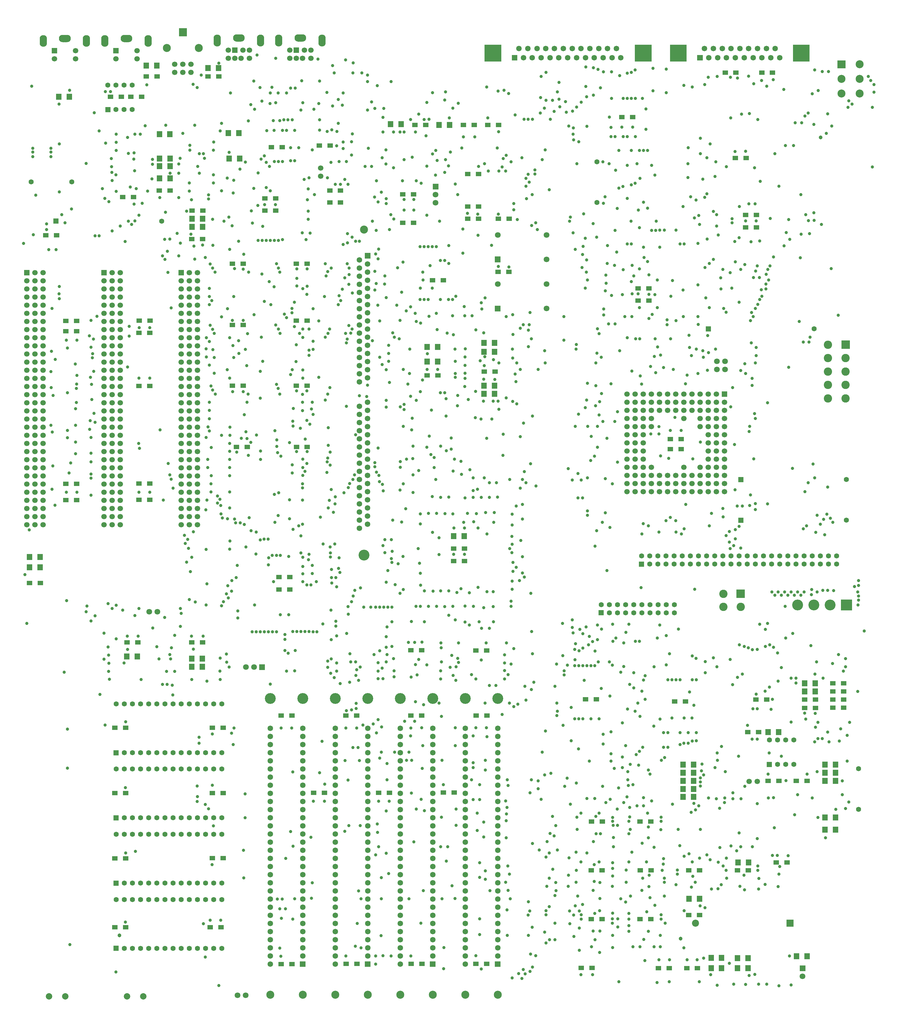
<source format=gbr>
%FSLAX34Y34*%
%MOMM*%
%LNSOLDERMASK_BOTTOM*%
G71*
G01*
%ADD10C,1.000*%
%ADD11C,1.200*%
%ADD12C,1.600*%
%ADD13C,1.700*%
%ADD14C,1.720*%
%ADD15C,3.400*%
%ADD16C,2.500*%
%ADD17C,3.400*%
%ADD18C,2.500*%
%ADD19C,1.800*%
%ADD20C,1.600*%
%ADD21C,2.200*%
%ADD22C,2.600*%
%ADD23C,3.400*%
%ADD24C,1.720*%
%ADD25C,2.300*%
%ADD26C,1.800*%
%ADD27C,2.000*%
%ADD28C,2.500*%
%ADD29R,1.800X1.900*%
%ADD30R,1.700X1.350*%
%LPD*%
X210344Y-554831D02*
G54D10*
D03*
X2590006Y-384969D02*
G54D11*
D03*
X1584325Y-1233884D02*
G54D10*
D03*
X398462Y-2876947D02*
G54D11*
D03*
X2153047Y-2887662D02*
G54D11*
D03*
G36*
X380144Y-2298638D02*
X396144Y-2298638D01*
X396144Y-2314638D01*
X380144Y-2314638D01*
X380144Y-2298638D01*
G37*
X413544Y-2306638D02*
G54D12*
D03*
X438944Y-2306638D02*
G54D12*
D03*
X464344Y-2306638D02*
G54D12*
D03*
X489744Y-2306638D02*
G54D12*
D03*
X515144Y-2306638D02*
G54D12*
D03*
X540544Y-2306638D02*
G54D12*
D03*
X565944Y-2306638D02*
G54D12*
D03*
X591344Y-2306638D02*
G54D12*
D03*
X616744Y-2306638D02*
G54D12*
D03*
X642144Y-2306638D02*
G54D12*
D03*
X667544Y-2306638D02*
G54D12*
D03*
X692944Y-2306638D02*
G54D12*
D03*
X718343Y-2306638D02*
G54D12*
D03*
X718344Y-2154238D02*
G54D12*
D03*
X692944Y-2154238D02*
G54D12*
D03*
X667544Y-2154238D02*
G54D12*
D03*
X642144Y-2154238D02*
G54D12*
D03*
X616744Y-2154238D02*
G54D12*
D03*
X591344Y-2154238D02*
G54D12*
D03*
X565944Y-2154238D02*
G54D12*
D03*
X540544Y-2154238D02*
G54D12*
D03*
X515144Y-2154238D02*
G54D12*
D03*
X489744Y-2154238D02*
G54D12*
D03*
X464344Y-2154238D02*
G54D12*
D03*
X438944Y-2154238D02*
G54D12*
D03*
X413544Y-2154238D02*
G54D12*
D03*
X388144Y-2154238D02*
G54D12*
D03*
G36*
X380144Y-2501854D02*
X396144Y-2501854D01*
X396144Y-2517854D01*
X380144Y-2517854D01*
X380144Y-2501854D01*
G37*
X413544Y-2509854D02*
G54D12*
D03*
X438944Y-2509854D02*
G54D12*
D03*
X464344Y-2509854D02*
G54D12*
D03*
X489744Y-2509854D02*
G54D12*
D03*
X515144Y-2509854D02*
G54D12*
D03*
X540544Y-2509854D02*
G54D12*
D03*
X565944Y-2509854D02*
G54D12*
D03*
X591344Y-2509854D02*
G54D12*
D03*
X616744Y-2509854D02*
G54D12*
D03*
X642144Y-2509854D02*
G54D12*
D03*
X667544Y-2509854D02*
G54D12*
D03*
X692944Y-2509854D02*
G54D12*
D03*
X718343Y-2509854D02*
G54D12*
D03*
X718344Y-2357454D02*
G54D12*
D03*
X692944Y-2357454D02*
G54D12*
D03*
X667544Y-2357454D02*
G54D12*
D03*
X642144Y-2357454D02*
G54D12*
D03*
X616744Y-2357454D02*
G54D12*
D03*
X591344Y-2357454D02*
G54D12*
D03*
X565944Y-2357454D02*
G54D12*
D03*
X540544Y-2357454D02*
G54D12*
D03*
X515144Y-2357454D02*
G54D12*
D03*
X489744Y-2357454D02*
G54D12*
D03*
X464344Y-2357454D02*
G54D12*
D03*
X438944Y-2357454D02*
G54D12*
D03*
X413544Y-2357454D02*
G54D12*
D03*
X388144Y-2357453D02*
G54D12*
D03*
G36*
X380144Y-2705864D02*
X396144Y-2705864D01*
X396144Y-2721864D01*
X380144Y-2721864D01*
X380144Y-2705864D01*
G37*
X413544Y-2713864D02*
G54D12*
D03*
X438944Y-2713864D02*
G54D12*
D03*
X464344Y-2713864D02*
G54D12*
D03*
X489744Y-2713864D02*
G54D12*
D03*
X515144Y-2713864D02*
G54D12*
D03*
X540544Y-2713864D02*
G54D12*
D03*
X565944Y-2713864D02*
G54D12*
D03*
X591344Y-2713864D02*
G54D12*
D03*
X616744Y-2713864D02*
G54D12*
D03*
X642144Y-2713864D02*
G54D12*
D03*
X667544Y-2713864D02*
G54D12*
D03*
X692944Y-2713864D02*
G54D12*
D03*
X718343Y-2713864D02*
G54D12*
D03*
X718344Y-2561464D02*
G54D12*
D03*
X692944Y-2561464D02*
G54D12*
D03*
X667544Y-2561464D02*
G54D12*
D03*
X642144Y-2561464D02*
G54D12*
D03*
X616744Y-2561464D02*
G54D12*
D03*
X591344Y-2561464D02*
G54D12*
D03*
X565944Y-2561464D02*
G54D12*
D03*
X540544Y-2561464D02*
G54D12*
D03*
X515144Y-2561464D02*
G54D12*
D03*
X489744Y-2561464D02*
G54D12*
D03*
X464344Y-2561464D02*
G54D12*
D03*
X438944Y-2561464D02*
G54D12*
D03*
X413544Y-2561464D02*
G54D12*
D03*
X388144Y-2561464D02*
G54D12*
D03*
G36*
X380144Y-2909476D02*
X396144Y-2909476D01*
X396144Y-2925476D01*
X380144Y-2925476D01*
X380144Y-2909476D01*
G37*
X413544Y-2917476D02*
G54D12*
D03*
X438944Y-2917476D02*
G54D12*
D03*
X464344Y-2917476D02*
G54D12*
D03*
X489744Y-2917476D02*
G54D12*
D03*
X515144Y-2917476D02*
G54D12*
D03*
X540544Y-2917476D02*
G54D12*
D03*
X565944Y-2917476D02*
G54D12*
D03*
X591344Y-2917476D02*
G54D12*
D03*
X616744Y-2917476D02*
G54D12*
D03*
X642144Y-2917476D02*
G54D12*
D03*
X667544Y-2917476D02*
G54D12*
D03*
X692944Y-2917476D02*
G54D12*
D03*
X718343Y-2917477D02*
G54D12*
D03*
X718344Y-2765076D02*
G54D12*
D03*
X692944Y-2765076D02*
G54D12*
D03*
X667544Y-2765076D02*
G54D12*
D03*
X642144Y-2765076D02*
G54D12*
D03*
X616744Y-2765076D02*
G54D12*
D03*
X591344Y-2765076D02*
G54D12*
D03*
X565944Y-2765076D02*
G54D12*
D03*
X540544Y-2765076D02*
G54D12*
D03*
X515144Y-2765076D02*
G54D12*
D03*
X489744Y-2765076D02*
G54D12*
D03*
X464344Y-2765076D02*
G54D12*
D03*
X438944Y-2765076D02*
G54D12*
D03*
X413544Y-2765076D02*
G54D12*
D03*
X388144Y-2765077D02*
G54D12*
D03*
X108744Y-1543844D02*
G54D13*
D03*
X108744Y-1518444D02*
G54D13*
D03*
X108744Y-1493044D02*
G54D13*
D03*
X108744Y-1467644D02*
G54D13*
D03*
X108744Y-1442244D02*
G54D13*
D03*
X108744Y-1416844D02*
G54D13*
D03*
X108744Y-1391444D02*
G54D13*
D03*
X108744Y-1366043D02*
G54D13*
D03*
X108744Y-1340644D02*
G54D13*
D03*
X108744Y-1315244D02*
G54D13*
D03*
X108744Y-1289844D02*
G54D13*
D03*
X108744Y-1264444D02*
G54D13*
D03*
X108744Y-1239044D02*
G54D13*
D03*
X108744Y-1213644D02*
G54D13*
D03*
X108744Y-1188244D02*
G54D13*
D03*
X108744Y-1162843D02*
G54D13*
D03*
X108744Y-1137443D02*
G54D13*
D03*
X108744Y-1112044D02*
G54D13*
D03*
X108744Y-1086643D02*
G54D13*
D03*
X108744Y-1061244D02*
G54D13*
D03*
X108744Y-1035844D02*
G54D13*
D03*
X108744Y-1010444D02*
G54D13*
D03*
X108744Y-985044D02*
G54D13*
D03*
X108744Y-959644D02*
G54D13*
D03*
X108744Y-934244D02*
G54D13*
D03*
X108744Y-908844D02*
G54D13*
D03*
X108744Y-883444D02*
G54D13*
D03*
X108744Y-858044D02*
G54D13*
D03*
X108744Y-832644D02*
G54D13*
D03*
G36*
X100244Y-815744D02*
X100244Y-798744D01*
X117244Y-798744D01*
X117244Y-815744D01*
X100244Y-815744D01*
G37*
X108744Y-1594644D02*
G54D13*
D03*
X108744Y-1569244D02*
G54D13*
D03*
X134144Y-1543844D02*
G54D13*
D03*
X134144Y-1518444D02*
G54D13*
D03*
X134144Y-1493044D02*
G54D13*
D03*
X134144Y-1467644D02*
G54D13*
D03*
X134144Y-1442244D02*
G54D13*
D03*
X134144Y-1416844D02*
G54D13*
D03*
X134144Y-1391444D02*
G54D13*
D03*
X134144Y-1366044D02*
G54D13*
D03*
X134144Y-1340644D02*
G54D13*
D03*
X134144Y-1315244D02*
G54D13*
D03*
X134144Y-1289844D02*
G54D13*
D03*
X134144Y-1264444D02*
G54D13*
D03*
X134144Y-1239044D02*
G54D13*
D03*
X134144Y-1213643D02*
G54D13*
D03*
X134144Y-1188243D02*
G54D13*
D03*
X134144Y-1162843D02*
G54D13*
D03*
X134144Y-1137443D02*
G54D13*
D03*
X134144Y-1112043D02*
G54D13*
D03*
X134144Y-1086643D02*
G54D13*
D03*
X134144Y-1061244D02*
G54D13*
D03*
X134144Y-1035844D02*
G54D13*
D03*
X134144Y-1010444D02*
G54D13*
D03*
X134144Y-985044D02*
G54D13*
D03*
X134144Y-959644D02*
G54D13*
D03*
X134144Y-934244D02*
G54D13*
D03*
X134144Y-908844D02*
G54D13*
D03*
X134144Y-883444D02*
G54D13*
D03*
X134144Y-858044D02*
G54D13*
D03*
X134144Y-832644D02*
G54D13*
D03*
X134144Y-807244D02*
G54D13*
D03*
X134144Y-1594644D02*
G54D13*
D03*
X134144Y-1569244D02*
G54D13*
D03*
X159544Y-1543844D02*
G54D13*
D03*
X159544Y-1518444D02*
G54D13*
D03*
X159544Y-1493044D02*
G54D13*
D03*
X159544Y-1467644D02*
G54D13*
D03*
X159544Y-1442244D02*
G54D13*
D03*
X159544Y-1416844D02*
G54D13*
D03*
X159544Y-1391444D02*
G54D13*
D03*
X159544Y-1366044D02*
G54D13*
D03*
X159544Y-1340644D02*
G54D13*
D03*
X159544Y-1315244D02*
G54D13*
D03*
X159544Y-1289844D02*
G54D13*
D03*
X159544Y-1264444D02*
G54D13*
D03*
X159544Y-1239044D02*
G54D13*
D03*
X159544Y-1213644D02*
G54D13*
D03*
X159544Y-1188244D02*
G54D13*
D03*
X159544Y-1162843D02*
G54D13*
D03*
X159544Y-1137443D02*
G54D13*
D03*
X159544Y-1112044D02*
G54D13*
D03*
X159544Y-1086643D02*
G54D13*
D03*
X159544Y-1061244D02*
G54D13*
D03*
X159544Y-1035844D02*
G54D13*
D03*
X159544Y-1010444D02*
G54D13*
D03*
X159544Y-985044D02*
G54D13*
D03*
X159544Y-959644D02*
G54D13*
D03*
X159544Y-934244D02*
G54D13*
D03*
X159544Y-908844D02*
G54D13*
D03*
X159544Y-883444D02*
G54D13*
D03*
X159544Y-858044D02*
G54D13*
D03*
X159544Y-832644D02*
G54D13*
D03*
X159544Y-807244D02*
G54D13*
D03*
X159544Y-1594644D02*
G54D13*
D03*
X159544Y-1569244D02*
G54D13*
D03*
X350044Y-1543844D02*
G54D13*
D03*
X350044Y-1518444D02*
G54D13*
D03*
X350044Y-1493044D02*
G54D13*
D03*
X350044Y-1467644D02*
G54D13*
D03*
X350044Y-1442244D02*
G54D13*
D03*
X350044Y-1416844D02*
G54D13*
D03*
X350044Y-1391444D02*
G54D13*
D03*
X350044Y-1366043D02*
G54D13*
D03*
X350044Y-1340644D02*
G54D13*
D03*
X350044Y-1315244D02*
G54D13*
D03*
X350044Y-1289844D02*
G54D13*
D03*
X350044Y-1264444D02*
G54D13*
D03*
X350044Y-1239044D02*
G54D13*
D03*
X350044Y-1213644D02*
G54D13*
D03*
X350044Y-1188244D02*
G54D13*
D03*
X350044Y-1162843D02*
G54D13*
D03*
X350044Y-1137443D02*
G54D13*
D03*
X350044Y-1112044D02*
G54D13*
D03*
X350044Y-1086643D02*
G54D13*
D03*
X350044Y-1061244D02*
G54D13*
D03*
X350044Y-1035844D02*
G54D13*
D03*
X350044Y-1010444D02*
G54D13*
D03*
X350044Y-985044D02*
G54D13*
D03*
X350044Y-959644D02*
G54D13*
D03*
X350044Y-934244D02*
G54D13*
D03*
X350044Y-908844D02*
G54D13*
D03*
X350044Y-883444D02*
G54D13*
D03*
X350044Y-858044D02*
G54D13*
D03*
X350044Y-832644D02*
G54D13*
D03*
G36*
X341544Y-815744D02*
X341544Y-798744D01*
X358544Y-798744D01*
X358544Y-815744D01*
X341544Y-815744D01*
G37*
X350044Y-1594644D02*
G54D13*
D03*
X350044Y-1569244D02*
G54D13*
D03*
X375444Y-1543844D02*
G54D13*
D03*
X375444Y-1518444D02*
G54D13*
D03*
X375444Y-1493044D02*
G54D13*
D03*
X375444Y-1467644D02*
G54D13*
D03*
X375444Y-1442244D02*
G54D13*
D03*
X375444Y-1416844D02*
G54D13*
D03*
X375444Y-1391444D02*
G54D13*
D03*
X375444Y-1366044D02*
G54D13*
D03*
X375444Y-1340644D02*
G54D13*
D03*
X375444Y-1315244D02*
G54D13*
D03*
X375444Y-1289844D02*
G54D13*
D03*
X375444Y-1264444D02*
G54D13*
D03*
X375444Y-1239044D02*
G54D13*
D03*
X375444Y-1213643D02*
G54D13*
D03*
X375444Y-1188243D02*
G54D13*
D03*
X375444Y-1162843D02*
G54D13*
D03*
X375444Y-1137443D02*
G54D13*
D03*
X375444Y-1112043D02*
G54D13*
D03*
X375444Y-1086643D02*
G54D13*
D03*
X375444Y-1061244D02*
G54D13*
D03*
X375444Y-1035844D02*
G54D13*
D03*
X375444Y-1010444D02*
G54D13*
D03*
X375444Y-985044D02*
G54D13*
D03*
X375444Y-959644D02*
G54D13*
D03*
X375444Y-934244D02*
G54D13*
D03*
X375444Y-908844D02*
G54D13*
D03*
X375444Y-883444D02*
G54D13*
D03*
X375444Y-858044D02*
G54D13*
D03*
X375444Y-832644D02*
G54D13*
D03*
X375444Y-807244D02*
G54D13*
D03*
X375444Y-1594644D02*
G54D13*
D03*
X375444Y-1569244D02*
G54D13*
D03*
X400844Y-1543844D02*
G54D13*
D03*
X400844Y-1518444D02*
G54D13*
D03*
X400844Y-1493044D02*
G54D13*
D03*
X400844Y-1467644D02*
G54D13*
D03*
X400844Y-1442244D02*
G54D13*
D03*
X400844Y-1416844D02*
G54D13*
D03*
X400844Y-1391444D02*
G54D13*
D03*
X400844Y-1366044D02*
G54D13*
D03*
X400844Y-1340644D02*
G54D13*
D03*
X400844Y-1315244D02*
G54D13*
D03*
X400844Y-1289844D02*
G54D13*
D03*
X400844Y-1264444D02*
G54D13*
D03*
X400844Y-1239044D02*
G54D13*
D03*
X400844Y-1213644D02*
G54D13*
D03*
X400844Y-1188244D02*
G54D13*
D03*
X400844Y-1162843D02*
G54D13*
D03*
X400844Y-1137443D02*
G54D13*
D03*
X400844Y-1112044D02*
G54D13*
D03*
X400844Y-1086643D02*
G54D13*
D03*
X400844Y-1061244D02*
G54D13*
D03*
X400844Y-1035844D02*
G54D13*
D03*
X400844Y-1010444D02*
G54D13*
D03*
X400844Y-985044D02*
G54D13*
D03*
X400844Y-959644D02*
G54D13*
D03*
X400844Y-934244D02*
G54D13*
D03*
X400844Y-908844D02*
G54D13*
D03*
X400844Y-883444D02*
G54D13*
D03*
X400844Y-858044D02*
G54D13*
D03*
X400844Y-832644D02*
G54D13*
D03*
X400844Y-807244D02*
G54D13*
D03*
X400844Y-1594644D02*
G54D13*
D03*
X400844Y-1569244D02*
G54D13*
D03*
X591344Y-1543844D02*
G54D13*
D03*
X591344Y-1518444D02*
G54D13*
D03*
X591344Y-1493044D02*
G54D13*
D03*
X591344Y-1467644D02*
G54D13*
D03*
X591344Y-1442244D02*
G54D13*
D03*
X591344Y-1416844D02*
G54D13*
D03*
X591344Y-1391444D02*
G54D13*
D03*
X591344Y-1366043D02*
G54D13*
D03*
X591344Y-1340644D02*
G54D13*
D03*
X591344Y-1315244D02*
G54D13*
D03*
X591344Y-1289844D02*
G54D13*
D03*
X591344Y-1264444D02*
G54D13*
D03*
X591344Y-1239044D02*
G54D13*
D03*
X591344Y-1213644D02*
G54D13*
D03*
X591344Y-1188244D02*
G54D13*
D03*
X591344Y-1162843D02*
G54D13*
D03*
X591344Y-1137443D02*
G54D13*
D03*
X591344Y-1112044D02*
G54D13*
D03*
X591344Y-1086643D02*
G54D13*
D03*
X591344Y-1061244D02*
G54D13*
D03*
X591344Y-1035844D02*
G54D13*
D03*
X591344Y-1010444D02*
G54D13*
D03*
X591344Y-985044D02*
G54D13*
D03*
X591344Y-959644D02*
G54D13*
D03*
X591344Y-934244D02*
G54D13*
D03*
X591344Y-908844D02*
G54D13*
D03*
X591344Y-883444D02*
G54D13*
D03*
X591344Y-858044D02*
G54D13*
D03*
X591344Y-832644D02*
G54D13*
D03*
G36*
X582844Y-815744D02*
X582844Y-798744D01*
X599844Y-798744D01*
X599844Y-815744D01*
X582844Y-815744D01*
G37*
X591344Y-1594644D02*
G54D13*
D03*
X591344Y-1569244D02*
G54D13*
D03*
X616744Y-1543844D02*
G54D13*
D03*
X616744Y-1518444D02*
G54D13*
D03*
X616744Y-1493044D02*
G54D13*
D03*
X616744Y-1467644D02*
G54D13*
D03*
X616744Y-1442244D02*
G54D13*
D03*
X616744Y-1416844D02*
G54D13*
D03*
X616744Y-1391444D02*
G54D13*
D03*
X616744Y-1366044D02*
G54D13*
D03*
X616744Y-1340644D02*
G54D13*
D03*
X616744Y-1315244D02*
G54D13*
D03*
X616744Y-1289844D02*
G54D13*
D03*
X616744Y-1264444D02*
G54D13*
D03*
X616744Y-1239044D02*
G54D13*
D03*
X616744Y-1213643D02*
G54D13*
D03*
X616744Y-1188243D02*
G54D13*
D03*
X616744Y-1162843D02*
G54D13*
D03*
X616744Y-1137443D02*
G54D13*
D03*
X616744Y-1112043D02*
G54D13*
D03*
X616744Y-1086643D02*
G54D13*
D03*
X616744Y-1061244D02*
G54D13*
D03*
X616744Y-1035844D02*
G54D13*
D03*
X616744Y-1010444D02*
G54D13*
D03*
X616744Y-985044D02*
G54D13*
D03*
X616744Y-959644D02*
G54D13*
D03*
X616744Y-934244D02*
G54D13*
D03*
X616744Y-908844D02*
G54D13*
D03*
X616744Y-883444D02*
G54D13*
D03*
X616744Y-858044D02*
G54D13*
D03*
X616744Y-832644D02*
G54D13*
D03*
X616744Y-807244D02*
G54D13*
D03*
X616744Y-1594644D02*
G54D13*
D03*
X616744Y-1569244D02*
G54D13*
D03*
X642144Y-1543844D02*
G54D13*
D03*
X642144Y-1518444D02*
G54D13*
D03*
X642144Y-1493044D02*
G54D13*
D03*
X642144Y-1467644D02*
G54D13*
D03*
X642144Y-1442244D02*
G54D13*
D03*
X642144Y-1416844D02*
G54D13*
D03*
X642144Y-1391444D02*
G54D13*
D03*
X642144Y-1366044D02*
G54D13*
D03*
X642144Y-1340644D02*
G54D13*
D03*
X642144Y-1315244D02*
G54D13*
D03*
X642144Y-1289844D02*
G54D13*
D03*
X642144Y-1264444D02*
G54D13*
D03*
X642144Y-1239044D02*
G54D13*
D03*
X642144Y-1213644D02*
G54D13*
D03*
X642144Y-1188244D02*
G54D13*
D03*
X642144Y-1162843D02*
G54D13*
D03*
X642144Y-1137443D02*
G54D13*
D03*
X642144Y-1112044D02*
G54D13*
D03*
X642144Y-1086643D02*
G54D13*
D03*
X642144Y-1061244D02*
G54D13*
D03*
X642144Y-1035844D02*
G54D13*
D03*
X642144Y-1010444D02*
G54D13*
D03*
X642144Y-985044D02*
G54D13*
D03*
X642144Y-959644D02*
G54D13*
D03*
X642144Y-934244D02*
G54D13*
D03*
X642144Y-908844D02*
G54D13*
D03*
X642144Y-883444D02*
G54D13*
D03*
X642144Y-858044D02*
G54D13*
D03*
X642144Y-832644D02*
G54D13*
D03*
X642144Y-807244D02*
G54D13*
D03*
X642144Y-1594644D02*
G54D13*
D03*
X642144Y-1569244D02*
G54D13*
D03*
G36*
X962553Y-2975637D02*
X962553Y-2958437D01*
X979753Y-2958437D01*
X979753Y-2975637D01*
X962553Y-2975637D01*
G37*
X971153Y-2941638D02*
G54D14*
D03*
X971153Y-2916238D02*
G54D14*
D03*
X971153Y-2890838D02*
G54D14*
D03*
X971153Y-2865438D02*
G54D14*
D03*
X971153Y-2840038D02*
G54D14*
D03*
X971153Y-2814638D02*
G54D14*
D03*
X971153Y-2789238D02*
G54D14*
D03*
X971153Y-2763838D02*
G54D14*
D03*
X971153Y-2738438D02*
G54D14*
D03*
X971153Y-2713038D02*
G54D14*
D03*
X971153Y-2687638D02*
G54D14*
D03*
X971153Y-2662238D02*
G54D14*
D03*
X971153Y-2636838D02*
G54D14*
D03*
X971153Y-2611438D02*
G54D14*
D03*
X971153Y-2586038D02*
G54D14*
D03*
X971153Y-2560638D02*
G54D14*
D03*
X971153Y-2535238D02*
G54D14*
D03*
X971153Y-2509838D02*
G54D14*
D03*
X971153Y-2484438D02*
G54D14*
D03*
X971153Y-2459038D02*
G54D14*
D03*
X971153Y-2433638D02*
G54D14*
D03*
X971153Y-2408238D02*
G54D14*
D03*
X971153Y-2382838D02*
G54D14*
D03*
X971153Y-2357438D02*
G54D14*
D03*
X971153Y-2332038D02*
G54D14*
D03*
X971153Y-2306638D02*
G54D14*
D03*
X971153Y-2281238D02*
G54D14*
D03*
X971153Y-2255838D02*
G54D14*
D03*
X971153Y-2230437D02*
G54D14*
D03*
X869553Y-2967038D02*
G54D14*
D03*
X869553Y-2941638D02*
G54D14*
D03*
X869553Y-2916238D02*
G54D14*
D03*
X869553Y-2890838D02*
G54D14*
D03*
X869553Y-2865438D02*
G54D14*
D03*
X869553Y-2840038D02*
G54D14*
D03*
X869553Y-2814638D02*
G54D14*
D03*
X869553Y-2789238D02*
G54D14*
D03*
X869553Y-2763838D02*
G54D14*
D03*
X869553Y-2738438D02*
G54D14*
D03*
X869553Y-2713038D02*
G54D14*
D03*
X869553Y-2687638D02*
G54D14*
D03*
X869553Y-2662238D02*
G54D14*
D03*
X869553Y-2636838D02*
G54D14*
D03*
X869553Y-2611438D02*
G54D14*
D03*
X869553Y-2586038D02*
G54D14*
D03*
X869553Y-2560638D02*
G54D14*
D03*
X869553Y-2535238D02*
G54D14*
D03*
X869553Y-2509838D02*
G54D14*
D03*
X869553Y-2484438D02*
G54D14*
D03*
X869553Y-2459038D02*
G54D14*
D03*
X869553Y-2433638D02*
G54D14*
D03*
X869553Y-2408238D02*
G54D14*
D03*
X869553Y-2382838D02*
G54D14*
D03*
X869553Y-2357438D02*
G54D14*
D03*
X869553Y-2332038D02*
G54D14*
D03*
X869553Y-2306638D02*
G54D14*
D03*
X869553Y-2281238D02*
G54D14*
D03*
X869553Y-2255838D02*
G54D14*
D03*
X869553Y-2230437D02*
G54D14*
D03*
X869553Y-2136776D02*
G54D15*
D03*
X971153Y-2136776D02*
G54D15*
D03*
X869553Y-3062288D02*
G54D16*
D03*
X971153Y-3062288D02*
G54D16*
D03*
G36*
X1165753Y-2975637D02*
X1165753Y-2958437D01*
X1182953Y-2958437D01*
X1182953Y-2975637D01*
X1165753Y-2975637D01*
G37*
X1174353Y-2941638D02*
G54D14*
D03*
X1174353Y-2916238D02*
G54D14*
D03*
X1174353Y-2890838D02*
G54D14*
D03*
X1174353Y-2865438D02*
G54D14*
D03*
X1174353Y-2840038D02*
G54D14*
D03*
X1174353Y-2814638D02*
G54D14*
D03*
X1174353Y-2789238D02*
G54D14*
D03*
X1174353Y-2763838D02*
G54D14*
D03*
X1174353Y-2738438D02*
G54D14*
D03*
X1174353Y-2713038D02*
G54D14*
D03*
X1174353Y-2687638D02*
G54D14*
D03*
X1174353Y-2662238D02*
G54D14*
D03*
X1174353Y-2636838D02*
G54D14*
D03*
X1174353Y-2611438D02*
G54D14*
D03*
X1174353Y-2586038D02*
G54D14*
D03*
X1174353Y-2560638D02*
G54D14*
D03*
X1174353Y-2535238D02*
G54D14*
D03*
X1174353Y-2509838D02*
G54D14*
D03*
X1174353Y-2484438D02*
G54D14*
D03*
X1174353Y-2459038D02*
G54D14*
D03*
X1174353Y-2433638D02*
G54D14*
D03*
X1174353Y-2408238D02*
G54D14*
D03*
X1174353Y-2382838D02*
G54D14*
D03*
X1174353Y-2357438D02*
G54D14*
D03*
X1174353Y-2332038D02*
G54D14*
D03*
X1174353Y-2306638D02*
G54D14*
D03*
X1174353Y-2281238D02*
G54D14*
D03*
X1174353Y-2255838D02*
G54D14*
D03*
X1174353Y-2230437D02*
G54D14*
D03*
X1072753Y-2967037D02*
G54D14*
D03*
X1072753Y-2941638D02*
G54D14*
D03*
X1072753Y-2916238D02*
G54D14*
D03*
X1072753Y-2890838D02*
G54D14*
D03*
X1072753Y-2865438D02*
G54D14*
D03*
X1072753Y-2840038D02*
G54D14*
D03*
X1072753Y-2814638D02*
G54D14*
D03*
X1072753Y-2789238D02*
G54D14*
D03*
X1072753Y-2763838D02*
G54D14*
D03*
X1072753Y-2738438D02*
G54D14*
D03*
X1072753Y-2713038D02*
G54D14*
D03*
X1072753Y-2687638D02*
G54D14*
D03*
X1072753Y-2662238D02*
G54D14*
D03*
X1072753Y-2636838D02*
G54D14*
D03*
X1072753Y-2611438D02*
G54D14*
D03*
X1072753Y-2586038D02*
G54D14*
D03*
X1072753Y-2560638D02*
G54D14*
D03*
X1072753Y-2535238D02*
G54D14*
D03*
X1072753Y-2509838D02*
G54D14*
D03*
X1072753Y-2484438D02*
G54D14*
D03*
X1072753Y-2459038D02*
G54D14*
D03*
X1072753Y-2433638D02*
G54D14*
D03*
X1072753Y-2408238D02*
G54D14*
D03*
X1072753Y-2382838D02*
G54D14*
D03*
X1072753Y-2357438D02*
G54D14*
D03*
X1072753Y-2332038D02*
G54D14*
D03*
X1072753Y-2306638D02*
G54D14*
D03*
X1072753Y-2281238D02*
G54D14*
D03*
X1072753Y-2255838D02*
G54D14*
D03*
X1072753Y-2230437D02*
G54D14*
D03*
X1072753Y-2136776D02*
G54D15*
D03*
X1174353Y-2136776D02*
G54D15*
D03*
X1072753Y-3062288D02*
G54D16*
D03*
X1174353Y-3062288D02*
G54D16*
D03*
G36*
X1368953Y-2975637D02*
X1368953Y-2958437D01*
X1386153Y-2958437D01*
X1386153Y-2975637D01*
X1368953Y-2975637D01*
G37*
X1377553Y-2941638D02*
G54D14*
D03*
X1377553Y-2916238D02*
G54D14*
D03*
X1377553Y-2890838D02*
G54D14*
D03*
X1377553Y-2865438D02*
G54D14*
D03*
X1377553Y-2840038D02*
G54D14*
D03*
X1377553Y-2814638D02*
G54D14*
D03*
X1377553Y-2789238D02*
G54D14*
D03*
X1377553Y-2763838D02*
G54D14*
D03*
X1377553Y-2738438D02*
G54D14*
D03*
X1377553Y-2713038D02*
G54D14*
D03*
X1377553Y-2687638D02*
G54D14*
D03*
X1377553Y-2662238D02*
G54D14*
D03*
X1377553Y-2636838D02*
G54D14*
D03*
X1377553Y-2611438D02*
G54D14*
D03*
X1377553Y-2586038D02*
G54D14*
D03*
X1377553Y-2560638D02*
G54D14*
D03*
X1377553Y-2535238D02*
G54D14*
D03*
X1377553Y-2509838D02*
G54D14*
D03*
X1377553Y-2484438D02*
G54D14*
D03*
X1377553Y-2459038D02*
G54D14*
D03*
X1377553Y-2433638D02*
G54D14*
D03*
X1377553Y-2408238D02*
G54D14*
D03*
X1377553Y-2382838D02*
G54D14*
D03*
X1377553Y-2357438D02*
G54D14*
D03*
X1377553Y-2332038D02*
G54D14*
D03*
X1377553Y-2306638D02*
G54D14*
D03*
X1377553Y-2281238D02*
G54D14*
D03*
X1377553Y-2255838D02*
G54D14*
D03*
X1377553Y-2230437D02*
G54D14*
D03*
X1275953Y-2967037D02*
G54D14*
D03*
X1275953Y-2941638D02*
G54D14*
D03*
X1275953Y-2916238D02*
G54D14*
D03*
X1275953Y-2890838D02*
G54D14*
D03*
X1275953Y-2865438D02*
G54D14*
D03*
X1275953Y-2840038D02*
G54D14*
D03*
X1275953Y-2814638D02*
G54D14*
D03*
X1275953Y-2789238D02*
G54D14*
D03*
X1275953Y-2763838D02*
G54D14*
D03*
X1275953Y-2738438D02*
G54D14*
D03*
X1275953Y-2713038D02*
G54D14*
D03*
X1275953Y-2687638D02*
G54D14*
D03*
X1275953Y-2662238D02*
G54D14*
D03*
X1275953Y-2636838D02*
G54D14*
D03*
X1275953Y-2611438D02*
G54D14*
D03*
X1275953Y-2586038D02*
G54D14*
D03*
X1275953Y-2560638D02*
G54D14*
D03*
X1275953Y-2535238D02*
G54D14*
D03*
X1275953Y-2509838D02*
G54D14*
D03*
X1275953Y-2484438D02*
G54D14*
D03*
X1275953Y-2459038D02*
G54D14*
D03*
X1275953Y-2433638D02*
G54D14*
D03*
X1275953Y-2408238D02*
G54D14*
D03*
X1275953Y-2382838D02*
G54D14*
D03*
X1275953Y-2357438D02*
G54D14*
D03*
X1275953Y-2332038D02*
G54D14*
D03*
X1275953Y-2306638D02*
G54D14*
D03*
X1275953Y-2281238D02*
G54D14*
D03*
X1275953Y-2255838D02*
G54D14*
D03*
X1275953Y-2230437D02*
G54D14*
D03*
X1275953Y-2136776D02*
G54D15*
D03*
X1377553Y-2136776D02*
G54D15*
D03*
X1275953Y-3062288D02*
G54D16*
D03*
X1377553Y-3062288D02*
G54D16*
D03*
G36*
X1572153Y-2975637D02*
X1572153Y-2958437D01*
X1589353Y-2958437D01*
X1589353Y-2975637D01*
X1572153Y-2975637D01*
G37*
X1580753Y-2941638D02*
G54D14*
D03*
X1580753Y-2916238D02*
G54D14*
D03*
X1580753Y-2890838D02*
G54D14*
D03*
X1580753Y-2865438D02*
G54D14*
D03*
X1580753Y-2840038D02*
G54D14*
D03*
X1580753Y-2814638D02*
G54D14*
D03*
X1580753Y-2789238D02*
G54D14*
D03*
X1580753Y-2763838D02*
G54D14*
D03*
X1580753Y-2738438D02*
G54D14*
D03*
X1580753Y-2713038D02*
G54D14*
D03*
X1580753Y-2687638D02*
G54D14*
D03*
X1580753Y-2662238D02*
G54D14*
D03*
X1580753Y-2636838D02*
G54D14*
D03*
X1580753Y-2611438D02*
G54D14*
D03*
X1580753Y-2586038D02*
G54D14*
D03*
X1580753Y-2560638D02*
G54D14*
D03*
X1580753Y-2535238D02*
G54D14*
D03*
X1580753Y-2509838D02*
G54D14*
D03*
X1580753Y-2484438D02*
G54D14*
D03*
X1580753Y-2459038D02*
G54D14*
D03*
X1580753Y-2433638D02*
G54D14*
D03*
X1580753Y-2408238D02*
G54D14*
D03*
X1580753Y-2382838D02*
G54D14*
D03*
X1580753Y-2357438D02*
G54D14*
D03*
X1580753Y-2332038D02*
G54D14*
D03*
X1580753Y-2306638D02*
G54D14*
D03*
X1580753Y-2281238D02*
G54D14*
D03*
X1580753Y-2255838D02*
G54D14*
D03*
X1580753Y-2230437D02*
G54D14*
D03*
X1479153Y-2967038D02*
G54D14*
D03*
X1479153Y-2941638D02*
G54D14*
D03*
X1479153Y-2916238D02*
G54D14*
D03*
X1479153Y-2890838D02*
G54D14*
D03*
X1479153Y-2865438D02*
G54D14*
D03*
X1479153Y-2840038D02*
G54D14*
D03*
X1479153Y-2814638D02*
G54D14*
D03*
X1479153Y-2789238D02*
G54D14*
D03*
X1479153Y-2763838D02*
G54D14*
D03*
X1479153Y-2738438D02*
G54D14*
D03*
X1479153Y-2713038D02*
G54D14*
D03*
X1479153Y-2687638D02*
G54D14*
D03*
X1479153Y-2662238D02*
G54D14*
D03*
X1479153Y-2636838D02*
G54D14*
D03*
X1479153Y-2611438D02*
G54D14*
D03*
X1479153Y-2586038D02*
G54D14*
D03*
X1479153Y-2560638D02*
G54D14*
D03*
X1479153Y-2535238D02*
G54D14*
D03*
X1479153Y-2509838D02*
G54D14*
D03*
X1479153Y-2484438D02*
G54D14*
D03*
X1479153Y-2459038D02*
G54D14*
D03*
X1479153Y-2433638D02*
G54D14*
D03*
X1479153Y-2408238D02*
G54D14*
D03*
X1479153Y-2382838D02*
G54D14*
D03*
X1479153Y-2357438D02*
G54D14*
D03*
X1479153Y-2332038D02*
G54D14*
D03*
X1479153Y-2306638D02*
G54D14*
D03*
X1479153Y-2281238D02*
G54D14*
D03*
X1479153Y-2255838D02*
G54D14*
D03*
X1479153Y-2230437D02*
G54D14*
D03*
X1479153Y-2136776D02*
G54D15*
D03*
X1580753Y-2136776D02*
G54D15*
D03*
X1479153Y-3062288D02*
G54D16*
D03*
X1580753Y-3062288D02*
G54D16*
D03*
X1174269Y-931956D02*
G54D14*
D03*
X1174269Y-957356D02*
G54D14*
D03*
X1174269Y-982756D02*
G54D14*
D03*
X1174269Y-1008156D02*
G54D14*
D03*
X1174269Y-1033556D02*
G54D14*
D03*
X1174269Y-1058956D02*
G54D14*
D03*
X1174269Y-1084356D02*
G54D14*
D03*
X1174269Y-1109756D02*
G54D14*
D03*
X1174269Y-1135156D02*
G54D14*
D03*
X1174268Y-1211357D02*
G54D14*
D03*
X1174269Y-1236756D02*
G54D14*
D03*
X1174269Y-1262156D02*
G54D14*
D03*
X1174269Y-1287556D02*
G54D14*
D03*
X1174269Y-1312956D02*
G54D14*
D03*
X1174268Y-1338356D02*
G54D14*
D03*
X1174269Y-1363756D02*
G54D14*
D03*
X1174269Y-1389156D02*
G54D14*
D03*
X1174269Y-1414557D02*
G54D14*
D03*
X1174269Y-1439957D02*
G54D14*
D03*
X1174269Y-1465356D02*
G54D14*
D03*
X1174269Y-1490756D02*
G54D14*
D03*
X1174269Y-1516156D02*
G54D14*
D03*
X1174269Y-1541556D02*
G54D14*
D03*
X1174269Y-1566956D02*
G54D14*
D03*
X1174269Y-1592357D02*
G54D14*
D03*
X1148869Y-944656D02*
G54D14*
D03*
X1148869Y-970056D02*
G54D14*
D03*
X1148869Y-995456D02*
G54D14*
D03*
X1148869Y-1020856D02*
G54D14*
D03*
X1148869Y-1046256D02*
G54D14*
D03*
X1148869Y-1071656D02*
G54D14*
D03*
X1148869Y-1097057D02*
G54D14*
D03*
X1148869Y-1122457D02*
G54D14*
D03*
X1148869Y-1147857D02*
G54D14*
D03*
X1148869Y-1224057D02*
G54D14*
D03*
X1148869Y-1249456D02*
G54D14*
D03*
X1148869Y-1274856D02*
G54D14*
D03*
X1148869Y-1300256D02*
G54D14*
D03*
X1148869Y-1325656D02*
G54D14*
D03*
X1148869Y-1351056D02*
G54D14*
D03*
X1148869Y-1376457D02*
G54D14*
D03*
X1148868Y-1401857D02*
G54D14*
D03*
X1148868Y-1427256D02*
G54D14*
D03*
X1148869Y-1452657D02*
G54D14*
D03*
X1148869Y-1478056D02*
G54D14*
D03*
X1148869Y-1503456D02*
G54D14*
D03*
X1148869Y-1528856D02*
G54D14*
D03*
X1148869Y-1554256D02*
G54D14*
D03*
X1148869Y-1579656D02*
G54D14*
D03*
X1148869Y-1605057D02*
G54D14*
D03*
G36*
X1182869Y-745557D02*
X1182869Y-762757D01*
X1165669Y-762757D01*
X1165669Y-745557D01*
X1182869Y-745557D01*
G37*
X1174269Y-779556D02*
G54D14*
D03*
X1174269Y-804957D02*
G54D14*
D03*
X1174269Y-830356D02*
G54D14*
D03*
X1174269Y-855757D02*
G54D14*
D03*
X1174269Y-881156D02*
G54D14*
D03*
X1174269Y-906557D02*
G54D14*
D03*
X1148869Y-766856D02*
G54D14*
D03*
X1148869Y-792257D02*
G54D14*
D03*
X1148869Y-817656D02*
G54D14*
D03*
X1148869Y-843056D02*
G54D14*
D03*
X1148869Y-868457D02*
G54D14*
D03*
X1148869Y-893856D02*
G54D14*
D03*
X1148869Y-919256D02*
G54D14*
D03*
X1162637Y-1688933D02*
G54D17*
D03*
X1162637Y-672734D02*
G54D18*
D03*
G36*
X1377681Y-528964D02*
X1395681Y-528964D01*
X1395681Y-546964D01*
X1377681Y-546964D01*
X1377681Y-528964D01*
G37*
X1386681Y-563364D02*
G54D19*
D03*
X1386681Y-588764D02*
G54D19*
D03*
G36*
X354347Y-289656D02*
X370347Y-289656D01*
X370347Y-305656D01*
X354347Y-305656D01*
X354347Y-289656D01*
G37*
X387747Y-297656D02*
G54D12*
D03*
X413147Y-297656D02*
G54D12*
D03*
X438546Y-297656D02*
G54D12*
D03*
X438546Y-221456D02*
G54D12*
D03*
X413147Y-221456D02*
G54D12*
D03*
X387747Y-221456D02*
G54D12*
D03*
X362347Y-221456D02*
G54D12*
D03*
G36*
X2022302Y-1709641D02*
X2038302Y-1709641D01*
X2038302Y-1725641D01*
X2022302Y-1725641D01*
X2022302Y-1709641D01*
G37*
X2030302Y-1692241D02*
G54D20*
D03*
X2055702Y-1717641D02*
G54D20*
D03*
X2055702Y-1692241D02*
G54D20*
D03*
X2081101Y-1717641D02*
G54D20*
D03*
X2081102Y-1692241D02*
G54D20*
D03*
X2106501Y-1717641D02*
G54D20*
D03*
X2106502Y-1692241D02*
G54D20*
D03*
X2131902Y-1717641D02*
G54D20*
D03*
X2131902Y-1692241D02*
G54D20*
D03*
X2157301Y-1717641D02*
G54D20*
D03*
X2157302Y-1692241D02*
G54D20*
D03*
X2182701Y-1717641D02*
G54D20*
D03*
X2182702Y-1692241D02*
G54D20*
D03*
X2208102Y-1717641D02*
G54D20*
D03*
X2208102Y-1692241D02*
G54D20*
D03*
X2233501Y-1717641D02*
G54D20*
D03*
X2233502Y-1692241D02*
G54D20*
D03*
X2258902Y-1717641D02*
G54D20*
D03*
X2258902Y-1692241D02*
G54D20*
D03*
X2284301Y-1717641D02*
G54D20*
D03*
X2284302Y-1692241D02*
G54D20*
D03*
X2309702Y-1717641D02*
G54D20*
D03*
X2309702Y-1692241D02*
G54D20*
D03*
X2335101Y-1717641D02*
G54D20*
D03*
X2335102Y-1692241D02*
G54D20*
D03*
X2360502Y-1717641D02*
G54D20*
D03*
X2360502Y-1692241D02*
G54D20*
D03*
X2385901Y-1717641D02*
G54D20*
D03*
X2385902Y-1692241D02*
G54D20*
D03*
X2411302Y-1717641D02*
G54D20*
D03*
X2411302Y-1692241D02*
G54D20*
D03*
X2436702Y-1717641D02*
G54D20*
D03*
X2436702Y-1692241D02*
G54D20*
D03*
X2462101Y-1717641D02*
G54D20*
D03*
X2462102Y-1692241D02*
G54D20*
D03*
X2487502Y-1717641D02*
G54D20*
D03*
X2487502Y-1692241D02*
G54D20*
D03*
X2512901Y-1717641D02*
G54D20*
D03*
X2512902Y-1692241D02*
G54D20*
D03*
X2538302Y-1717641D02*
G54D20*
D03*
X2538302Y-1692241D02*
G54D20*
D03*
X2563701Y-1717641D02*
G54D20*
D03*
X2563702Y-1692241D02*
G54D20*
D03*
X2589102Y-1717641D02*
G54D20*
D03*
X2589102Y-1692241D02*
G54D20*
D03*
X2614502Y-1717641D02*
G54D20*
D03*
X2614502Y-1692241D02*
G54D20*
D03*
X2639901Y-1717641D02*
G54D20*
D03*
X2639902Y-1692241D02*
G54D20*
D03*
G36*
X1896462Y-1861352D02*
X1912462Y-1861352D01*
X1912462Y-1877352D01*
X1896462Y-1877352D01*
X1896462Y-1861352D01*
G37*
X1904462Y-1843952D02*
G54D20*
D03*
X1929862Y-1869352D02*
G54D20*
D03*
X1929862Y-1843952D02*
G54D20*
D03*
X1955262Y-1869352D02*
G54D20*
D03*
X1955262Y-1843952D02*
G54D20*
D03*
X1980662Y-1869352D02*
G54D20*
D03*
X1980662Y-1843952D02*
G54D20*
D03*
X2006062Y-1869352D02*
G54D20*
D03*
X2006062Y-1843952D02*
G54D20*
D03*
X2031463Y-1869352D02*
G54D20*
D03*
X2031463Y-1843952D02*
G54D20*
D03*
X2056863Y-1869352D02*
G54D20*
D03*
X2056863Y-1843952D02*
G54D20*
D03*
X2082263Y-1869352D02*
G54D20*
D03*
X2082263Y-1843952D02*
G54D20*
D03*
X2107662Y-1869352D02*
G54D20*
D03*
X2107662Y-1843952D02*
G54D20*
D03*
X2133062Y-1869352D02*
G54D20*
D03*
X2133062Y-1843952D02*
G54D20*
D03*
G36*
X2422066Y-2335146D02*
X2438066Y-2335146D01*
X2438066Y-2351146D01*
X2422066Y-2351146D01*
X2422066Y-2335146D01*
G37*
X2455466Y-2343146D02*
G54D12*
D03*
X2480866Y-2343146D02*
G54D12*
D03*
X2506266Y-2343147D02*
G54D12*
D03*
X2506266Y-2266946D02*
G54D12*
D03*
X2480866Y-2266946D02*
G54D12*
D03*
X2455466Y-2266946D02*
G54D12*
D03*
X2430066Y-2266946D02*
G54D12*
D03*
X2366736Y-2395954D02*
G54D13*
D03*
X2392136Y-2395954D02*
G54D13*
D03*
X2199067Y-2838670D02*
G54D21*
D03*
G36*
X2505342Y-2849670D02*
X2483342Y-2849670D01*
X2483342Y-2827670D01*
X2505342Y-2827670D01*
X2505342Y-2849670D01*
G37*
X2709267Y-2356048D02*
G54D20*
D03*
X2709267Y-2483048D02*
G54D20*
D03*
X1890911Y-460970D02*
G54D20*
D03*
X1890911Y-587970D02*
G54D20*
D03*
X249259Y-523310D02*
G54D20*
D03*
X122259Y-523309D02*
G54D20*
D03*
X2264568Y-1186260D02*
G54D13*
D03*
G36*
X2298468Y-1177760D02*
X2298468Y-1194760D01*
X2281468Y-1194760D01*
X2281468Y-1177760D01*
X2298468Y-1177760D01*
G37*
X2264568Y-1211660D02*
G54D13*
D03*
X2289968Y-1211660D02*
G54D13*
D03*
X2264568Y-1237060D02*
G54D13*
D03*
X2289968Y-1237060D02*
G54D13*
D03*
X2264568Y-1262460D02*
G54D13*
D03*
X2289968Y-1262460D02*
G54D13*
D03*
X2264568Y-1287860D02*
G54D13*
D03*
X2289968Y-1287860D02*
G54D13*
D03*
X2264568Y-1313260D02*
G54D13*
D03*
X2289968Y-1313260D02*
G54D13*
D03*
X2264568Y-1338660D02*
G54D13*
D03*
X2289968Y-1338660D02*
G54D13*
D03*
X2264568Y-1364060D02*
G54D13*
D03*
X2289968Y-1364060D02*
G54D13*
D03*
X2264568Y-1389460D02*
G54D13*
D03*
X2289968Y-1389460D02*
G54D13*
D03*
X2264568Y-1414860D02*
G54D13*
D03*
X2289968Y-1414860D02*
G54D13*
D03*
X2264568Y-1440260D02*
G54D13*
D03*
X2289968Y-1440260D02*
G54D13*
D03*
X2264568Y-1465660D02*
G54D13*
D03*
X2289968Y-1465660D02*
G54D13*
D03*
X2264568Y-1491060D02*
G54D13*
D03*
X2289968Y-1491060D02*
G54D13*
D03*
X2213768Y-1186260D02*
G54D13*
D03*
X2239168Y-1186260D02*
G54D13*
D03*
X2213768Y-1211660D02*
G54D13*
D03*
X2239168Y-1211660D02*
G54D13*
D03*
X2213768Y-1237060D02*
G54D13*
D03*
X2239168Y-1237060D02*
G54D13*
D03*
X2213768Y-1262459D02*
G54D13*
D03*
X2239168Y-1262460D02*
G54D13*
D03*
X2213768Y-1287860D02*
G54D13*
D03*
X2239169Y-1287859D02*
G54D13*
D03*
X2239169Y-1313259D02*
G54D13*
D03*
X2239169Y-1338659D02*
G54D13*
D03*
X2239168Y-1364060D02*
G54D13*
D03*
X2239169Y-1389459D02*
G54D13*
D03*
X2213768Y-1414859D02*
G54D13*
D03*
X2239168Y-1414860D02*
G54D13*
D03*
X2213768Y-1440260D02*
G54D13*
D03*
X2239168Y-1440260D02*
G54D13*
D03*
X2213768Y-1465660D02*
G54D13*
D03*
X2239168Y-1465660D02*
G54D13*
D03*
X2213768Y-1491060D02*
G54D13*
D03*
X2239168Y-1491060D02*
G54D13*
D03*
X2162968Y-1186260D02*
G54D13*
D03*
X2188368Y-1186260D02*
G54D13*
D03*
X2162968Y-1211659D02*
G54D13*
D03*
X2188369Y-1211659D02*
G54D13*
D03*
X2162968Y-1237059D02*
G54D13*
D03*
X2188369Y-1237059D02*
G54D13*
D03*
X2162968Y-1262460D02*
G54D13*
D03*
X2162968Y-1414859D02*
G54D13*
D03*
X2162968Y-1440259D02*
G54D13*
D03*
X2188369Y-1440259D02*
G54D13*
D03*
X2162968Y-1465660D02*
G54D13*
D03*
X2188368Y-1465660D02*
G54D13*
D03*
X2162968Y-1491060D02*
G54D13*
D03*
X2188368Y-1491060D02*
G54D13*
D03*
X2112168Y-1186260D02*
G54D13*
D03*
X2137568Y-1186260D02*
G54D13*
D03*
X2112168Y-1211660D02*
G54D13*
D03*
X2137568Y-1211660D02*
G54D13*
D03*
X2112168Y-1237059D02*
G54D13*
D03*
X2137569Y-1237059D02*
G54D13*
D03*
X2112168Y-1440259D02*
G54D13*
D03*
X2137569Y-1440259D02*
G54D13*
D03*
X2112168Y-1465660D02*
G54D13*
D03*
X2137568Y-1465660D02*
G54D13*
D03*
X2112168Y-1491060D02*
G54D13*
D03*
X2137568Y-1491060D02*
G54D13*
D03*
X2086768Y-1186260D02*
G54D13*
D03*
X2061368Y-1186260D02*
G54D13*
D03*
X2086768Y-1211660D02*
G54D13*
D03*
X2061368Y-1211660D02*
G54D13*
D03*
X2086767Y-1237059D02*
G54D13*
D03*
X2061368Y-1237060D02*
G54D13*
D03*
X2061367Y-1262459D02*
G54D13*
D03*
X2061368Y-1287860D02*
G54D13*
D03*
X2061367Y-1414859D02*
G54D13*
D03*
X2086767Y-1440259D02*
G54D13*
D03*
X2061368Y-1440260D02*
G54D13*
D03*
X2086768Y-1465660D02*
G54D13*
D03*
X2061368Y-1465660D02*
G54D13*
D03*
X2086768Y-1491060D02*
G54D13*
D03*
X2061368Y-1491060D02*
G54D13*
D03*
X2010568Y-1186260D02*
G54D13*
D03*
X2035968Y-1186260D02*
G54D13*
D03*
X2010568Y-1211660D02*
G54D13*
D03*
X2035968Y-1211660D02*
G54D13*
D03*
X2010568Y-1237060D02*
G54D13*
D03*
X2035968Y-1237060D02*
G54D13*
D03*
X2010568Y-1262460D02*
G54D13*
D03*
X2035968Y-1262460D02*
G54D13*
D03*
X2010568Y-1287860D02*
G54D13*
D03*
X2035968Y-1287859D02*
G54D13*
D03*
X2010568Y-1313260D02*
G54D13*
D03*
X2035968Y-1313259D02*
G54D13*
D03*
X2010568Y-1338660D02*
G54D13*
D03*
X2035968Y-1338659D02*
G54D13*
D03*
X2010568Y-1364060D02*
G54D13*
D03*
X2035968Y-1364059D02*
G54D13*
D03*
X2010568Y-1389460D02*
G54D13*
D03*
X2035968Y-1389459D02*
G54D13*
D03*
X2010568Y-1414860D02*
G54D13*
D03*
X2035968Y-1414860D02*
G54D13*
D03*
X2010568Y-1440260D02*
G54D13*
D03*
X2035968Y-1440260D02*
G54D13*
D03*
X2010568Y-1465660D02*
G54D13*
D03*
X2035968Y-1465660D02*
G54D13*
D03*
X2010568Y-1491060D02*
G54D13*
D03*
X2035968Y-1491060D02*
G54D13*
D03*
X1985168Y-1186260D02*
G54D13*
D03*
X1985168Y-1211660D02*
G54D13*
D03*
X1985168Y-1237060D02*
G54D13*
D03*
X1985168Y-1262460D02*
G54D13*
D03*
X1985168Y-1287860D02*
G54D13*
D03*
X1985168Y-1313260D02*
G54D13*
D03*
X1985168Y-1338660D02*
G54D13*
D03*
X1985168Y-1364060D02*
G54D13*
D03*
X1985168Y-1389460D02*
G54D13*
D03*
X1985168Y-1414860D02*
G54D13*
D03*
X1985168Y-1440260D02*
G54D13*
D03*
X1985168Y-1465660D02*
G54D13*
D03*
X1985168Y-1491060D02*
G54D13*
D03*
X1027191Y-480572D02*
G54D13*
D03*
X1027191Y-505972D02*
G54D13*
D03*
G36*
X2353352Y-1796968D02*
X2353352Y-1822968D01*
X2327352Y-1822968D01*
X2327352Y-1796968D01*
X2353352Y-1796968D01*
G37*
X2340352Y-1851244D02*
G54D22*
D03*
X2286377Y-1809969D02*
G54D22*
D03*
X2286377Y-1851244D02*
G54D22*
D03*
X2518768Y-1844874D02*
G54D23*
D03*
X2569568Y-1844874D02*
G54D23*
D03*
X2620367Y-1844874D02*
G54D23*
D03*
G36*
X2654168Y-1827874D02*
X2688168Y-1827874D01*
X2688168Y-1861874D01*
X2654168Y-1861874D01*
X2654168Y-1827874D01*
G37*
G36*
X2332768Y-1572356D02*
X2348768Y-1572356D01*
X2348768Y-1588356D01*
X2332768Y-1588356D01*
X2332768Y-1572356D01*
G37*
X2670968Y-1580356D02*
G54D20*
D03*
G36*
X2332768Y-1445356D02*
X2348768Y-1445356D01*
X2348768Y-1461356D01*
X2332768Y-1461356D01*
X2332768Y-1445356D01*
G37*
X2670968Y-1453356D02*
G54D20*
D03*
G36*
X2231565Y-974663D02*
X2247565Y-974663D01*
X2247565Y-990663D01*
X2231565Y-990663D01*
X2231565Y-974663D01*
G37*
X2569765Y-982663D02*
G54D20*
D03*
G36*
X192024Y-638112D02*
X208024Y-638112D01*
X208024Y-654112D01*
X192024Y-654112D01*
X192024Y-638112D01*
G37*
X530224Y-646113D02*
G54D20*
D03*
G36*
X2009727Y-95230D02*
X2061727Y-95230D01*
X2061727Y-147230D01*
X2009727Y-147230D01*
X2009727Y-95230D01*
G37*
G36*
X1539842Y-95230D02*
X1591842Y-95230D01*
X1591842Y-147230D01*
X1539842Y-147230D01*
X1539842Y-95230D01*
G37*
G36*
X1642260Y-144269D02*
X1625060Y-144269D01*
X1625060Y-127069D01*
X1642260Y-127069D01*
X1642260Y-144269D01*
G37*
X1661359Y-135669D02*
G54D24*
D03*
X1688959Y-135669D02*
G54D24*
D03*
X1716659Y-135669D02*
G54D24*
D03*
X1744359Y-135669D02*
G54D24*
D03*
X1772059Y-135669D02*
G54D24*
D03*
X1799759Y-135669D02*
G54D24*
D03*
X1827459Y-135669D02*
G54D24*
D03*
X1855159Y-135669D02*
G54D24*
D03*
X1882760Y-135669D02*
G54D24*
D03*
X1910460Y-135669D02*
G54D24*
D03*
X1938160Y-135669D02*
G54D24*
D03*
X1965860Y-135669D02*
G54D24*
D03*
X1647559Y-107269D02*
G54D24*
D03*
X1675259Y-107269D02*
G54D24*
D03*
X1703959Y-107269D02*
G54D24*
D03*
X1730659Y-107269D02*
G54D24*
D03*
X1758359Y-107269D02*
G54D24*
D03*
X1786059Y-107269D02*
G54D24*
D03*
X1813759Y-107269D02*
G54D24*
D03*
X1841359Y-107269D02*
G54D24*
D03*
X1869060Y-107269D02*
G54D24*
D03*
X1896760Y-107269D02*
G54D24*
D03*
X1924460Y-107269D02*
G54D24*
D03*
X1952160Y-107269D02*
G54D24*
D03*
G36*
X2503825Y-95230D02*
X2555825Y-95230D01*
X2555825Y-147230D01*
X2503825Y-147230D01*
X2503825Y-95230D01*
G37*
G36*
X2119280Y-95230D02*
X2171280Y-95230D01*
X2171280Y-147230D01*
X2119280Y-147230D01*
X2119280Y-95230D01*
G37*
G36*
X2221697Y-144269D02*
X2204497Y-144269D01*
X2204497Y-127069D01*
X2221697Y-127069D01*
X2221697Y-144269D01*
G37*
X2240797Y-135669D02*
G54D24*
D03*
X2268397Y-135669D02*
G54D24*
D03*
X2296097Y-135669D02*
G54D24*
D03*
X2323797Y-135668D02*
G54D24*
D03*
X2351497Y-135668D02*
G54D24*
D03*
X2379197Y-135668D02*
G54D24*
D03*
X2406897Y-135668D02*
G54D24*
D03*
X2434597Y-135668D02*
G54D24*
D03*
X2462197Y-135668D02*
G54D24*
D03*
X2226997Y-107268D02*
G54D24*
D03*
X2254697Y-107268D02*
G54D24*
D03*
X2283397Y-107268D02*
G54D24*
D03*
X2310097Y-107268D02*
G54D24*
D03*
X2337797Y-107268D02*
G54D24*
D03*
X2365497Y-107268D02*
G54D24*
D03*
X2393197Y-107268D02*
G54D24*
D03*
X2420797Y-107268D02*
G54D24*
D03*
X2448497Y-107268D02*
G54D24*
D03*
X295428Y-76277D02*
G54D25*
D03*
X295428Y-77277D02*
G54D25*
D03*
X295428Y-78277D02*
G54D25*
D03*
X295428Y-79277D02*
G54D25*
D03*
X295428Y-80277D02*
G54D25*
D03*
X295428Y-81277D02*
G54D25*
D03*
X295428Y-82277D02*
G54D25*
D03*
X295428Y-83277D02*
G54D25*
D03*
X295428Y-84277D02*
G54D25*
D03*
X295428Y-85277D02*
G54D25*
D03*
X295428Y-86277D02*
G54D25*
D03*
X295428Y-87277D02*
G54D25*
D03*
X295428Y-88277D02*
G54D25*
D03*
X295428Y-89277D02*
G54D25*
D03*
X295428Y-90277D02*
G54D25*
D03*
X160490Y-76277D02*
G54D25*
D03*
X160490Y-77277D02*
G54D25*
D03*
X160490Y-78277D02*
G54D25*
D03*
X160490Y-79277D02*
G54D25*
D03*
X160490Y-80277D02*
G54D25*
D03*
X160490Y-81277D02*
G54D25*
D03*
X160490Y-82277D02*
G54D25*
D03*
X160490Y-83277D02*
G54D25*
D03*
X160490Y-84277D02*
G54D25*
D03*
X160490Y-85277D02*
G54D25*
D03*
X160490Y-86277D02*
G54D25*
D03*
X160490Y-87277D02*
G54D25*
D03*
X160490Y-88277D02*
G54D25*
D03*
X160490Y-89277D02*
G54D25*
D03*
X160490Y-90277D02*
G54D25*
D03*
X234959Y-75339D02*
G54D25*
D03*
X233959Y-75339D02*
G54D25*
D03*
X232959Y-75339D02*
G54D25*
D03*
X231959Y-75339D02*
G54D25*
D03*
X230959Y-75339D02*
G54D25*
D03*
X229959Y-75339D02*
G54D25*
D03*
X228959Y-75339D02*
G54D25*
D03*
X227959Y-75339D02*
G54D25*
D03*
X226959Y-75339D02*
G54D25*
D03*
X225959Y-75339D02*
G54D25*
D03*
X224959Y-75339D02*
G54D25*
D03*
X223959Y-75339D02*
G54D25*
D03*
X222959Y-75339D02*
G54D25*
D03*
X221959Y-75339D02*
G54D25*
D03*
X220959Y-75339D02*
G54D25*
D03*
X195034Y-138634D02*
G54D13*
D03*
G36*
X186534Y-105134D02*
X203534Y-105134D01*
X203534Y-122134D01*
X186534Y-122134D01*
X186534Y-105134D01*
G37*
X261034Y-113634D02*
G54D13*
D03*
X261034Y-138634D02*
G54D13*
D03*
X487912Y-76277D02*
G54D25*
D03*
X487912Y-77277D02*
G54D25*
D03*
X487912Y-78277D02*
G54D25*
D03*
X487912Y-79277D02*
G54D25*
D03*
X487912Y-80277D02*
G54D25*
D03*
X487912Y-81277D02*
G54D25*
D03*
X487912Y-82277D02*
G54D25*
D03*
X487912Y-83277D02*
G54D25*
D03*
X487912Y-84277D02*
G54D25*
D03*
X487912Y-85277D02*
G54D25*
D03*
X487912Y-86277D02*
G54D25*
D03*
X487912Y-87277D02*
G54D25*
D03*
X487912Y-88277D02*
G54D25*
D03*
X487912Y-89277D02*
G54D25*
D03*
X487912Y-90277D02*
G54D25*
D03*
X352974Y-76277D02*
G54D25*
D03*
X352974Y-77277D02*
G54D25*
D03*
X352974Y-78277D02*
G54D25*
D03*
X352974Y-79277D02*
G54D25*
D03*
X352974Y-80277D02*
G54D25*
D03*
X352974Y-81277D02*
G54D25*
D03*
X352974Y-82277D02*
G54D25*
D03*
X352974Y-83277D02*
G54D25*
D03*
X352974Y-84277D02*
G54D25*
D03*
X352974Y-85277D02*
G54D25*
D03*
X352974Y-86277D02*
G54D25*
D03*
X352974Y-87277D02*
G54D25*
D03*
X352974Y-88277D02*
G54D25*
D03*
X352974Y-89277D02*
G54D25*
D03*
X352974Y-90277D02*
G54D25*
D03*
X427444Y-75339D02*
G54D25*
D03*
X426444Y-75339D02*
G54D25*
D03*
X425444Y-75339D02*
G54D25*
D03*
X424444Y-75339D02*
G54D25*
D03*
X423444Y-75339D02*
G54D25*
D03*
X422444Y-75339D02*
G54D25*
D03*
X421444Y-75339D02*
G54D25*
D03*
X420444Y-75339D02*
G54D25*
D03*
X419444Y-75339D02*
G54D25*
D03*
X418444Y-75339D02*
G54D25*
D03*
X417444Y-75339D02*
G54D25*
D03*
X416444Y-75339D02*
G54D25*
D03*
X415444Y-75339D02*
G54D25*
D03*
X414444Y-75339D02*
G54D25*
D03*
X413444Y-75339D02*
G54D25*
D03*
X387518Y-138634D02*
G54D13*
D03*
G36*
X379018Y-105134D02*
X396018Y-105134D01*
X396018Y-122134D01*
X379018Y-122134D01*
X379018Y-105134D01*
G37*
X453518Y-113634D02*
G54D13*
D03*
X453518Y-138634D02*
G54D13*
D03*
X839146Y-74690D02*
G54D25*
D03*
X839146Y-75690D02*
G54D25*
D03*
X839146Y-76690D02*
G54D25*
D03*
X839146Y-77690D02*
G54D25*
D03*
X839146Y-78690D02*
G54D25*
D03*
X839146Y-79690D02*
G54D25*
D03*
X839146Y-80690D02*
G54D25*
D03*
X839146Y-81690D02*
G54D25*
D03*
X839146Y-82690D02*
G54D25*
D03*
X839146Y-83690D02*
G54D25*
D03*
X839146Y-84690D02*
G54D25*
D03*
X839146Y-85690D02*
G54D25*
D03*
X839146Y-86690D02*
G54D25*
D03*
X839146Y-87690D02*
G54D25*
D03*
X839146Y-88690D02*
G54D25*
D03*
X704209Y-74690D02*
G54D25*
D03*
X704209Y-75690D02*
G54D25*
D03*
X704209Y-76690D02*
G54D25*
D03*
X704209Y-77690D02*
G54D25*
D03*
X704209Y-78690D02*
G54D25*
D03*
X704209Y-79690D02*
G54D25*
D03*
X704209Y-80690D02*
G54D25*
D03*
X704209Y-81690D02*
G54D25*
D03*
X704209Y-82690D02*
G54D25*
D03*
X704209Y-83690D02*
G54D25*
D03*
X704209Y-84690D02*
G54D25*
D03*
X704209Y-85690D02*
G54D25*
D03*
X704209Y-86690D02*
G54D25*
D03*
X704209Y-87690D02*
G54D25*
D03*
X704209Y-88690D02*
G54D25*
D03*
X778677Y-73753D02*
G54D25*
D03*
X777678Y-73753D02*
G54D25*
D03*
X776678Y-73753D02*
G54D25*
D03*
X775678Y-73753D02*
G54D25*
D03*
X774678Y-73753D02*
G54D25*
D03*
X773678Y-73753D02*
G54D25*
D03*
X772677Y-73753D02*
G54D25*
D03*
X771677Y-73753D02*
G54D25*
D03*
X770678Y-73753D02*
G54D25*
D03*
X769678Y-73753D02*
G54D25*
D03*
X768678Y-73753D02*
G54D25*
D03*
X767678Y-73753D02*
G54D25*
D03*
X766678Y-73753D02*
G54D25*
D03*
X765677Y-73753D02*
G54D25*
D03*
X764677Y-73753D02*
G54D25*
D03*
X738752Y-137047D02*
G54D13*
D03*
X758752Y-137047D02*
G54D13*
D03*
X778752Y-137047D02*
G54D13*
D03*
X738752Y-112047D02*
G54D13*
D03*
G36*
X750252Y-103547D02*
X767252Y-103547D01*
X767252Y-120547D01*
X750252Y-120547D01*
X750252Y-103547D01*
G37*
X784752Y-112047D02*
G54D13*
D03*
X804752Y-112047D02*
G54D13*
D03*
X804752Y-137047D02*
G54D13*
D03*
X1031234Y-74690D02*
G54D25*
D03*
X1031234Y-75690D02*
G54D25*
D03*
X1031234Y-76690D02*
G54D25*
D03*
X1031234Y-77690D02*
G54D25*
D03*
X1031234Y-78690D02*
G54D25*
D03*
X1031234Y-79690D02*
G54D25*
D03*
X1031234Y-80690D02*
G54D25*
D03*
X1031234Y-81690D02*
G54D25*
D03*
X1031234Y-82690D02*
G54D25*
D03*
X1031234Y-83690D02*
G54D25*
D03*
X1031234Y-84690D02*
G54D25*
D03*
X1031234Y-85690D02*
G54D25*
D03*
X1031234Y-86690D02*
G54D25*
D03*
X1031234Y-87690D02*
G54D25*
D03*
X1031234Y-88690D02*
G54D25*
D03*
X896296Y-74690D02*
G54D25*
D03*
X896296Y-75690D02*
G54D25*
D03*
X896296Y-76690D02*
G54D25*
D03*
X896296Y-77690D02*
G54D25*
D03*
X896296Y-78690D02*
G54D25*
D03*
X896296Y-79690D02*
G54D25*
D03*
X896296Y-80690D02*
G54D25*
D03*
X896296Y-81690D02*
G54D25*
D03*
X896296Y-82690D02*
G54D25*
D03*
X896296Y-83690D02*
G54D25*
D03*
X896296Y-84690D02*
G54D25*
D03*
X896296Y-85690D02*
G54D25*
D03*
X896296Y-86690D02*
G54D25*
D03*
X896296Y-87690D02*
G54D25*
D03*
X896296Y-88690D02*
G54D25*
D03*
X970764Y-73753D02*
G54D25*
D03*
X969766Y-73753D02*
G54D25*
D03*
X968766Y-73753D02*
G54D25*
D03*
X967766Y-73753D02*
G54D25*
D03*
X966766Y-73753D02*
G54D25*
D03*
X965766Y-73753D02*
G54D25*
D03*
X964764Y-73753D02*
G54D25*
D03*
X963764Y-73753D02*
G54D25*
D03*
X962766Y-73753D02*
G54D25*
D03*
X961766Y-73753D02*
G54D25*
D03*
X960766Y-73753D02*
G54D25*
D03*
X959766Y-73753D02*
G54D25*
D03*
X958766Y-73753D02*
G54D25*
D03*
X957764Y-73753D02*
G54D25*
D03*
X956764Y-73753D02*
G54D25*
D03*
X930840Y-137047D02*
G54D13*
D03*
X950839Y-137047D02*
G54D13*
D03*
X970840Y-137047D02*
G54D13*
D03*
X930840Y-112047D02*
G54D13*
D03*
G36*
X942340Y-103547D02*
X959340Y-103547D01*
X959340Y-120547D01*
X942340Y-120547D01*
X942340Y-103547D01*
G37*
X976840Y-112047D02*
G54D13*
D03*
X996840Y-112047D02*
G54D13*
D03*
X996840Y-137047D02*
G54D13*
D03*
X570994Y-155700D02*
G54D13*
D03*
X596394Y-155700D02*
G54D13*
D03*
X621794Y-155700D02*
G54D13*
D03*
X571447Y-181100D02*
G54D13*
D03*
X596846Y-181100D02*
G54D13*
D03*
X622246Y-181100D02*
G54D13*
D03*
X546100Y-105569D02*
G54D18*
D03*
X646311Y-105569D02*
G54D18*
D03*
G36*
X584202Y-43658D02*
X609202Y-43658D01*
X609202Y-68658D01*
X584202Y-68658D01*
X584202Y-43658D01*
G37*
X2613422Y-1032073D02*
G54D22*
D03*
G36*
X2655587Y-1019074D02*
X2681587Y-1019074D01*
X2681587Y-1045074D01*
X2655587Y-1045074D01*
X2655587Y-1019074D01*
G37*
X2613422Y-1073944D02*
G54D22*
D03*
X2668587Y-1073944D02*
G54D22*
D03*
X2613422Y-1115814D02*
G54D22*
D03*
X2668587Y-1115814D02*
G54D22*
D03*
X2613422Y-1157684D02*
G54D22*
D03*
X2668587Y-1157684D02*
G54D22*
D03*
X2613422Y-1199555D02*
G54D22*
D03*
X2668587Y-1199555D02*
G54D22*
D03*
X2265760Y-1109662D02*
G54D26*
D03*
X2265760Y-1084262D02*
G54D26*
D03*
X2291160Y-1109662D02*
G54D26*
D03*
X2291160Y-1084262D02*
G54D26*
D03*
X491355Y-1866327D02*
G54D26*
D03*
X516755Y-1866327D02*
G54D26*
D03*
G36*
X853153Y-2048144D02*
X835153Y-2048144D01*
X835153Y-2030144D01*
X853153Y-2030144D01*
X853153Y-2048144D01*
G37*
X818753Y-2039144D02*
G54D26*
D03*
X793353Y-2039144D02*
G54D26*
D03*
X2533848Y-3005138D02*
G54D19*
D03*
G36*
X2524849Y-2970738D02*
X2542849Y-2970738D01*
X2542849Y-2988738D01*
X2524849Y-2988738D01*
X2524849Y-2970738D01*
G37*
X178594Y-3067844D02*
G54D27*
D03*
X229394Y-3067844D02*
G54D27*
D03*
X421878Y-3067844D02*
G54D27*
D03*
X472678Y-3067844D02*
G54D27*
D03*
X2712442Y-156368D02*
G54D28*
D03*
G36*
X2642988Y-143868D02*
X2667988Y-143868D01*
X2667988Y-168868D01*
X2642988Y-168868D01*
X2642988Y-143868D01*
G37*
X2712442Y-202009D02*
G54D28*
D03*
X2655488Y-202009D02*
G54D28*
D03*
X2712441Y-247650D02*
G54D28*
D03*
X2655488Y-247650D02*
G54D28*
D03*
X123825Y-224631D02*
G54D10*
D03*
X242490Y-236934D02*
G54D10*
D03*
X354410Y-241697D02*
G54D10*
D03*
X370681Y-241697D02*
G54D10*
D03*
X209947Y-280194D02*
G54D10*
D03*
X319484Y-307578D02*
G54D10*
D03*
X334962Y-364331D02*
G54D10*
D03*
X388144Y-374650D02*
G54D10*
D03*
X355203Y-402431D02*
G54D10*
D03*
X388144Y-400050D02*
G54D10*
D03*
X423862Y-384175D02*
G54D10*
D03*
X446881Y-374253D02*
G54D10*
D03*
X463947Y-374650D02*
G54D10*
D03*
X479028Y-348060D02*
G54D10*
D03*
X542925Y-346075D02*
G54D10*
D03*
X633809Y-346075D02*
G54D10*
D03*
X483790Y-220266D02*
G54D10*
D03*
X629047Y-218281D02*
G54D10*
D03*
X641350Y-228997D02*
G54D10*
D03*
X654050Y-189706D02*
G54D10*
D03*
X745728Y-246062D02*
G54D10*
D03*
X708819Y-152400D02*
G54D10*
D03*
X828675Y-127000D02*
G54D10*
D03*
X887016Y-137319D02*
G54D10*
D03*
X1018778Y-139700D02*
G54D10*
D03*
X818356Y-208360D02*
G54D10*
D03*
X837406Y-228997D02*
G54D10*
D03*
X869553Y-246062D02*
G54D10*
D03*
X874712Y-228203D02*
G54D10*
D03*
X894556Y-245666D02*
G54D10*
D03*
X920353Y-246062D02*
G54D10*
D03*
X933053Y-230584D02*
G54D10*
D03*
X948134Y-230584D02*
G54D10*
D03*
X968375Y-207963D02*
G54D10*
D03*
X820738Y-296863D02*
G54D10*
D03*
X808831Y-281781D02*
G54D10*
D03*
X843756Y-271462D02*
G54D10*
D03*
X869156Y-279003D02*
G54D10*
D03*
X887016Y-276225D02*
G54D10*
D03*
X971153Y-276225D02*
G54D10*
D03*
X965994Y-298847D02*
G54D10*
D03*
X1006078Y-296466D02*
G54D10*
D03*
X1021556Y-278606D02*
G54D10*
D03*
X1046560Y-243681D02*
G54D10*
D03*
X1023938Y-208359D02*
G54D10*
D03*
X1069975Y-182960D02*
G54D10*
D03*
X1064816Y-159940D02*
G54D10*
D03*
X1104900Y-142081D02*
G54D10*
D03*
X1128712Y-152003D02*
G54D10*
D03*
X1127919Y-182960D02*
G54D10*
D03*
X1156097Y-182960D02*
G54D10*
D03*
X1173559Y-190103D02*
G54D10*
D03*
X1173560Y-210344D02*
G54D10*
D03*
X1204119Y-222647D02*
G54D10*
D03*
X1247378Y-209947D02*
G54D10*
D03*
X1064419Y-286544D02*
G54D10*
D03*
X1094978Y-283766D02*
G54D10*
D03*
X1082278Y-266303D02*
G54D10*
D03*
X1097756Y-246062D02*
G54D10*
D03*
X1186260Y-273447D02*
G54D10*
D03*
X1196578Y-293688D02*
G54D10*
D03*
X1173956Y-298847D02*
G54D10*
D03*
X1221978Y-321866D02*
G54D10*
D03*
X1224360Y-293688D02*
G54D10*
D03*
X1222375Y-367903D02*
G54D10*
D03*
X1254919Y-367506D02*
G54D10*
D03*
X1275160Y-367903D02*
G54D10*
D03*
X1288256Y-367506D02*
G54D10*
D03*
X1323578Y-367506D02*
G54D10*
D03*
X1356519Y-379412D02*
G54D10*
D03*
X1350962Y-328612D02*
G54D10*
D03*
X1366440Y-328216D02*
G54D10*
D03*
X1308497Y-329010D02*
G54D10*
D03*
X1333500Y-311547D02*
G54D10*
D03*
X1359297Y-275431D02*
G54D10*
D03*
X1376760Y-245269D02*
G54D10*
D03*
X1414859Y-267494D02*
G54D10*
D03*
X1417637Y-242094D02*
G54D10*
D03*
X1440656Y-293291D02*
G54D10*
D03*
X1457722Y-277812D02*
G54D10*
D03*
X1546225Y-227410D02*
G54D10*
D03*
X1581944Y-240110D02*
G54D10*
D03*
X1600597Y-237331D02*
G54D10*
D03*
X1615281Y-247253D02*
G54D10*
D03*
X1716881Y-194469D02*
G54D10*
D03*
X1731962Y-181769D02*
G54D10*
D03*
X1772444Y-212328D02*
G54D10*
D03*
X1767681Y-242491D02*
G54D10*
D03*
X1714500Y-260350D02*
G54D10*
D03*
X1731962Y-268288D02*
G54D10*
D03*
X1752203Y-268288D02*
G54D10*
D03*
X1772444Y-265510D02*
G54D10*
D03*
X1792684Y-273050D02*
G54D10*
D03*
X1774825Y-288528D02*
G54D10*
D03*
X1757362Y-303212D02*
G54D10*
D03*
X1726803Y-293291D02*
G54D10*
D03*
X1714103Y-307975D02*
G54D10*
D03*
X1745059Y-327422D02*
G54D10*
D03*
X1689894Y-328216D02*
G54D10*
D03*
X1676003Y-328216D02*
G54D10*
D03*
X1663303Y-328216D02*
G54D10*
D03*
X1635522Y-314325D02*
G54D10*
D03*
X1856581Y-164306D02*
G54D10*
D03*
X1879600Y-166688D02*
G54D10*
D03*
X1894681Y-171847D02*
G54D10*
D03*
X1911747Y-179784D02*
G54D10*
D03*
X1937147Y-179388D02*
G54D10*
D03*
X1962547Y-191690D02*
G54D10*
D03*
X1985962Y-184150D02*
G54D10*
D03*
X1998266Y-181372D02*
G54D10*
D03*
X2010569Y-173831D02*
G54D10*
D03*
X2066528Y-169069D02*
G54D10*
D03*
X2107406Y-171450D02*
G54D10*
D03*
X1937147Y-262731D02*
G54D10*
D03*
X1972866Y-262334D02*
G54D10*
D03*
X1985566Y-262334D02*
G54D10*
D03*
X1998266Y-262334D02*
G54D10*
D03*
X2011362Y-262334D02*
G54D10*
D03*
X2033587Y-262334D02*
G54D10*
D03*
X2066528Y-238919D02*
G54D10*
D03*
X2107406Y-245269D02*
G54D10*
D03*
X2043906Y-295275D02*
G54D10*
D03*
X2002631Y-352028D02*
G54D10*
D03*
X2043906Y-359172D02*
G54D10*
D03*
X1969294Y-352028D02*
G54D10*
D03*
X1934766Y-352822D02*
G54D10*
D03*
X1929606Y-321072D02*
G54D10*
D03*
X1833959Y-398066D02*
G54D10*
D03*
X1818481Y-392510D02*
G54D10*
D03*
X1816100Y-374650D02*
G54D10*
D03*
X1817291Y-355203D02*
G54D10*
D03*
X1803003Y-348853D02*
G54D10*
D03*
X1859359Y-350044D02*
G54D10*
D03*
X1795462Y-305594D02*
G54D10*
D03*
X1814512Y-302022D02*
G54D10*
D03*
X1827609Y-289322D02*
G54D10*
D03*
X1841500Y-274240D02*
G54D10*
D03*
X1858962Y-257572D02*
G54D10*
D03*
X1879600Y-252412D02*
G54D10*
D03*
X1856184Y-225028D02*
G54D10*
D03*
X1934766Y-381794D02*
G54D10*
D03*
X1947862Y-382190D02*
G54D10*
D03*
X1973262Y-382190D02*
G54D10*
D03*
X1985566Y-382191D02*
G54D10*
D03*
X2010966Y-382190D02*
G54D10*
D03*
X2049066Y-425053D02*
G54D10*
D03*
X2036762Y-425053D02*
G54D10*
D03*
X2023666Y-425053D02*
G54D10*
D03*
X1998266Y-425053D02*
G54D10*
D03*
X1959769Y-425053D02*
G54D10*
D03*
X2162969Y-221853D02*
G54D10*
D03*
X2188766Y-227012D02*
G54D10*
D03*
X2228056Y-219472D02*
G54D10*
D03*
X2239169Y-196850D02*
G54D10*
D03*
X2267347Y-194072D02*
G54D10*
D03*
X2308622Y-196850D02*
G54D10*
D03*
X2330450Y-199231D02*
G54D10*
D03*
X2365375Y-192881D02*
G54D10*
D03*
X2381250Y-216694D02*
G54D10*
D03*
X2405459Y-206772D02*
G54D10*
D03*
X2421731Y-224631D02*
G54D10*
D03*
X2442369Y-204391D02*
G54D10*
D03*
X2475310Y-234950D02*
G54D10*
D03*
X2572147Y-173831D02*
G54D10*
D03*
X2595166Y-178990D02*
G54D10*
D03*
X2615010Y-178990D02*
G54D10*
D03*
X2582466Y-237728D02*
G54D10*
D03*
X2564210Y-248047D02*
G54D10*
D03*
X2739231Y-194469D02*
G54D10*
D03*
X2747169Y-207169D02*
G54D10*
D03*
X2757090Y-219472D02*
G54D10*
D03*
X2757488Y-242888D02*
G54D10*
D03*
X2678510Y-269875D02*
G54D10*
D03*
X2688828Y-280590D02*
G54D10*
D03*
X2676128Y-290512D02*
G54D10*
D03*
X2612231Y-310753D02*
G54D10*
D03*
X2752328Y-290910D02*
G54D10*
D03*
X2607866Y-371872D02*
G54D10*
D03*
X2625328Y-348853D02*
G54D10*
D03*
X2569369Y-343694D02*
G54D10*
D03*
X2531269Y-338931D02*
G54D10*
D03*
X2511028Y-338534D02*
G54D10*
D03*
X2541588Y-317897D02*
G54D10*
D03*
X2551510Y-307975D02*
G54D10*
D03*
X2393950Y-328612D02*
G54D10*
D03*
X2367360Y-310356D02*
G54D10*
D03*
X2343547Y-311944D02*
G54D10*
D03*
X2309019Y-323453D02*
G54D10*
D03*
X2214166Y-387350D02*
G54D10*
D03*
X2244725Y-404812D02*
G54D10*
D03*
X2176066Y-416322D02*
G54D10*
D03*
X2214166Y-435769D02*
G54D10*
D03*
X2234406Y-448072D02*
G54D10*
D03*
X2262584Y-460772D02*
G54D10*
D03*
X2295525Y-476250D02*
G54D10*
D03*
X2322910Y-428228D02*
G54D10*
D03*
X2356247Y-427831D02*
G54D10*
D03*
X2384028Y-479425D02*
G54D10*
D03*
X2480469Y-410369D02*
G54D10*
D03*
X2505869Y-410369D02*
G54D10*
D03*
X2447528Y-435769D02*
G54D10*
D03*
X2401888Y-521890D02*
G54D10*
D03*
X2460228Y-537369D02*
G54D10*
D03*
X2528888Y-563166D02*
G54D10*
D03*
X2259806Y-506810D02*
G54D10*
D03*
X2221706Y-514747D02*
G54D10*
D03*
X2175272Y-509588D02*
G54D10*
D03*
X2175669Y-466328D02*
G54D10*
D03*
X2061766Y-471488D02*
G54D10*
D03*
X2072084Y-502047D02*
G54D10*
D03*
X2016125Y-466328D02*
G54D10*
D03*
X1985566Y-471488D02*
G54D10*
D03*
X2025650Y-512366D02*
G54D10*
D03*
X2010569Y-527447D02*
G54D10*
D03*
X1998266Y-532606D02*
G54D10*
D03*
X1972469Y-537766D02*
G54D10*
D03*
X1959769Y-542925D02*
G54D10*
D03*
X1949847Y-486966D02*
G54D10*
D03*
X1929209Y-466328D02*
G54D10*
D03*
X1909366Y-460772D02*
G54D10*
D03*
X1828403Y-466328D02*
G54D10*
D03*
X1719659Y-454025D02*
G54D10*
D03*
X1729184Y-423862D02*
G54D10*
D03*
X1656159Y-448469D02*
G54D10*
D03*
X1622425Y-461169D02*
G54D10*
D03*
X1607741Y-440531D02*
G54D10*
D03*
X1597819Y-450850D02*
G54D10*
D03*
X1594644Y-476647D02*
G54D10*
D03*
X1605359Y-489347D02*
G54D10*
D03*
X1584722Y-489347D02*
G54D10*
D03*
X1551781Y-489347D02*
G54D10*
D03*
X1539478Y-466328D02*
G54D10*
D03*
X1520825Y-475059D02*
G54D10*
D03*
X1697038Y-486569D02*
G54D10*
D03*
X1697038Y-499269D02*
G54D10*
D03*
X1676003Y-499666D02*
G54D10*
D03*
X1668859Y-512366D02*
G54D10*
D03*
X1679178Y-524669D02*
G54D10*
D03*
X1668859Y-537369D02*
G54D10*
D03*
X1688703Y-563166D02*
G54D10*
D03*
X1671241Y-575866D02*
G54D10*
D03*
X1742281Y-547688D02*
G54D10*
D03*
X1630759Y-590947D02*
G54D10*
D03*
X1911747Y-590153D02*
G54D10*
D03*
X1916509Y-570310D02*
G54D10*
D03*
X1985566Y-575469D02*
G54D10*
D03*
X1954609Y-606028D02*
G54D10*
D03*
X2020888Y-611188D02*
G54D10*
D03*
X2049066Y-605631D02*
G54D10*
D03*
X2036366Y-586978D02*
G54D10*
D03*
X1997869Y-646510D02*
G54D10*
D03*
X2076847Y-646510D02*
G54D10*
D03*
X1947466Y-675084D02*
G54D10*
D03*
X2023666Y-666750D02*
G54D10*
D03*
X2061766Y-674688D02*
G54D10*
D03*
X2074862Y-674688D02*
G54D10*
D03*
X2087563Y-674291D02*
G54D10*
D03*
X2102247Y-674290D02*
G54D10*
D03*
X2137966Y-673894D02*
G54D10*
D03*
X2160190Y-600869D02*
G54D10*
D03*
X2183606Y-570310D02*
G54D10*
D03*
X2201069Y-579834D02*
G54D10*
D03*
X2228056Y-571500D02*
G54D10*
D03*
X2234406Y-560388D02*
G54D10*
D03*
X2366169Y-592137D02*
G54D10*
D03*
X2385219Y-592137D02*
G54D10*
D03*
X2336006Y-600869D02*
G54D10*
D03*
X2313385Y-638969D02*
G54D10*
D03*
X2313385Y-651272D02*
G54D10*
D03*
X2356247Y-645319D02*
G54D10*
D03*
X2388790Y-645319D02*
G54D10*
D03*
X2432844Y-637778D02*
G54D10*
D03*
X2322115Y-710009D02*
G54D10*
D03*
X2335212Y-697706D02*
G54D10*
D03*
X2372915Y-710406D02*
G54D10*
D03*
X2399903Y-707628D02*
G54D10*
D03*
X2475706Y-723106D02*
G54D10*
D03*
X2493566Y-703262D02*
G54D10*
D03*
X2483247Y-681831D02*
G54D10*
D03*
X2529284Y-686990D02*
G54D10*
D03*
X2555875Y-685006D02*
G54D10*
D03*
X2592784Y-656034D02*
G54D10*
D03*
X2570162Y-643731D02*
G54D10*
D03*
X2551906Y-644128D02*
G54D10*
D03*
X2543969Y-626269D02*
G54D10*
D03*
X2569369Y-619919D02*
G54D10*
D03*
X2490390Y-641350D02*
G54D10*
D03*
X2255044Y-615950D02*
G54D10*
D03*
X2264966Y-626269D02*
G54D10*
D03*
X2264966Y-661590D02*
G54D10*
D03*
X2270125Y-689769D02*
G54D10*
D03*
X2235994Y-702072D02*
G54D10*
D03*
X2195910Y-635794D02*
G54D10*
D03*
X2209006Y-628253D02*
G54D10*
D03*
X2211784Y-656431D02*
G54D10*
D03*
X2206625Y-715566D02*
G54D10*
D03*
X2163366Y-717550D02*
G54D10*
D03*
X2150666Y-717550D02*
G54D10*
D03*
X2087166Y-727869D02*
G54D10*
D03*
X2036366Y-727869D02*
G54D10*
D03*
X2038747Y-759619D02*
G54D10*
D03*
X2049066Y-772319D02*
G54D10*
D03*
X2001044Y-783828D02*
G54D10*
D03*
X1985566Y-717153D02*
G54D10*
D03*
X1998662Y-717550D02*
G54D10*
D03*
X1952625Y-742950D02*
G54D10*
D03*
X1924050Y-722710D02*
G54D10*
D03*
X1890316Y-696119D02*
G54D10*
D03*
X1854200Y-699294D02*
G54D10*
D03*
X1879203Y-654050D02*
G54D10*
D03*
X1816100Y-682625D02*
G54D10*
D03*
X1805781Y-646510D02*
G54D10*
D03*
X1808162Y-633412D02*
G54D10*
D03*
X1849438Y-623094D02*
G54D10*
D03*
X1699816Y-651669D02*
G54D10*
D03*
X1686719Y-659606D02*
G54D10*
D03*
X1704578Y-672306D02*
G54D10*
D03*
X1641872Y-641350D02*
G54D10*
D03*
X1630759Y-610790D02*
G54D10*
D03*
X1582737Y-623888D02*
G54D10*
D03*
X1518841Y-623888D02*
G54D10*
D03*
X1486297Y-621506D02*
G54D10*
D03*
X1455738Y-563166D02*
G54D10*
D03*
X1448197Y-530225D02*
G54D10*
D03*
X1414859Y-494110D02*
G54D10*
D03*
X1386681Y-502444D02*
G54D10*
D03*
X1427162Y-473869D02*
G54D10*
D03*
X1391840Y-456406D02*
G54D10*
D03*
X1417638Y-453628D02*
G54D10*
D03*
X1358900Y-474266D02*
G54D10*
D03*
X1387078Y-425450D02*
G54D10*
D03*
X1376760Y-436166D02*
G54D10*
D03*
X1432719Y-430610D02*
G54D10*
D03*
X1468438Y-417512D02*
G54D10*
D03*
X1579562Y-417512D02*
G54D10*
D03*
X1473200Y-382984D02*
G54D10*
D03*
X1508919Y-382984D02*
G54D10*
D03*
X1583928Y-367109D02*
G54D10*
D03*
X1313656Y-446088D02*
G54D10*
D03*
X1287860Y-453628D02*
G54D10*
D03*
X1231503Y-467122D02*
G54D10*
D03*
X1255316Y-479425D02*
G54D10*
D03*
X1219200Y-448469D02*
G54D10*
D03*
X1231503Y-423466D02*
G54D10*
D03*
X1166416Y-475060D02*
G54D10*
D03*
X1186260Y-475060D02*
G54D10*
D03*
X1201738Y-520303D02*
G54D10*
D03*
X1176734Y-418306D02*
G54D10*
D03*
X1123553Y-398462D02*
G54D10*
D03*
X1126331Y-373856D02*
G54D10*
D03*
X1097756Y-399256D02*
G54D10*
D03*
X1097756Y-419100D02*
G54D10*
D03*
X1123553Y-439738D02*
G54D10*
D03*
X1107678Y-459581D02*
G54D10*
D03*
X1085056Y-459581D02*
G54D10*
D03*
X1059656Y-462360D02*
G54D10*
D03*
X1077516Y-411162D02*
G54D10*
D03*
X1077912Y-366316D02*
G54D10*
D03*
X1062038Y-360760D02*
G54D10*
D03*
X1047353Y-366316D02*
G54D10*
D03*
X1024334Y-361950D02*
G54D10*
D03*
X1082278Y-340122D02*
G54D10*
D03*
X1023938Y-329803D02*
G54D10*
D03*
X938212Y-329803D02*
G54D10*
D03*
X925116Y-329803D02*
G54D10*
D03*
X912416Y-329803D02*
G54D10*
D03*
X899716Y-332184D02*
G54D10*
D03*
X879475Y-332184D02*
G54D10*
D03*
X945753Y-362744D02*
G54D10*
D03*
X920353Y-362744D02*
G54D10*
D03*
X907653Y-362744D02*
G54D10*
D03*
X881856Y-362744D02*
G54D10*
D03*
X858838Y-363537D02*
G54D10*
D03*
X867172Y-475060D02*
G54D10*
D03*
X857250Y-462360D02*
G54D10*
D03*
X840978Y-452040D02*
G54D10*
D03*
X851297Y-442119D02*
G54D10*
D03*
X882253Y-459581D02*
G54D10*
D03*
X894953Y-459581D02*
G54D10*
D03*
X907653Y-459581D02*
G54D10*
D03*
X933053Y-457200D02*
G54D10*
D03*
X945753Y-457200D02*
G54D10*
D03*
X958850Y-416322D02*
G54D10*
D03*
X933053Y-416322D02*
G54D10*
D03*
X1001316Y-423862D02*
G54D10*
D03*
X801290Y-332581D02*
G54D10*
D03*
X713184Y-363934D02*
G54D10*
D03*
X717947Y-340519D02*
G54D10*
D03*
X775494Y-483394D02*
G54D10*
D03*
X735410Y-511969D02*
G54D10*
D03*
X692150Y-501253D02*
G54D10*
D03*
X756047Y-518716D02*
G54D10*
D03*
X692547Y-527050D02*
G54D10*
D03*
X647700Y-496094D02*
G54D10*
D03*
X643334Y-475456D02*
G54D10*
D03*
X583406Y-467916D02*
G54D10*
D03*
X587772Y-449660D02*
G54D10*
D03*
X618728Y-424260D02*
G54D10*
D03*
X618728Y-409178D02*
G54D10*
D03*
X647700Y-434975D02*
G54D10*
D03*
X660400Y-434975D02*
G54D10*
D03*
X663972Y-450056D02*
G54D10*
D03*
X691753Y-424656D02*
G54D10*
D03*
X692944Y-399256D02*
G54D10*
D03*
X596106Y-371872D02*
G54D10*
D03*
X583406Y-496094D02*
G54D10*
D03*
X556816Y-496094D02*
G54D10*
D03*
X616744Y-526653D02*
G54D10*
D03*
X616744Y-552053D02*
G54D10*
D03*
X677069Y-564356D02*
G54D10*
D03*
X499666Y-514350D02*
G54D10*
D03*
X502047Y-468312D02*
G54D10*
D03*
X502047Y-452834D02*
G54D10*
D03*
X443706Y-432594D02*
G54D10*
D03*
X443310Y-452438D02*
G54D10*
D03*
X446088Y-488553D02*
G54D10*
D03*
X426244Y-434578D02*
G54D10*
D03*
X388144Y-425053D02*
G54D10*
D03*
X372666Y-450453D02*
G54D10*
D03*
X373856Y-476250D02*
G54D10*
D03*
X374253Y-494110D02*
G54D10*
D03*
X387747Y-501650D02*
G54D10*
D03*
X375444Y-519510D02*
G54D10*
D03*
X294084Y-465931D02*
G54D10*
D03*
X365522Y-584994D02*
G54D10*
D03*
X352425Y-574675D02*
G54D10*
D03*
X388144Y-552847D02*
G54D10*
D03*
X344884Y-544512D02*
G54D10*
D03*
X432594Y-539750D02*
G54D10*
D03*
X451247Y-544910D02*
G54D10*
D03*
X486569Y-552053D02*
G54D10*
D03*
X444103Y-592534D02*
G54D10*
D03*
X469106Y-590153D02*
G54D10*
D03*
X459184Y-627856D02*
G54D10*
D03*
X446484Y-645716D02*
G54D10*
D03*
X436562Y-656431D02*
G54D10*
D03*
X426244Y-646112D02*
G54D10*
D03*
X400844Y-661194D02*
G54D10*
D03*
X375444Y-676672D02*
G54D10*
D03*
X334962Y-691753D02*
G54D10*
D03*
X321866Y-691753D02*
G54D10*
D03*
X129381Y-688181D02*
G54D10*
D03*
X170260Y-672306D02*
G54D10*
D03*
X170260Y-654447D02*
G54D10*
D03*
X228203Y-651669D02*
G54D10*
D03*
X217884Y-625872D02*
G54D10*
D03*
X248840Y-608012D02*
G54D10*
D03*
X136525Y-565150D02*
G54D10*
D03*
X127397Y-444500D02*
G54D10*
D03*
X127397Y-430610D02*
G54D10*
D03*
X127397Y-418703D02*
G54D10*
D03*
X184547Y-444500D02*
G54D10*
D03*
X184547Y-430610D02*
G54D10*
D03*
X184547Y-418703D02*
G54D10*
D03*
X210344Y-405210D02*
G54D10*
D03*
X524669Y-572294D02*
G54D10*
D03*
X542528Y-617934D02*
G54D10*
D03*
X608013Y-614759D02*
G54D10*
D03*
X623888Y-579438D02*
G54D10*
D03*
X583803Y-572294D02*
G54D10*
D03*
X677069Y-576660D02*
G54D10*
D03*
X717947Y-551260D02*
G54D10*
D03*
X753666Y-558006D02*
G54D10*
D03*
X540147Y-703262D02*
G54D10*
D03*
X555625Y-702469D02*
G54D10*
D03*
X579040Y-684610D02*
G54D10*
D03*
X621903Y-686990D02*
G54D10*
D03*
X750888Y-660797D02*
G54D10*
D03*
X725090Y-646510D02*
G54D10*
D03*
X740569Y-633810D02*
G54D10*
D03*
X689769Y-640556D02*
G54D10*
D03*
X813991Y-652462D02*
G54D10*
D03*
X846534Y-662384D02*
G54D10*
D03*
X810816Y-614362D02*
G54D10*
D03*
X831056Y-596900D02*
G54D10*
D03*
X852487Y-594519D02*
G54D10*
D03*
X886222Y-594519D02*
G54D10*
D03*
X869553Y-551260D02*
G54D10*
D03*
X856853Y-540940D02*
G54D10*
D03*
X818356Y-543719D02*
G54D10*
D03*
X975916Y-515540D02*
G54D10*
D03*
X991394Y-510778D02*
G54D10*
D03*
X1007666Y-563166D02*
G54D10*
D03*
X988616Y-545703D02*
G54D10*
D03*
X986234Y-579437D02*
G54D10*
D03*
X988219Y-614760D02*
G54D10*
D03*
X988616Y-640160D02*
G54D10*
D03*
X981472Y-704056D02*
G54D10*
D03*
X994172Y-683419D02*
G54D10*
D03*
X969566Y-682625D02*
G54D10*
D03*
X831453Y-706438D02*
G54D10*
D03*
X844550Y-706438D02*
G54D10*
D03*
X857250Y-706438D02*
G54D10*
D03*
X869950Y-706438D02*
G54D10*
D03*
X882650Y-706438D02*
G54D10*
D03*
X895350Y-706438D02*
G54D10*
D03*
X908050Y-703660D02*
G54D10*
D03*
X1048940Y-510381D02*
G54D10*
D03*
X1072753Y-531019D02*
G54D10*
D03*
X1089422Y-531019D02*
G54D10*
D03*
X1112838Y-530622D02*
G54D10*
D03*
X1102519Y-515540D02*
G54D10*
D03*
X1206897Y-586184D02*
G54D10*
D03*
X1196181Y-571103D02*
G54D10*
D03*
X1216819Y-555625D02*
G54D10*
D03*
X1231900Y-575866D02*
G54D10*
D03*
X1231900Y-590947D02*
G54D10*
D03*
X1288256Y-611188D02*
G54D10*
D03*
X1318816Y-611188D02*
G54D10*
D03*
X1318419Y-578247D02*
G54D10*
D03*
X1288256Y-578247D02*
G54D10*
D03*
X1359297Y-627856D02*
G54D10*
D03*
X1399381Y-646510D02*
G54D10*
D03*
X1472009Y-671116D02*
G54D10*
D03*
X1519634Y-690562D02*
G54D10*
D03*
X1427956Y-722710D02*
G54D10*
D03*
X1389062Y-725884D02*
G54D10*
D03*
X1376362Y-725884D02*
G54D10*
D03*
X1363662Y-725884D02*
G54D10*
D03*
X1350962Y-725884D02*
G54D10*
D03*
X1338262Y-725884D02*
G54D10*
D03*
X1401762Y-768747D02*
G54D10*
D03*
X1414859Y-768747D02*
G54D10*
D03*
X1427956Y-778669D02*
G54D10*
D03*
X1369219Y-784622D02*
G54D10*
D03*
X1346597Y-805260D02*
G54D10*
D03*
X1347788Y-830262D02*
G54D10*
D03*
X1339056Y-855266D02*
G54D10*
D03*
X1376362Y-855266D02*
G54D10*
D03*
X1284684Y-774303D02*
G54D10*
D03*
X1268016Y-792162D02*
G54D10*
D03*
X1208881Y-733425D02*
G54D10*
D03*
X1198960Y-748903D02*
G54D10*
D03*
X1206500Y-763588D02*
G54D10*
D03*
X1196578Y-802878D02*
G54D10*
D03*
X1227931Y-817166D02*
G54D10*
D03*
X1227138Y-842962D02*
G54D10*
D03*
X1201340Y-840581D02*
G54D10*
D03*
X1196578Y-861219D02*
G54D10*
D03*
X1280319Y-868362D02*
G54D10*
D03*
X1232297Y-885031D02*
G54D10*
D03*
X1265238Y-908844D02*
G54D10*
D03*
X1206103Y-908844D02*
G54D10*
D03*
X1242616Y-672306D02*
G54D10*
D03*
X1201340Y-675084D02*
G54D10*
D03*
X1189038Y-646510D02*
G54D10*
D03*
X1097360Y-718740D02*
G54D10*
D03*
X1110853Y-713581D02*
G54D10*
D03*
X1136253Y-708422D02*
G54D10*
D03*
X1148556Y-708422D02*
G54D10*
D03*
X1125934Y-696119D02*
G54D10*
D03*
X1110853Y-685006D02*
G54D10*
D03*
X1902222Y-229790D02*
G54D10*
D03*
X1429544Y-323850D02*
G54D10*
D03*
X1549400Y-323850D02*
G54D10*
D03*
X792162Y-461962D02*
G54D10*
D03*
X831850Y-495697D02*
G54D10*
D03*
X1341438Y-527447D02*
G54D10*
D03*
X1326356Y-520303D02*
G54D10*
D03*
X1283097Y-519906D02*
G54D10*
D03*
X1255712Y-639366D02*
G54D10*
D03*
X1246981Y-625475D02*
G54D10*
D03*
X2752328Y-477044D02*
G54D10*
D03*
X98822Y-715566D02*
G54D10*
D03*
X177403Y-735410D02*
G54D10*
D03*
X200422Y-735410D02*
G54D10*
D03*
X416322Y-710010D02*
G54D10*
D03*
X540544Y-765175D02*
G54D10*
D03*
X532606Y-754460D02*
G54D10*
D03*
X548084Y-739775D02*
G54D10*
D03*
X583406Y-754856D02*
G54D10*
D03*
X633810Y-764778D02*
G54D10*
D03*
X631428Y-724297D02*
G54D10*
D03*
X658019Y-720725D02*
G54D10*
D03*
X690166Y-721916D02*
G54D10*
D03*
X771128Y-709216D02*
G54D10*
D03*
X742950Y-733822D02*
G54D10*
D03*
X786606Y-749300D02*
G54D10*
D03*
X785019Y-796131D02*
G54D10*
D03*
X802481Y-805656D02*
G54D10*
D03*
X843756Y-811212D02*
G54D10*
D03*
X697310Y-805656D02*
G54D10*
D03*
X689372Y-792956D02*
G54D10*
D03*
X681831Y-779860D02*
G54D10*
D03*
X666750Y-759619D02*
G54D10*
D03*
X550069Y-806053D02*
G54D10*
D03*
X679450Y-856456D02*
G54D10*
D03*
X679450Y-881856D02*
G54D10*
D03*
X686990Y-894556D02*
G54D10*
D03*
X679450Y-907256D02*
G54D10*
D03*
X735806Y-919956D02*
G54D10*
D03*
X755650Y-881460D02*
G54D10*
D03*
X871538Y-907256D02*
G54D10*
D03*
X851297Y-896540D02*
G54D10*
D03*
X881856Y-851297D02*
G54D10*
D03*
X866378Y-835025D02*
G54D10*
D03*
X899716Y-805260D02*
G54D10*
D03*
X894953Y-792560D02*
G54D10*
D03*
X889794Y-779462D02*
G54D10*
D03*
X953294Y-824706D02*
G54D10*
D03*
X952500Y-794941D02*
G54D10*
D03*
X985044Y-794941D02*
G54D10*
D03*
X1044575Y-817166D02*
G54D10*
D03*
X1049338Y-803275D02*
G54D10*
D03*
X1060053Y-792560D02*
G54D10*
D03*
X1042194Y-779462D02*
G54D10*
D03*
X1116410Y-792560D02*
G54D10*
D03*
X1116012Y-813197D02*
G54D10*
D03*
X1102916Y-823516D02*
G54D10*
D03*
X1115616Y-843756D02*
G54D10*
D03*
X1110060Y-779462D02*
G54D10*
D03*
X1308497Y-913606D02*
G54D10*
D03*
X1338262Y-890588D02*
G54D10*
D03*
X1350962Y-890588D02*
G54D10*
D03*
X1363662Y-890588D02*
G54D10*
D03*
X1401366Y-890587D02*
G54D10*
D03*
X1427162Y-890588D02*
G54D10*
D03*
X1439862Y-890588D02*
G54D10*
D03*
X1450181Y-880666D02*
G54D10*
D03*
X1580753Y-689372D02*
G54D19*
D03*
X1733155Y-689372D02*
G54D19*
D03*
X1733155Y-765572D02*
G54D19*
D03*
G36*
X1571753Y-756572D02*
X1589753Y-756572D01*
X1589753Y-774572D01*
X1571753Y-774572D01*
X1571753Y-756572D01*
G37*
X1580753Y-842962D02*
G54D19*
D03*
X1733155Y-842962D02*
G54D19*
D03*
X1733155Y-919163D02*
G54D19*
D03*
G36*
X1571753Y-910162D02*
X1589753Y-910162D01*
X1589753Y-928162D01*
X1571753Y-928162D01*
X1571753Y-910162D01*
G37*
X588962Y-714772D02*
G54D10*
D03*
X2526506Y-760810D02*
G54D10*
D03*
X2442766Y-758031D02*
G54D10*
D03*
X2391966Y-786210D02*
G54D10*
D03*
X2432447Y-786210D02*
G54D10*
D03*
X2425303Y-796925D02*
G54D10*
D03*
X2386806Y-801688D02*
G54D10*
D03*
X2420144Y-812006D02*
G54D10*
D03*
X2399110Y-822325D02*
G54D10*
D03*
X2380456Y-822325D02*
G54D10*
D03*
X2419747Y-842566D02*
G54D10*
D03*
X2427684Y-830262D02*
G54D10*
D03*
X2353469Y-781447D02*
G54D10*
D03*
X2323306Y-773509D02*
G54D10*
D03*
X2340769Y-796528D02*
G54D10*
D03*
X2307828Y-806847D02*
G54D10*
D03*
X2284810Y-796528D02*
G54D10*
D03*
X2277666Y-823516D02*
G54D10*
D03*
X2207022Y-845344D02*
G54D10*
D03*
X2278460Y-858044D02*
G54D10*
D03*
X2312988Y-855662D02*
G54D10*
D03*
X2404666Y-860425D02*
G54D10*
D03*
X2419747Y-858044D02*
G54D10*
D03*
X2407047Y-881062D02*
G54D10*
D03*
X2399506Y-890984D02*
G54D10*
D03*
X2386410Y-918766D02*
G54D10*
D03*
X2394347Y-906462D02*
G54D10*
D03*
X2335610Y-899716D02*
G54D10*
D03*
X2370931Y-956866D02*
G54D10*
D03*
X2379266Y-944166D02*
G54D10*
D03*
X2374106Y-931862D02*
G54D10*
D03*
X2294731Y-930275D02*
G54D10*
D03*
X2287190Y-918766D02*
G54D10*
D03*
X2242740Y-915988D02*
G54D10*
D03*
X2231231Y-885825D02*
G54D10*
D03*
X2160190Y-861616D02*
G54D10*
D03*
X2122488Y-880666D02*
G54D10*
D03*
X2127647Y-831850D02*
G54D10*
D03*
X2079625Y-829866D02*
G54D10*
D03*
X2053828Y-813594D02*
G54D10*
D03*
X2024062Y-794940D02*
G54D10*
D03*
X2005806Y-817166D02*
G54D10*
D03*
X1998266Y-834628D02*
G54D10*
D03*
X1919288Y-814784D02*
G54D10*
D03*
X1972866Y-798116D02*
G54D10*
D03*
X1945878Y-784225D02*
G54D10*
D03*
X1923256Y-778669D02*
G54D10*
D03*
X1858962Y-767556D02*
G54D10*
D03*
X1846262Y-750490D02*
G54D10*
D03*
X1847453Y-725090D02*
G54D10*
D03*
X1823641Y-734219D02*
G54D10*
D03*
X1858169Y-805656D02*
G54D10*
D03*
X1844278Y-791369D02*
G54D10*
D03*
X1861741Y-830263D02*
G54D10*
D03*
X1919684Y-839788D02*
G54D10*
D03*
X1916906Y-863600D02*
G54D10*
D03*
X1854200Y-855662D02*
G54D10*
D03*
X1937147Y-878284D02*
G54D10*
D03*
X1970484Y-875506D02*
G54D10*
D03*
X2001441Y-873125D02*
G54D10*
D03*
X2019697Y-873125D02*
G54D10*
D03*
X2053431Y-875109D02*
G54D10*
D03*
X2072084Y-875903D02*
G54D10*
D03*
X1912144Y-939403D02*
G54D10*
D03*
X1912144Y-920353D02*
G54D10*
D03*
X1927225Y-966788D02*
G54D10*
D03*
X1947466Y-967184D02*
G54D10*
D03*
X1978025Y-944166D02*
G54D10*
D03*
X2000647Y-944166D02*
G54D10*
D03*
X2023666Y-916384D02*
G54D10*
D03*
X2053828Y-949722D02*
G54D10*
D03*
X2064147Y-937022D02*
G54D10*
D03*
X2079625Y-915988D02*
G54D10*
D03*
X2110184Y-969566D02*
G54D10*
D03*
X2110184Y-954088D02*
G54D10*
D03*
X2137966Y-956866D02*
G54D10*
D03*
X2160984Y-944562D02*
G54D10*
D03*
X2207816Y-969169D02*
G54D10*
D03*
X2206625Y-944562D02*
G54D10*
D03*
X2237581Y-1003300D02*
G54D10*
D03*
X2178844Y-1002903D02*
G54D10*
D03*
X2121297Y-1013222D02*
G54D10*
D03*
X2072878Y-1013619D02*
G54D10*
D03*
X2080419Y-1039019D02*
G54D10*
D03*
X2090341Y-1064022D02*
G54D10*
D03*
X2070100Y-1068784D02*
G54D10*
D03*
X2180828Y-1041003D02*
G54D10*
D03*
X2201862Y-1046162D02*
G54D10*
D03*
X2186384Y-1066006D02*
G54D10*
D03*
X2221706Y-1050925D02*
G54D10*
D03*
X2239566Y-1056481D02*
G54D10*
D03*
X2224088Y-1071562D02*
G54D10*
D03*
X1985962Y-1010444D02*
G54D10*
D03*
X2011759Y-1013619D02*
G54D10*
D03*
X2024459Y-1013619D02*
G54D10*
D03*
X1962547Y-1050925D02*
G54D10*
D03*
X1904603Y-1071166D02*
G54D10*
D03*
X1891109Y-1058863D02*
G54D10*
D03*
X1897459Y-997347D02*
G54D10*
D03*
X1893094Y-982266D02*
G54D10*
D03*
X1787922Y-944166D02*
G54D10*
D03*
X1787922Y-1017984D02*
G54D10*
D03*
X1826419Y-1031081D02*
G54D10*
D03*
X1826022Y-1046162D02*
G54D10*
D03*
X1887538Y-1089025D02*
G54D10*
D03*
X1706959Y-1109266D02*
G54D10*
D03*
X1729581Y-1089025D02*
G54D10*
D03*
X1727597Y-1050925D02*
G54D10*
D03*
X1635522Y-1123950D02*
G54D10*
D03*
X1651000Y-1109266D02*
G54D10*
D03*
X1640284Y-1088628D02*
G54D10*
D03*
X1627584Y-1073547D02*
G54D10*
D03*
X1584325Y-1088628D02*
G54D10*
D03*
X1567259Y-1078706D02*
G54D10*
D03*
X1627188Y-1045766D02*
G54D10*
D03*
X1676797Y-1038225D02*
G54D10*
D03*
X1686322Y-1013222D02*
G54D10*
D03*
X1628378Y-1000125D02*
G54D10*
D03*
X1651397Y-980281D02*
G54D10*
D03*
X1660922Y-969566D02*
G54D10*
D03*
X1679575Y-969566D02*
G54D10*
D03*
X1677194Y-986234D02*
G54D10*
D03*
X1536700Y-994966D02*
G54D10*
D03*
X1607344Y-944562D02*
G54D10*
D03*
X1627981Y-938610D02*
G54D10*
D03*
X1681956Y-931466D02*
G54D10*
D03*
X1439466Y-941388D02*
G54D10*
D03*
X1477566Y-941388D02*
G54D10*
D03*
X1500981Y-941784D02*
G54D10*
D03*
X1475978Y-913210D02*
G54D10*
D03*
X1531541Y-920750D02*
G54D10*
D03*
X1529159Y-901303D02*
G54D10*
D03*
X1541066Y-885825D02*
G54D10*
D03*
X1442641Y-1001316D02*
G54D10*
D03*
X1512491Y-985441D02*
G54D10*
D03*
X1391840Y-985044D02*
G54D10*
D03*
X1422797Y-996156D02*
G54D10*
D03*
X1388666Y-934244D02*
G54D10*
D03*
X1339453Y-964406D02*
G54D10*
D03*
X1325960Y-959644D02*
G54D10*
D03*
X1366044Y-943769D02*
G54D10*
D03*
X1323181Y-934244D02*
G54D10*
D03*
X1275160Y-956469D02*
G54D10*
D03*
X1306116Y-1046162D02*
G54D10*
D03*
X1361281Y-1060450D02*
G54D10*
D03*
X1448197Y-1084262D02*
G54D10*
D03*
X1447006Y-1046162D02*
G54D10*
D03*
X1479153Y-1044972D02*
G54D10*
D03*
X1478359Y-1070372D02*
G54D10*
D03*
X1540669Y-1069181D02*
G54D10*
D03*
X1272778Y-1013619D02*
G54D10*
D03*
X1257300Y-1008856D02*
G54D10*
D03*
X1252538Y-995362D02*
G54D10*
D03*
X1240234Y-1033860D02*
G54D10*
D03*
X1240234Y-1059260D02*
G54D10*
D03*
X1232694Y-1110060D02*
G54D10*
D03*
X1239838Y-1083866D02*
G54D10*
D03*
X1219597Y-1094184D02*
G54D10*
D03*
X1211660Y-1071166D02*
G54D10*
D03*
X1285478Y-1109266D02*
G54D10*
D03*
X1305322Y-1122362D02*
G54D10*
D03*
X1211660Y-957660D02*
G54D10*
D03*
X1189038Y-1019175D02*
G54D10*
D03*
X1115616Y-971947D02*
G54D10*
D03*
X1125538Y-983060D02*
G54D10*
D03*
X1121569Y-995760D02*
G54D10*
D03*
X1105694Y-996553D02*
G54D10*
D03*
X1110456Y-1014412D02*
G54D10*
D03*
X1108075Y-1026319D02*
G54D10*
D03*
X1041797Y-1008856D02*
G54D10*
D03*
X1050528Y-996553D02*
G54D10*
D03*
X1055290Y-983456D02*
G54D10*
D03*
X1003697Y-1021556D02*
G54D10*
D03*
X991394Y-983456D02*
G54D10*
D03*
X950912Y-1032272D02*
G54D10*
D03*
X971947Y-1009650D02*
G54D10*
D03*
X961231Y-996950D02*
G54D10*
D03*
X971153Y-983060D02*
G54D10*
D03*
X945356Y-975916D02*
G54D10*
D03*
X1021556Y-958056D02*
G54D10*
D03*
X920353Y-947738D02*
G54D10*
D03*
X914003Y-936625D02*
G54D10*
D03*
X937816Y-932260D02*
G54D10*
D03*
X937816Y-919163D02*
G54D10*
D03*
X945356Y-899319D02*
G54D10*
D03*
X952897Y-848519D02*
G54D10*
D03*
X971153Y-856853D02*
G54D10*
D03*
X985044Y-849710D02*
G54D10*
D03*
X984647Y-875110D02*
G54D10*
D03*
X1039416Y-881856D02*
G54D10*
D03*
X1082675Y-907256D02*
G54D10*
D03*
X1090216Y-894160D02*
G54D10*
D03*
X1126331Y-870744D02*
G54D10*
D03*
X1085056Y-879078D02*
G54D10*
D03*
X1095375Y-858838D02*
G54D10*
D03*
X900510Y-996553D02*
G54D10*
D03*
X895350Y-983060D02*
G54D10*
D03*
X887016Y-970756D02*
G54D10*
D03*
X818753Y-938212D02*
G54D10*
D03*
X717550Y-945356D02*
G54D10*
D03*
X751681Y-955675D02*
G54D10*
D03*
X785416Y-955675D02*
G54D10*
D03*
X694928Y-996553D02*
G54D10*
D03*
X689769Y-983853D02*
G54D10*
D03*
X682228Y-971153D02*
G54D10*
D03*
X743347Y-1010047D02*
G54D10*
D03*
X771128Y-1019572D02*
G54D10*
D03*
X798909Y-997347D02*
G54D10*
D03*
X842169Y-1008856D02*
G54D10*
D03*
X679847Y-1022350D02*
G54D10*
D03*
X669925Y-1010047D02*
G54D10*
D03*
X690166Y-1047353D02*
G54D10*
D03*
X669131Y-1044972D02*
G54D10*
D03*
X669925Y-1070372D02*
G54D10*
D03*
X694928Y-1072356D02*
G54D10*
D03*
X459978Y-978694D02*
G54D10*
D03*
X492919Y-979091D02*
G54D10*
D03*
X559990Y-917178D02*
G54D10*
D03*
X429022Y-1005284D02*
G54D10*
D03*
X429022Y-974328D02*
G54D10*
D03*
X309166Y-1040210D02*
G54D10*
D03*
X317103Y-1014810D02*
G54D10*
D03*
X304403Y-1004094D02*
G54D10*
D03*
X309166Y-956469D02*
G54D10*
D03*
X327819Y-943372D02*
G54D10*
D03*
X187325Y-918766D02*
G54D10*
D03*
X232569Y-1017984D02*
G54D10*
D03*
X265112Y-1017984D02*
G54D10*
D03*
X236141Y-1042194D02*
G54D10*
D03*
X197644Y-1078310D02*
G54D10*
D03*
X185738Y-1052512D02*
G54D10*
D03*
X313928Y-1073150D02*
G54D10*
D03*
X314722Y-1060450D02*
G54D10*
D03*
X210344Y-888206D02*
G54D10*
D03*
X209947Y-873125D02*
G54D10*
D03*
X210344Y-850106D02*
G54D10*
D03*
X1615678Y-789384D02*
G54D10*
D03*
X1582737Y-787400D02*
G54D10*
D03*
X1561306Y-721122D02*
G54D10*
D03*
X1472009Y-745728D02*
G54D10*
D03*
X2255044Y-765969D02*
G54D10*
D03*
X2242344Y-778669D02*
G54D10*
D03*
X2228850Y-791369D02*
G54D10*
D03*
X2523728Y-959644D02*
G54D10*
D03*
X1003697Y-919560D02*
G54D10*
D03*
X2623344Y-794147D02*
G54D10*
D03*
X2645569Y-939800D02*
G54D10*
D03*
X1294606Y-926703D02*
G54D10*
D03*
X2536428Y-1023540D02*
G54D10*
D03*
X2554288Y-1023540D02*
G54D10*
D03*
X2557066Y-1008460D02*
G54D10*
D03*
X2373710Y-1025922D02*
G54D10*
D03*
X2389188Y-1041003D02*
G54D10*
D03*
X2389188Y-1066403D02*
G54D10*
D03*
X2490788Y-1102122D02*
G54D10*
D03*
X2386012Y-1089025D02*
G54D10*
D03*
X2353072Y-1091803D02*
G54D10*
D03*
X2340372Y-1112440D02*
G54D10*
D03*
X2356247Y-1121966D02*
G54D10*
D03*
X2376488Y-1137047D02*
G54D10*
D03*
X2376488Y-1159669D02*
G54D10*
D03*
X2314972Y-1165622D02*
G54D10*
D03*
X2424510Y-1213644D02*
G54D10*
D03*
X2366566Y-1302940D02*
G54D10*
D03*
X2368550Y-1287462D02*
G54D10*
D03*
X2386410Y-1262460D02*
G54D10*
D03*
X2383631Y-1246981D02*
G54D10*
D03*
X2309416Y-1226344D02*
G54D10*
D03*
X2320925Y-1344216D02*
G54D10*
D03*
X2236390Y-1112044D02*
G54D10*
D03*
X2206625Y-1121966D02*
G54D10*
D03*
X2173288Y-1126728D02*
G54D10*
D03*
X2167731Y-1154510D02*
G54D10*
D03*
X2058988Y-1099740D02*
G54D10*
D03*
X2074466Y-1119584D02*
G54D10*
D03*
X2099469Y-1103710D02*
G54D10*
D03*
X2130028Y-1109662D02*
G54D10*
D03*
X2030809Y-1154906D02*
G54D10*
D03*
X2026444Y-1129506D02*
G54D10*
D03*
X2000647Y-1114028D02*
G54D10*
D03*
X1861344Y-1152128D02*
G54D10*
D03*
X1887538Y-1160066D02*
G54D10*
D03*
X1934766Y-1154510D02*
G54D10*
D03*
X1905000Y-1185069D02*
G54D10*
D03*
X1899444Y-1210469D02*
G54D10*
D03*
X1887141Y-1223169D02*
G54D10*
D03*
X1858962Y-1205310D02*
G54D10*
D03*
X1854200Y-1228328D02*
G54D10*
D03*
X1833166Y-1249362D02*
G54D10*
D03*
X1897459Y-1251744D02*
G54D10*
D03*
X1955006Y-1241425D02*
G54D10*
D03*
X1004094Y-1046956D02*
G54D10*
D03*
X990600Y-1049338D02*
G54D10*
D03*
X990997Y-1065610D02*
G54D10*
D03*
X950516Y-1084660D02*
G54D10*
D03*
X938213Y-1110456D02*
G54D10*
D03*
X971153Y-1110853D02*
G54D10*
D03*
X971550Y-1136650D02*
G54D10*
D03*
X933053Y-1125538D02*
G54D10*
D03*
X1021556Y-1133475D02*
G54D10*
D03*
X2262188Y-1046162D02*
G54D10*
D03*
X1637903Y-1147762D02*
G54D10*
D03*
X1572022Y-1140222D02*
G54D10*
D03*
X1536700Y-1139825D02*
G54D10*
D03*
X1478359Y-1137047D02*
G54D10*
D03*
X1478359Y-1121569D02*
G54D10*
D03*
X1511697Y-1177925D02*
G54D10*
D03*
X1477962Y-1162844D02*
G54D10*
D03*
X1478359Y-1096962D02*
G54D10*
D03*
X1539081Y-1097359D02*
G54D10*
D03*
X1526381Y-1082278D02*
G54D10*
D03*
X1242616Y-1149747D02*
G54D10*
D03*
X1447800Y-1134269D02*
G54D10*
D03*
X1447800Y-1121966D02*
G54D10*
D03*
X1393428Y-1109662D02*
G54D10*
D03*
X1360091Y-1109662D02*
G54D10*
D03*
X1345406Y-1142206D02*
G54D10*
D03*
X1300163Y-1154906D02*
G54D10*
D03*
X753269Y-1034653D02*
G54D10*
D03*
X771525Y-1059656D02*
G54D10*
D03*
X791766Y-1046956D02*
G54D10*
D03*
X756047Y-1072356D02*
G54D10*
D03*
X796528Y-1097756D02*
G54D10*
D03*
X846534Y-1084262D02*
G54D10*
D03*
X838597Y-1115219D02*
G54D10*
D03*
X679053Y-1095772D02*
G54D10*
D03*
X694531Y-1121569D02*
G54D10*
D03*
X735409Y-1110456D02*
G54D10*
D03*
X697706Y-1186656D02*
G54D10*
D03*
X689769Y-1173560D02*
G54D10*
D03*
X684610Y-1161256D02*
G54D10*
D03*
X743347Y-1136253D02*
G54D10*
D03*
X752078Y-1179116D02*
G54D10*
D03*
X785019Y-1179116D02*
G54D10*
D03*
X800894Y-1186656D02*
G54D10*
D03*
X796925Y-1211660D02*
G54D10*
D03*
X838994Y-1198960D02*
G54D10*
D03*
X788988Y-1250553D02*
G54D10*
D03*
X899716Y-1186656D02*
G54D10*
D03*
X894556Y-1168797D02*
G54D10*
D03*
X889397Y-1156097D02*
G54D10*
D03*
X951706Y-1176338D02*
G54D10*
D03*
X984647Y-1176338D02*
G54D10*
D03*
X970756Y-1187053D02*
G54D10*
D03*
X970756Y-1212056D02*
G54D10*
D03*
X1000919Y-1211660D02*
G54D10*
D03*
X1041400Y-1205310D02*
G54D10*
D03*
X1049734Y-1186656D02*
G54D10*
D03*
X1056084Y-1166416D02*
G54D10*
D03*
X1108075Y-1224756D02*
G54D10*
D03*
X1148556Y-1191022D02*
G54D10*
D03*
X1171178Y-1194197D02*
G54D10*
D03*
X1232297Y-1206103D02*
G54D10*
D03*
X1231900Y-1227138D02*
G54D10*
D03*
X1276350Y-1226344D02*
G54D10*
D03*
X1287860Y-1234281D02*
G54D10*
D03*
X1287859Y-1218406D02*
G54D10*
D03*
X1308100Y-1193006D02*
G54D10*
D03*
X1325960Y-1206103D02*
G54D10*
D03*
X1338660Y-1178322D02*
G54D10*
D03*
X1173956Y-1158478D02*
G54D10*
D03*
X1401366Y-1182290D02*
G54D10*
D03*
X1414859Y-1182290D02*
G54D10*
D03*
X1419622Y-1200944D02*
G54D10*
D03*
X1455738Y-1190228D02*
G54D10*
D03*
X1455341Y-1223169D02*
G54D10*
D03*
X1488678Y-1202928D02*
G54D10*
D03*
X1536303Y-1208484D02*
G54D10*
D03*
X1566862Y-1208484D02*
G54D10*
D03*
X1582341Y-1208484D02*
G54D10*
D03*
X1607741Y-1198166D02*
G54D10*
D03*
X1640681Y-1216422D02*
G54D10*
D03*
X1627981Y-1208881D02*
G54D10*
D03*
X1562497Y-1264444D02*
G54D10*
D03*
X1528762Y-1264444D02*
G54D10*
D03*
X1510903Y-1260078D02*
G54D10*
D03*
X1661319Y-1276747D02*
G54D10*
D03*
X1689497Y-1254522D02*
G54D10*
D03*
X1823641Y-1287066D02*
G54D10*
D03*
X1862138Y-1287066D02*
G54D10*
D03*
X1892300Y-1287066D02*
G54D10*
D03*
X1909366Y-1271984D02*
G54D10*
D03*
X1947069Y-1271984D02*
G54D10*
D03*
X1872853Y-1318022D02*
G54D10*
D03*
X1922462Y-1324372D02*
G54D10*
D03*
X1892697Y-1352153D02*
G54D10*
D03*
X2059384Y-1310878D02*
G54D10*
D03*
X2084784Y-1310878D02*
G54D10*
D03*
X2084784Y-1287860D02*
G54D10*
D03*
X2120106Y-1300163D02*
G54D10*
D03*
X2154635Y-1300163D02*
G54D10*
D03*
X2134790Y-1259284D02*
G54D10*
D03*
X2214562Y-1336278D02*
G54D10*
D03*
X2190750Y-1389062D02*
G54D10*
D03*
X2115344Y-1386681D02*
G54D10*
D03*
X2090341Y-1379538D02*
G54D10*
D03*
X1955403Y-1398984D02*
G54D10*
D03*
X1871266Y-1393825D02*
G54D10*
D03*
X1883569Y-1379934D02*
G54D10*
D03*
X1917303Y-1450181D02*
G54D10*
D03*
X1939528Y-1466453D02*
G54D10*
D03*
X1861741Y-1447800D02*
G54D10*
D03*
X1842294Y-1454547D02*
G54D10*
D03*
X1831578Y-1434703D02*
G54D10*
D03*
X1801416Y-1419225D02*
G54D10*
D03*
X1813719Y-1454944D02*
G54D10*
D03*
X1846262Y-1510903D02*
G54D10*
D03*
X1831578Y-1510903D02*
G54D10*
D03*
X1861741Y-1551384D02*
G54D10*
D03*
X1861741Y-1564481D02*
G54D10*
D03*
X318294Y-1115616D02*
G54D10*
D03*
X307975Y-1133475D02*
G54D10*
D03*
X311150Y-1155700D02*
G54D10*
D03*
X263525Y-1168797D02*
G54D10*
D03*
X264716Y-1154906D02*
G54D10*
D03*
X265112Y-1128316D02*
G54D10*
D03*
X260747Y-1092597D02*
G54D10*
D03*
X184150Y-1116012D02*
G54D10*
D03*
X184944Y-1165622D02*
G54D10*
D03*
X190897Y-1190625D02*
G54D10*
D03*
X184150Y-1283890D02*
G54D10*
D03*
X188119Y-1304528D02*
G54D10*
D03*
X236141Y-1322388D02*
G54D10*
D03*
X236140Y-1300162D02*
G54D10*
D03*
X261540Y-1283494D02*
G54D10*
D03*
X261540Y-1336278D02*
G54D10*
D03*
X236141Y-1181894D02*
G54D10*
D03*
X263525Y-1212850D02*
G54D10*
D03*
X311944Y-1202928D02*
G54D10*
D03*
X306784Y-1269603D02*
G54D10*
D03*
X322262Y-1274366D02*
G54D10*
D03*
X319088Y-1246584D02*
G54D10*
D03*
X309562Y-1321990D02*
G54D10*
D03*
X305594Y-1296194D02*
G54D10*
D03*
X309562Y-1371203D02*
G54D10*
D03*
X309562Y-1397794D02*
G54D10*
D03*
X246062Y-1401366D02*
G54D10*
D03*
X240903Y-1432322D02*
G54D10*
D03*
X190103Y-1410494D02*
G54D10*
D03*
X261541Y-1372791D02*
G54D10*
D03*
X309562Y-1448990D02*
G54D10*
D03*
X309562Y-1435894D02*
G54D10*
D03*
X232172Y-1493044D02*
G54D10*
D03*
X265112Y-1492647D02*
G54D10*
D03*
X309166Y-1502569D02*
G54D10*
D03*
X197247Y-1533128D02*
G54D10*
D03*
X187722Y-1483122D02*
G54D10*
D03*
X423466Y-1101328D02*
G54D10*
D03*
X459581Y-1136650D02*
G54D10*
D03*
X492919Y-1136650D02*
G54D10*
D03*
X461169Y-1355328D02*
G54D10*
D03*
X458788Y-1340644D02*
G54D10*
D03*
X525066Y-1297781D02*
G54D10*
D03*
X560388Y-1452166D02*
G54D10*
D03*
X555625Y-1439069D02*
G54D10*
D03*
X550466Y-1403350D02*
G54D10*
D03*
X459581Y-1493044D02*
G54D10*
D03*
X492919Y-1493044D02*
G54D10*
D03*
X535384Y-1517650D02*
G54D10*
D03*
X566340Y-1479947D02*
G54D10*
D03*
X613966Y-1668462D02*
G54D10*
D03*
X604044Y-1652588D02*
G54D10*
D03*
X611584Y-1639888D02*
G54D10*
D03*
X601266Y-1627584D02*
G54D10*
D03*
X629444Y-1616869D02*
G54D10*
D03*
X669528Y-1671240D02*
G54D10*
D03*
X624284Y-1695847D02*
G54D10*
D03*
X620316Y-1740694D02*
G54D10*
D03*
X608410Y-1711325D02*
G54D10*
D03*
X743347Y-1670447D02*
G54D10*
D03*
X744140Y-1645444D02*
G54D10*
D03*
X668734Y-1547812D02*
G54D10*
D03*
X743347Y-1542256D02*
G54D10*
D03*
X715962Y-1560512D02*
G54D10*
D03*
X719931Y-1573212D02*
G54D10*
D03*
X735806Y-1575990D02*
G54D10*
D03*
X758428Y-1576388D02*
G54D10*
D03*
X714772Y-1534319D02*
G54D10*
D03*
X704850Y-1526778D02*
G54D10*
D03*
X712788Y-1514872D02*
G54D10*
D03*
X704850Y-1504553D02*
G54D10*
D03*
X671910Y-1517253D02*
G54D10*
D03*
X684609Y-1491853D02*
G54D10*
D03*
X743347Y-1492250D02*
G54D10*
D03*
X684610Y-1466453D02*
G54D10*
D03*
X685006Y-1441450D02*
G54D10*
D03*
X674688Y-1416050D02*
G54D10*
D03*
X674290Y-1390650D02*
G54D10*
D03*
X743347Y-1441450D02*
G54D10*
D03*
X743347Y-1416050D02*
G54D10*
D03*
X743347Y-1390650D02*
G54D10*
D03*
X743347Y-1364853D02*
G54D10*
D03*
X765175Y-1367631D02*
G54D10*
D03*
X801291Y-1377950D02*
G54D10*
D03*
X742950Y-1340247D02*
G54D10*
D03*
X808831Y-1337469D02*
G54D10*
D03*
X685006Y-1352947D02*
G54D10*
D03*
X669131Y-1321594D02*
G54D10*
D03*
X679450Y-1301750D02*
G54D10*
D03*
X717550Y-1314847D02*
G54D10*
D03*
X743744Y-1315244D02*
G54D10*
D03*
X797322Y-1325166D02*
G54D10*
D03*
X779066Y-1324769D02*
G54D10*
D03*
X793750Y-1304131D02*
G54D10*
D03*
X827088Y-1314450D02*
G54D10*
D03*
X743744Y-1289447D02*
G54D10*
D03*
X675084Y-1289050D02*
G54D10*
D03*
X679450Y-1263650D02*
G54D10*
D03*
X679450Y-1237456D02*
G54D10*
D03*
X679450Y-1212056D02*
G54D10*
D03*
X839390Y-1390253D02*
G54D10*
D03*
X839391Y-1364456D02*
G54D10*
D03*
X902890Y-1380331D02*
G54D10*
D03*
X892572Y-1369616D02*
G54D10*
D03*
X890190Y-1349772D02*
G54D10*
D03*
X890190Y-1329531D02*
G54D10*
D03*
X884238Y-1300956D02*
G54D10*
D03*
X930275Y-1337866D02*
G54D10*
D03*
X941388Y-1285875D02*
G54D10*
D03*
X940594Y-1270794D02*
G54D10*
D03*
X964010Y-1293416D02*
G54D10*
D03*
X993775Y-1280716D02*
G54D10*
D03*
X984250Y-1268412D02*
G54D10*
D03*
X1050925Y-1291034D02*
G54D10*
D03*
X1003697Y-1250156D02*
G54D10*
D03*
X998538Y-1232694D02*
G54D10*
D03*
X970756Y-1237853D02*
G54D10*
D03*
X941784Y-1231106D02*
G54D10*
D03*
X882253Y-1499790D02*
G54D10*
D03*
X896144Y-1494234D02*
G54D10*
D03*
X929878Y-1516856D02*
G54D10*
D03*
X970756Y-1517253D02*
G54D10*
D03*
X970360Y-1479153D02*
G54D10*
D03*
X970360Y-1466453D02*
G54D10*
D03*
X971550Y-1440656D02*
G54D10*
D03*
X978694Y-1427956D02*
G54D10*
D03*
X971153Y-1416050D02*
G54D10*
D03*
X938610Y-1433116D02*
G54D10*
D03*
X971550Y-1389856D02*
G54D10*
D03*
X938212Y-1407716D02*
G54D10*
D03*
X983853Y-1402953D02*
G54D10*
D03*
X985441Y-1366044D02*
G54D10*
D03*
X952103Y-1366044D02*
G54D10*
D03*
X1051322Y-1346597D02*
G54D10*
D03*
X979090Y-1327150D02*
G54D10*
D03*
X1137047Y-1313656D02*
G54D10*
D03*
X1057275Y-1367631D02*
G54D10*
D03*
X1049338Y-1385888D02*
G54D10*
D03*
X1047353Y-1397794D02*
G54D10*
D03*
X1057275Y-1408510D02*
G54D10*
D03*
X1046956Y-1431131D02*
G54D10*
D03*
X1060450Y-1484710D02*
G54D10*
D03*
X1100534Y-1494234D02*
G54D10*
D03*
X1113631Y-1478756D02*
G54D10*
D03*
X1118394Y-1466056D02*
G54D10*
D03*
X1128316Y-1453356D02*
G54D10*
D03*
X1133078Y-1438672D02*
G54D10*
D03*
X261144Y-1232297D02*
G54D10*
D03*
X1419622Y-1254522D02*
G54D10*
D03*
X1373584Y-1236266D02*
G54D10*
D03*
X1313656Y-1262062D02*
G54D10*
D03*
X1285875Y-1287462D02*
G54D10*
D03*
X1311672Y-1298178D02*
G54D10*
D03*
X1366838Y-1317228D02*
G54D10*
D03*
X1435100Y-1323181D02*
G54D10*
D03*
X1382316Y-1384697D02*
G54D10*
D03*
X1371997Y-1374775D02*
G54D10*
D03*
X1359297Y-1352550D02*
G54D10*
D03*
X1402160Y-1348978D02*
G54D10*
D03*
X1420416Y-1363662D02*
G54D10*
D03*
X1435894Y-1358503D02*
G54D10*
D03*
X1445816Y-1389460D02*
G54D10*
D03*
X1466056Y-1396603D02*
G54D10*
D03*
X1381919Y-1416050D02*
G54D10*
D03*
X1315244Y-1388269D02*
G54D10*
D03*
X1295797Y-1389460D02*
G54D10*
D03*
X1276747Y-1397000D02*
G54D10*
D03*
X1276350Y-1414860D02*
G54D10*
D03*
X1333897Y-1425178D02*
G54D10*
D03*
X1316434Y-1438672D02*
G54D10*
D03*
X1285875Y-1466850D02*
G54D10*
D03*
X1387475Y-1452960D02*
G54D10*
D03*
X1546622Y-1324769D02*
G54D10*
D03*
X1597819Y-1312069D02*
G54D10*
D03*
X1651000Y-1319610D02*
G54D10*
D03*
X1597422Y-1377950D02*
G54D10*
D03*
X1683941Y-1404144D02*
G54D10*
D03*
X1663700Y-1428353D02*
G54D10*
D03*
X1539081Y-1447800D02*
G54D10*
D03*
X1618059Y-1452960D02*
G54D10*
D03*
X1658144Y-1452960D02*
G54D10*
D03*
X1554956Y-1463278D02*
G54D10*
D03*
X1576784Y-1463278D02*
G54D10*
D03*
X1668859Y-1462881D02*
G54D10*
D03*
X1651000Y-1480344D02*
G54D10*
D03*
X1700212Y-1473200D02*
G54D10*
D03*
X1468041Y-1437084D02*
G54D10*
D03*
X1493838Y-1422400D02*
G54D10*
D03*
X1503759Y-1447800D02*
G54D10*
D03*
X1441847Y-1427162D02*
G54D10*
D03*
X1517253Y-1483916D02*
G54D10*
D03*
X1503759Y-1487884D02*
G54D10*
D03*
X1478359Y-1510903D02*
G54D10*
D03*
X1504156Y-1508522D02*
G54D10*
D03*
X1529556Y-1508522D02*
G54D10*
D03*
X1554559Y-1508522D02*
G54D10*
D03*
X1579959Y-1508125D02*
G54D10*
D03*
X1339056Y-1560512D02*
G54D10*
D03*
X1364456Y-1558925D02*
G54D10*
D03*
X1389856Y-1558925D02*
G54D10*
D03*
X1376362Y-1506140D02*
G54D10*
D03*
X1402556Y-1508522D02*
G54D10*
D03*
X1427559Y-1507728D02*
G54D10*
D03*
X1415653Y-1559719D02*
G54D10*
D03*
X1440656Y-1560909D02*
G54D10*
D03*
X1485900Y-1558925D02*
G54D10*
D03*
X1514078Y-1559322D02*
G54D10*
D03*
X1543447Y-1556544D02*
G54D10*
D03*
X1570038Y-1556147D02*
G54D10*
D03*
X1625997Y-1595040D02*
G54D10*
D03*
X1568450Y-1586706D02*
G54D10*
D03*
X1506141Y-1584722D02*
G54D10*
D03*
X1476772Y-1604962D02*
G54D10*
D03*
X1474391Y-1586706D02*
G54D10*
D03*
X1519238Y-1604566D02*
G54D10*
D03*
X1547416Y-1623219D02*
G54D10*
D03*
X1443831Y-1604962D02*
G54D10*
D03*
X1376760Y-1618456D02*
G54D10*
D03*
X1339056Y-1592262D02*
G54D10*
D03*
X1397397Y-1634728D02*
G54D10*
D03*
X1331913Y-1668859D02*
G54D10*
D03*
X1397397Y-1687910D02*
G54D10*
D03*
X1443434Y-1687116D02*
G54D10*
D03*
X1477169Y-1686719D02*
G54D10*
D03*
X1625997Y-1561703D02*
G54D10*
D03*
X1639094Y-1536303D02*
G54D10*
D03*
X1658541Y-1531144D02*
G54D10*
D03*
X1658144Y-1576784D02*
G54D10*
D03*
X1625203Y-1630760D02*
G54D10*
D03*
X1653381Y-1643856D02*
G54D10*
D03*
X1625997Y-1655762D02*
G54D10*
D03*
X1618059Y-1668859D02*
G54D10*
D03*
X1625203Y-1681560D02*
G54D10*
D03*
X1658541Y-1694260D02*
G54D10*
D03*
X1628378Y-1712119D02*
G54D10*
D03*
X1638300Y-1727597D02*
G54D10*
D03*
X1628378Y-1739900D02*
G54D10*
D03*
X1658144Y-1745060D02*
G54D10*
D03*
X1625997Y-1796256D02*
G54D10*
D03*
X1625997Y-1770856D02*
G54D10*
D03*
X1648619Y-1768475D02*
G54D10*
D03*
X1663700Y-1757760D02*
G54D10*
D03*
X1684338Y-1808560D02*
G54D10*
D03*
X1622822Y-1849040D02*
G54D10*
D03*
X1622822Y-1833562D02*
G54D10*
D03*
X1566862Y-1849834D02*
G54D10*
D03*
X1566862Y-1803400D02*
G54D10*
D03*
X1547019Y-1803400D02*
G54D10*
D03*
X1537494Y-1853803D02*
G54D10*
D03*
X1519238Y-1790303D02*
G54D10*
D03*
X1504553Y-1849040D02*
G54D10*
D03*
X1478756Y-1848644D02*
G54D10*
D03*
X1491853Y-1806575D02*
G54D10*
D03*
X1466056Y-1793875D02*
G54D10*
D03*
X1440259Y-1849040D02*
G54D10*
D03*
X1427956Y-1801416D02*
G54D10*
D03*
X1415256Y-1849834D02*
G54D10*
D03*
X1402556Y-1801416D02*
G54D10*
D03*
X1389856Y-1849438D02*
G54D10*
D03*
X1379140Y-1801812D02*
G54D10*
D03*
X1364456Y-1849438D02*
G54D10*
D03*
X1351756Y-1801416D02*
G54D10*
D03*
X1338660Y-1849040D02*
G54D10*
D03*
X1325562Y-1849040D02*
G54D10*
D03*
X1275160Y-1808956D02*
G54D10*
D03*
X1285478Y-1796653D02*
G54D10*
D03*
X1339453Y-1783556D02*
G54D10*
D03*
X1260475Y-1781175D02*
G54D10*
D03*
X1232297Y-1773634D02*
G54D10*
D03*
X1339056Y-1745853D02*
G54D10*
D03*
X1336278Y-1714897D02*
G54D10*
D03*
X1237456Y-1737122D02*
G54D10*
D03*
X1269206Y-1716484D02*
G54D10*
D03*
X1250156Y-1712516D02*
G54D10*
D03*
X1248172Y-1700212D02*
G54D10*
D03*
X1285081Y-1693466D02*
G54D10*
D03*
X1228328Y-1681956D02*
G54D10*
D03*
X1250950Y-1677590D02*
G54D10*
D03*
X1222375Y-1659334D02*
G54D10*
D03*
X1227931Y-1641078D02*
G54D10*
D03*
X1248172Y-1641078D02*
G54D10*
D03*
X1280716Y-1586310D02*
G54D10*
D03*
X1252538Y-1579960D02*
G54D10*
D03*
X1207294Y-1354534D02*
G54D10*
D03*
X1316434Y-1348978D02*
G54D10*
D03*
X1196578Y-1400175D02*
G54D10*
D03*
X1196975Y-1412875D02*
G54D10*
D03*
X1201738Y-1430338D02*
G54D10*
D03*
X1209278Y-1440260D02*
G54D10*
D03*
X1210866Y-1460103D02*
G54D10*
D03*
X1220788Y-1468438D02*
G54D10*
D03*
X1223169Y-1488281D02*
G54D10*
D03*
X1275160Y-1486297D02*
G54D10*
D03*
X1316434Y-1493440D02*
G54D10*
D03*
X1054497Y-1518444D02*
G54D10*
D03*
X1072356Y-1529556D02*
G54D10*
D03*
X1072753Y-1506934D02*
G54D10*
D03*
X1067197Y-1555353D02*
G54D10*
D03*
X1051322Y-1541860D02*
G54D10*
D03*
X1026716Y-1570434D02*
G54D10*
D03*
X970756Y-1593056D02*
G54D10*
D03*
X958850Y-1598216D02*
G54D10*
D03*
X940990Y-1608534D02*
G54D10*
D03*
X929878Y-1575990D02*
G54D10*
D03*
X894556Y-1565275D02*
G54D10*
D03*
X884634Y-1586706D02*
G54D10*
D03*
X965200Y-1629172D02*
G54D10*
D03*
X761206Y-1588294D02*
G54D10*
D03*
X776288Y-1588690D02*
G54D10*
D03*
X788988Y-1593453D02*
G54D10*
D03*
X804069Y-1572816D02*
G54D10*
D03*
X810022Y-1612900D02*
G54D10*
D03*
X826294Y-1617266D02*
G54D10*
D03*
X838200Y-1641475D02*
G54D10*
D03*
X850503Y-1639490D02*
G54D10*
D03*
X862806Y-1639490D02*
G54D10*
D03*
X825103Y-1685528D02*
G54D10*
D03*
X793750Y-1664097D02*
G54D10*
D03*
X864394Y-1719660D02*
G54D10*
D03*
X864790Y-1697831D02*
G54D10*
D03*
X875903Y-1690290D02*
G54D10*
D03*
X889000Y-1690290D02*
G54D10*
D03*
X901303Y-1690291D02*
G54D10*
D03*
X927100Y-1693466D02*
G54D10*
D03*
X971550Y-1695847D02*
G54D10*
D03*
X965200Y-1682353D02*
G54D10*
D03*
X990600Y-1687116D02*
G54D10*
D03*
X989012Y-1703388D02*
G54D10*
D03*
X971153Y-1724422D02*
G54D10*
D03*
X1001316Y-1721644D02*
G54D10*
D03*
X971550Y-1747440D02*
G54D10*
D03*
X971550Y-1772444D02*
G54D10*
D03*
X983853Y-1782366D02*
G54D10*
D03*
X996553Y-1782366D02*
G54D10*
D03*
X1014016Y-1772444D02*
G54D10*
D03*
X1000919Y-1746647D02*
G54D10*
D03*
X1061641Y-1733947D02*
G54D10*
D03*
X1083072Y-1731169D02*
G54D10*
D03*
X1087834Y-1743869D02*
G54D10*
D03*
X1074738Y-1759347D02*
G54D10*
D03*
X1061244Y-1759744D02*
G54D10*
D03*
X1062434Y-1776810D02*
G54D10*
D03*
X1077516Y-1788716D02*
G54D10*
D03*
X1151731Y-1791890D02*
G54D10*
D03*
X1133872Y-1799431D02*
G54D10*
D03*
X1128712Y-1816894D02*
G54D10*
D03*
X1123553Y-1834753D02*
G54D10*
D03*
X1113234Y-1849834D02*
G54D10*
D03*
X1059259Y-1861344D02*
G54D10*
D03*
X1114028Y-1874044D02*
G54D10*
D03*
X1162050Y-1851819D02*
G54D10*
D03*
X1085056Y-1697434D02*
G54D10*
D03*
X1057672Y-1695053D02*
G54D10*
D03*
X1057672Y-1682353D02*
G54D10*
D03*
X1056878Y-1663700D02*
G54D10*
D03*
X1071562Y-1654572D02*
G54D10*
D03*
X1034653Y-1654572D02*
G54D10*
D03*
X879872Y-1772047D02*
G54D10*
D03*
X766366Y-1721247D02*
G54D10*
D03*
X763588Y-1759347D02*
G54D10*
D03*
X749697Y-1768872D02*
G54D10*
D03*
X736997Y-1785144D02*
G54D10*
D03*
X748506Y-1802210D02*
G54D10*
D03*
X733028Y-1810147D02*
G54D10*
D03*
X738584Y-1822847D02*
G54D10*
D03*
X671910Y-1778794D02*
G54D10*
D03*
X723106Y-1835150D02*
G54D10*
D03*
X717947Y-1847850D02*
G54D10*
D03*
X768747Y-1863328D02*
G54D10*
D03*
X767953Y-1885950D02*
G54D10*
D03*
X669131Y-1845072D02*
G54D10*
D03*
X635794Y-1835547D02*
G54D10*
D03*
X616744Y-1828006D02*
G54D10*
D03*
X588566Y-1855788D02*
G54D10*
D03*
X591344Y-1871266D02*
G54D10*
D03*
X539750Y-1884362D02*
G54D10*
D03*
X502444Y-1917303D02*
G54D10*
D03*
X588566Y-1912144D02*
G54D10*
D03*
X446484Y-1878410D02*
G54D10*
D03*
X459184Y-1856184D02*
G54D10*
D03*
X408384Y-1861344D02*
G54D10*
D03*
X388144Y-1845866D02*
G54D10*
D03*
X375840Y-1856184D02*
G54D10*
D03*
X362744Y-1840706D02*
G54D10*
D03*
X321866Y-1879203D02*
G54D10*
D03*
X233362Y-1831181D02*
G54D10*
D03*
X296862Y-1848247D02*
G54D10*
D03*
X294084Y-1866503D02*
G54D10*
D03*
X309562Y-1894681D02*
G54D10*
D03*
X350440Y-1932781D02*
G54D10*
D03*
X388540Y-1951038D02*
G54D10*
D03*
X363140Y-1976040D02*
G54D10*
D03*
X422672Y-1942703D02*
G54D10*
D03*
X1183878Y-1851819D02*
G54D10*
D03*
X1199356Y-1851819D02*
G54D10*
D03*
X1212056Y-1851819D02*
G54D10*
D03*
X1224360Y-1851819D02*
G54D10*
D03*
X1237060Y-1851819D02*
G54D10*
D03*
X1250156Y-1851819D02*
G54D10*
D03*
X1452959Y-1806178D02*
G54D10*
D03*
X1427559Y-1877219D02*
G54D10*
D03*
X1448197Y-1891903D02*
G54D10*
D03*
X1478756Y-1898253D02*
G54D10*
D03*
X1491853Y-1907381D02*
G54D10*
D03*
X1522412Y-1897460D02*
G54D10*
D03*
X1529953Y-1917700D02*
G54D10*
D03*
X1554559Y-1917700D02*
G54D10*
D03*
X1567259Y-1897460D02*
G54D10*
D03*
X1687116Y-1928019D02*
G54D10*
D03*
X1783556Y-1903016D02*
G54D10*
D03*
X1816100Y-1931988D02*
G54D10*
D03*
X1813719Y-1915319D02*
G54D10*
D03*
X1813719Y-1891903D02*
G54D10*
D03*
X1837928Y-1921669D02*
G54D10*
D03*
X1847056Y-1934766D02*
G54D10*
D03*
X1857375Y-1913731D02*
G54D10*
D03*
X1867297Y-1943497D02*
G54D10*
D03*
X1905000Y-1920081D02*
G54D10*
D03*
X1893094Y-1907778D02*
G54D10*
D03*
X1940322Y-1905000D02*
G54D10*
D03*
X1950244Y-1948656D02*
G54D10*
D03*
X1940719Y-1958578D02*
G54D10*
D03*
X1892697Y-1953816D02*
G54D10*
D03*
X1877219Y-1958975D02*
G54D10*
D03*
X1864916Y-1969294D02*
G54D10*
D03*
X1847056Y-1979612D02*
G54D10*
D03*
X1834753Y-1988344D02*
G54D10*
D03*
X1821656Y-1983978D02*
G54D10*
D03*
X1824038Y-1966516D02*
G54D10*
D03*
X1885156Y-1989138D02*
G54D10*
D03*
X1689100Y-1997075D02*
G54D10*
D03*
X1784747Y-2003425D02*
G54D10*
D03*
X1764903Y-2030016D02*
G54D10*
D03*
X1798638Y-2032794D02*
G54D10*
D03*
X1822847Y-2016125D02*
G54D10*
D03*
X1788319Y-2063750D02*
G54D10*
D03*
X1788319Y-2050653D02*
G54D10*
D03*
X1821259Y-2034778D02*
G54D10*
D03*
X1834356Y-2034778D02*
G54D10*
D03*
X1847056Y-2034778D02*
G54D10*
D03*
X1859359Y-2034778D02*
G54D10*
D03*
X1872059Y-2034778D02*
G54D10*
D03*
X1884362Y-2034778D02*
G54D10*
D03*
X1895475Y-2022475D02*
G54D10*
D03*
X1939528Y-2032794D02*
G54D10*
D03*
X1929606Y-2022475D02*
G54D10*
D03*
X1965325Y-2055416D02*
G54D10*
D03*
X1975247Y-2037160D02*
G54D10*
D03*
X2006203Y-2057003D02*
G54D10*
D03*
X2041922Y-2065734D02*
G54D10*
D03*
X2036762Y-2079625D02*
G54D10*
D03*
X1993106Y-2093516D02*
G54D10*
D03*
X2069703Y-2037953D02*
G54D10*
D03*
X2107406Y-2032397D02*
G54D10*
D03*
X2117725Y-1997869D02*
G54D10*
D03*
X1916906Y-1556940D02*
G54D10*
D03*
X1907778Y-1587103D02*
G54D10*
D03*
X1889919Y-1612900D02*
G54D10*
D03*
X1931988Y-1602581D02*
G54D10*
D03*
X2031206Y-1622822D02*
G54D10*
D03*
X2085181Y-1617662D02*
G54D10*
D03*
X2051844Y-1597422D02*
G54D10*
D03*
X2035969Y-1591469D02*
G54D10*
D03*
X2137966Y-1617662D02*
G54D10*
D03*
X2155428Y-1623219D02*
G54D10*
D03*
X2163762Y-1606947D02*
G54D10*
D03*
X2137569Y-1581547D02*
G54D10*
D03*
X2120106Y-1571625D02*
G54D10*
D03*
X2107010Y-1581944D02*
G54D10*
D03*
X2168525Y-1530747D02*
G54D10*
D03*
X2242740Y-1597422D02*
G54D10*
D03*
X2285206Y-1569640D02*
G54D10*
D03*
X2249090Y-1558925D02*
G54D10*
D03*
X2284810Y-1543844D02*
G54D10*
D03*
X2329656Y-1536303D02*
G54D10*
D03*
X2345928Y-1535906D02*
G54D10*
D03*
X2368550Y-1534319D02*
G54D10*
D03*
X2386410Y-1528762D02*
G54D10*
D03*
X2386410Y-1546622D02*
G54D10*
D03*
X2424510Y-1529160D02*
G54D10*
D03*
X2371328Y-1500981D02*
G54D10*
D03*
X2322512Y-1485503D02*
G54D10*
D03*
X2541588Y-1491060D02*
G54D10*
D03*
X2612231Y-1476375D02*
G54D10*
D03*
X2551510Y-1463278D02*
G54D10*
D03*
X2571750Y-1447800D02*
G54D10*
D03*
X2501900Y-1418431D02*
G54D10*
D03*
X2381250Y-1389062D02*
G54D10*
D03*
X2566590Y-1404938D02*
G54D10*
D03*
X2574925Y-1618456D02*
G54D10*
D03*
X2602706Y-1625997D02*
G54D10*
D03*
X2536428Y-1607344D02*
G54D10*
D03*
X2546747Y-1597422D02*
G54D10*
D03*
X2579290Y-1564481D02*
G54D10*
D03*
X2589610Y-1592660D02*
G54D10*
D03*
X2599928Y-1577181D02*
G54D10*
D03*
X2610247Y-1561703D02*
G54D10*
D03*
X2620566Y-1574403D02*
G54D10*
D03*
X2628106Y-1587103D02*
G54D10*
D03*
X2335610Y-1599803D02*
G54D10*
D03*
X2323306Y-1609725D02*
G54D10*
D03*
X2305050Y-1615281D02*
G54D10*
D03*
X2294731Y-1627981D02*
G54D10*
D03*
X2305447Y-1648619D02*
G54D10*
D03*
X2323703Y-1638697D02*
G54D10*
D03*
X2307828Y-1669256D02*
G54D10*
D03*
X2318544Y-1659334D02*
G54D10*
D03*
X2340769Y-1666875D02*
G54D10*
D03*
X2447528Y-1814512D02*
G54D10*
D03*
X2457847Y-1804194D02*
G54D10*
D03*
X2437606Y-1804194D02*
G54D10*
D03*
X2467769Y-1814512D02*
G54D10*
D03*
X2478088Y-1804194D02*
G54D10*
D03*
X2487612Y-1814512D02*
G54D10*
D03*
X2498328Y-1804194D02*
G54D10*
D03*
X2508647Y-1814512D02*
G54D10*
D03*
X2518569Y-1804590D02*
G54D10*
D03*
X2528490Y-1814512D02*
G54D10*
D03*
X2538810Y-1804590D02*
G54D10*
D03*
X2561828Y-1812528D02*
G54D10*
D03*
X2562225Y-1797050D02*
G54D10*
D03*
X2579688Y-1804590D02*
G54D10*
D03*
X2597547Y-1799431D02*
G54D10*
D03*
X2612628Y-1799431D02*
G54D10*
D03*
X2630884Y-1800225D02*
G54D10*
D03*
X2709069Y-1768872D02*
G54D10*
D03*
X2709069Y-1784350D02*
G54D10*
D03*
X2695972Y-1787128D02*
G54D10*
D03*
X2706688Y-1804590D02*
G54D10*
D03*
X2709069Y-1817290D02*
G54D10*
D03*
X2708672Y-1829594D02*
G54D10*
D03*
X2707084Y-1845072D02*
G54D10*
D03*
X2726928Y-1926431D02*
G54D10*
D03*
X2661840Y-2051447D02*
G54D10*
D03*
X2668190Y-2037953D02*
G54D10*
D03*
X2627710Y-2028031D02*
G54D10*
D03*
X2668588Y-2012553D02*
G54D10*
D03*
X2645966Y-2000250D02*
G54D10*
D03*
X2559844Y-1971675D02*
G54D10*
D03*
X2479675Y-1849438D02*
G54D10*
D03*
X2196306Y-1795860D02*
G54D10*
D03*
X2028825Y-1791097D02*
G54D10*
D03*
X1922066Y-1737519D02*
G54D10*
D03*
X1884759Y-1661319D02*
G54D10*
D03*
X1975247Y-1963738D02*
G54D10*
D03*
X2011362Y-1958578D02*
G54D10*
D03*
X2023666Y-1958578D02*
G54D10*
D03*
X1981200Y-1930400D02*
G54D10*
D03*
X1991122Y-1905000D02*
G54D10*
D03*
X2107406Y-1940719D02*
G54D10*
D03*
X2145506Y-1920478D02*
G54D10*
D03*
X2087562Y-1907381D02*
G54D10*
D03*
X2080022Y-1948656D02*
G54D10*
D03*
X2424510Y-1903016D02*
G54D10*
D03*
X2417762Y-1920875D02*
G54D10*
D03*
X2399506Y-1905397D02*
G54D10*
D03*
X2480866Y-1948656D02*
G54D10*
D03*
X2503488Y-1933575D02*
G54D10*
D03*
X2417366Y-1974850D02*
G54D10*
D03*
X2430860Y-1969294D02*
G54D10*
D03*
X2443162Y-1976834D02*
G54D10*
D03*
X2455862Y-1994694D02*
G54D10*
D03*
X2392362Y-1983978D02*
G54D10*
D03*
X2377281Y-1984375D02*
G54D10*
D03*
X2364184Y-1979216D02*
G54D10*
D03*
X2351484Y-1974453D02*
G54D10*
D03*
X2336403Y-1969294D02*
G54D10*
D03*
X2188766Y-2004616D02*
G54D10*
D03*
X2201069Y-2011760D02*
G54D10*
D03*
X2229644Y-2022078D02*
G54D10*
D03*
X2255440Y-2009775D02*
G54D10*
D03*
X2266156Y-2038350D02*
G54D10*
D03*
X2307431Y-2014934D02*
G54D10*
D03*
X2467769Y-2040334D02*
G54D10*
D03*
X2513410Y-2074069D02*
G54D10*
D03*
X2498328Y-2073672D02*
G54D10*
D03*
X2513409Y-2089150D02*
G54D10*
D03*
X2457053Y-2082800D02*
G54D10*
D03*
X2345928Y-2060972D02*
G54D10*
D03*
X2330450Y-2070894D02*
G54D10*
D03*
X2577306Y-2022475D02*
G54D10*
D03*
X2572544Y-2061369D02*
G54D10*
D03*
X2597944Y-2074069D02*
G54D10*
D03*
X2706688Y-2114947D02*
G54D10*
D03*
X2582069Y-2211388D02*
G54D10*
D03*
X2574528Y-2226866D02*
G54D10*
D03*
X2497931Y-2210990D02*
G54D10*
D03*
X2543969Y-2201466D02*
G54D10*
D03*
X2540397Y-2182813D02*
G54D10*
D03*
X2573734Y-2183606D02*
G54D10*
D03*
X2681288Y-2211388D02*
G54D10*
D03*
X2673747Y-2252266D02*
G54D10*
D03*
X2653110Y-2232025D02*
G54D10*
D03*
X1075134Y-1911350D02*
G54D10*
D03*
X1075134Y-1895475D02*
G54D10*
D03*
X1034256Y-1904206D02*
G54D10*
D03*
X1015603Y-1928812D02*
G54D10*
D03*
X1003300Y-1928812D02*
G54D10*
D03*
X990997Y-1928416D02*
G54D10*
D03*
X978297Y-1928416D02*
G54D10*
D03*
X965200Y-1928416D02*
G54D10*
D03*
X952500Y-1928416D02*
G54D10*
D03*
X939800Y-1928416D02*
G54D10*
D03*
X915590Y-1952228D02*
G54D10*
D03*
X915590Y-1937147D02*
G54D10*
D03*
X889000Y-1928812D02*
G54D10*
D03*
X876300Y-1928812D02*
G54D10*
D03*
X863600Y-1928812D02*
G54D10*
D03*
X850900Y-1928812D02*
G54D10*
D03*
X838200Y-1928812D02*
G54D10*
D03*
X825500Y-1928812D02*
G54D10*
D03*
X813197Y-1928812D02*
G54D10*
D03*
X821134Y-1845072D02*
G54D10*
D03*
X901303Y-1875234D02*
G54D10*
D03*
X927100Y-1875234D02*
G54D10*
D03*
X109140Y-1902619D02*
G54D10*
D03*
X1060053Y-1953022D02*
G54D10*
D03*
X1077516Y-1941910D02*
G54D10*
D03*
X1108472Y-1933972D02*
G54D10*
D03*
X1212056Y-1987947D02*
G54D10*
D03*
X1232297Y-1977231D02*
G54D10*
D03*
X1250156Y-1974453D02*
G54D10*
D03*
X1232694Y-1943894D02*
G54D10*
D03*
X1235075Y-1913334D02*
G54D10*
D03*
X1250156Y-1897460D02*
G54D10*
D03*
X1311275Y-1897062D02*
G54D10*
D03*
X1351756Y-1897460D02*
G54D10*
D03*
X1194197Y-2000250D02*
G54D10*
D03*
X1206500Y-2025650D02*
G54D10*
D03*
X1232297Y-2023269D02*
G54D10*
D03*
X1235075Y-1999853D02*
G54D10*
D03*
X1255316Y-2012553D02*
G54D10*
D03*
X1219200Y-2042319D02*
G54D10*
D03*
X1206500Y-2051447D02*
G54D10*
D03*
X1256506Y-2051050D02*
G54D10*
D03*
X1323975Y-2031603D02*
G54D10*
D03*
X1333897Y-2014934D02*
G54D10*
D03*
X1358900Y-2032397D02*
G54D10*
D03*
X1310481Y-2070100D02*
G54D10*
D03*
X1329134Y-2063353D02*
G54D10*
D03*
X1402556Y-2076053D02*
G54D10*
D03*
X1402556Y-2050653D02*
G54D10*
D03*
X1405334Y-2022475D02*
G54D10*
D03*
X1404541Y-1978819D02*
G54D10*
D03*
X1402953Y-1963341D02*
G54D10*
D03*
X1458516Y-1963737D02*
G54D10*
D03*
X1456134Y-2012156D02*
G54D10*
D03*
X1458119Y-2024856D02*
G54D10*
D03*
X1450578Y-2037953D02*
G54D10*
D03*
X1431925Y-2039938D02*
G54D10*
D03*
X1441847Y-2065338D02*
G54D10*
D03*
X1449784Y-2080419D02*
G54D10*
D03*
X1512888Y-2076053D02*
G54D10*
D03*
X1499394Y-2062956D02*
G54D10*
D03*
X1602581Y-2076053D02*
G54D10*
D03*
X1612900Y-2062956D02*
G54D10*
D03*
X1602581Y-2050256D02*
G54D10*
D03*
X1622822Y-2029619D02*
G54D10*
D03*
X1602581Y-2026047D02*
G54D10*
D03*
X1602184Y-2001044D02*
G54D10*
D03*
X1630759Y-1981597D02*
G54D10*
D03*
X1608138Y-1963737D02*
G54D10*
D03*
X1554559Y-2096294D02*
G54D10*
D03*
X1574800Y-2096294D02*
G54D10*
D03*
X1686322Y-2109390D02*
G54D10*
D03*
X1666081Y-2099072D02*
G54D10*
D03*
X1693862Y-2086769D02*
G54D10*
D03*
X1668859Y-2141934D02*
G54D10*
D03*
X1765300Y-2190353D02*
G54D10*
D03*
X1767681Y-2177256D02*
G54D10*
D03*
X1765300Y-2151460D02*
G54D10*
D03*
X1810941Y-2164953D02*
G54D10*
D03*
X1821259Y-2201069D02*
G54D10*
D03*
X1834356Y-2201069D02*
G54D10*
D03*
X1846659Y-2201069D02*
G54D10*
D03*
X1872059Y-2201069D02*
G54D10*
D03*
X1785541Y-2220912D02*
G54D10*
D03*
X1729978Y-2238772D02*
G54D10*
D03*
X1897856Y-2200672D02*
G54D10*
D03*
X1910556Y-2249090D02*
G54D10*
D03*
X1935162Y-2241153D02*
G54D10*
D03*
X1986359Y-2170112D02*
G54D10*
D03*
X1931988Y-2129234D02*
G54D10*
D03*
X1904603Y-2106216D02*
G54D10*
D03*
X2018506Y-2151856D02*
G54D10*
D03*
X2041922Y-2139950D02*
G54D10*
D03*
X2031206Y-2114153D02*
G54D10*
D03*
X2006203Y-2104231D02*
G54D10*
D03*
X2025253Y-2193131D02*
G54D10*
D03*
X2010172Y-2177256D02*
G54D10*
D03*
X2068512Y-2223690D02*
G54D10*
D03*
X2088356Y-2201862D02*
G54D10*
D03*
X2099469Y-2243534D02*
G54D10*
D03*
X2112566Y-2243534D02*
G54D10*
D03*
X2125266Y-2197894D02*
G54D10*
D03*
X2163762Y-2197894D02*
G54D10*
D03*
X2188369Y-2197894D02*
G54D10*
D03*
X2193925Y-2158206D02*
G54D10*
D03*
X2201862Y-2243931D02*
G54D10*
D03*
X2176462Y-2243534D02*
G54D10*
D03*
X2150666Y-2243534D02*
G54D10*
D03*
X2150666Y-2281238D02*
G54D10*
D03*
X2162969Y-2276475D02*
G54D10*
D03*
X2176462Y-2276475D02*
G54D10*
D03*
X2189162Y-2269728D02*
G54D10*
D03*
X2201862Y-2268934D02*
G54D10*
D03*
X2099469Y-2289969D02*
G54D10*
D03*
X2112962Y-2289969D02*
G54D10*
D03*
X2092325Y-2330053D02*
G54D10*
D03*
X2102644Y-2322116D02*
G54D10*
D03*
X2014141Y-2312590D02*
G54D10*
D03*
X2024062Y-2301875D02*
G54D10*
D03*
X2034381Y-2289572D02*
G54D10*
D03*
X1980406Y-2284412D02*
G54D10*
D03*
X1970484Y-2320131D02*
G54D10*
D03*
X1934766Y-2309812D02*
G54D10*
D03*
X1935162Y-2332831D02*
G54D10*
D03*
X1945084Y-2355453D02*
G54D10*
D03*
X1970484Y-2353469D02*
G54D10*
D03*
X1995488Y-2343150D02*
G54D10*
D03*
X1987947Y-2365772D02*
G54D10*
D03*
X2021284Y-2345134D02*
G54D10*
D03*
X2051844Y-2361010D02*
G54D10*
D03*
X2057003Y-2373312D02*
G54D10*
D03*
X1866900Y-2332831D02*
G54D10*
D03*
X1833562Y-2294731D02*
G54D10*
D03*
X1910159Y-2279650D02*
G54D10*
D03*
X1810941Y-2269331D02*
G54D10*
D03*
X1719659Y-2305050D02*
G54D10*
D03*
X1747441Y-2370534D02*
G54D10*
D03*
X1727597Y-2376090D02*
G54D10*
D03*
X1706959Y-2394347D02*
G54D10*
D03*
X1686322Y-2391569D02*
G54D10*
D03*
X1613297Y-2409031D02*
G54D10*
D03*
X1610519Y-2391172D02*
G54D10*
D03*
X1681559Y-2431653D02*
G54D10*
D03*
X1707356Y-2419350D02*
G54D10*
D03*
X1716881Y-2452290D02*
G54D10*
D03*
X1790303Y-2411412D02*
G54D10*
D03*
X1798241Y-2386012D02*
G54D10*
D03*
X1826419Y-2401490D02*
G54D10*
D03*
X1908969Y-2411412D02*
G54D10*
D03*
X1958975Y-2416175D02*
G54D10*
D03*
X1989534Y-2409031D02*
G54D10*
D03*
X2003425Y-2406253D02*
G54D10*
D03*
X1987947Y-2390775D02*
G54D10*
D03*
X2214166Y-2411016D02*
G54D10*
D03*
X2214166Y-2398316D02*
G54D10*
D03*
X2214166Y-2385616D02*
G54D10*
D03*
X2224881Y-2375694D02*
G54D10*
D03*
X2217738Y-2362994D02*
G54D10*
D03*
X2219325Y-2342356D02*
G54D10*
D03*
X2260203Y-2353072D02*
G54D10*
D03*
X2267744Y-2330053D02*
G54D10*
D03*
X2292747Y-2365772D02*
G54D10*
D03*
X2315766Y-2432050D02*
G54D10*
D03*
X2353072Y-2411810D02*
G54D10*
D03*
X2341166Y-2450306D02*
G54D10*
D03*
X2315766Y-2450306D02*
G54D10*
D03*
X2290762Y-2447528D02*
G54D10*
D03*
X2289572Y-2462212D02*
G54D10*
D03*
X2264569Y-2450306D02*
G54D10*
D03*
X2239566Y-2447925D02*
G54D10*
D03*
X2391965Y-2465388D02*
G54D10*
D03*
X2442766Y-2447131D02*
G54D10*
D03*
X2427288Y-2447528D02*
G54D10*
D03*
X2481660Y-2393950D02*
G54D10*
D03*
X2426097Y-2373313D02*
G54D10*
D03*
X2579688Y-2366169D02*
G54D10*
D03*
X2547937Y-2373710D02*
G54D10*
D03*
X2658269Y-2394347D02*
G54D10*
D03*
X2673747Y-2332434D02*
G54D10*
D03*
X2638028Y-2483247D02*
G54D10*
D03*
X2668190Y-2480866D02*
G54D10*
D03*
X2678510Y-2460625D02*
G54D10*
D03*
X2657872Y-2437606D02*
G54D10*
D03*
X2518569Y-2437606D02*
G54D10*
D03*
X2564210Y-2447925D02*
G54D10*
D03*
X2582069Y-2508647D02*
G54D10*
D03*
X2509044Y-2500710D02*
G54D10*
D03*
X2605484Y-2572147D02*
G54D10*
D03*
X2391965Y-2574925D02*
G54D10*
D03*
X2445940Y-2541190D02*
G54D10*
D03*
X2335610Y-2557066D02*
G54D10*
D03*
X2340769Y-2600325D02*
G54D10*
D03*
X2376884Y-2600325D02*
G54D10*
D03*
X2310210Y-2597547D02*
G54D10*
D03*
X2327672Y-2612628D02*
G54D10*
D03*
X2439988Y-2627710D02*
G54D10*
D03*
X2455069Y-2627710D02*
G54D10*
D03*
X2488803Y-2628106D02*
G54D10*
D03*
X2275284Y-2603103D02*
G54D10*
D03*
X2295525Y-2635647D02*
G54D10*
D03*
X2244725Y-2640806D02*
G54D10*
D03*
X2234803Y-2625328D02*
G54D10*
D03*
X2178844Y-2622550D02*
G54D10*
D03*
X2212181Y-2635647D02*
G54D10*
D03*
X2270522Y-2648744D02*
G54D10*
D03*
X2188766Y-2647950D02*
G54D10*
D03*
X2163763Y-2629694D02*
G54D10*
D03*
X2150269Y-2597150D02*
G54D10*
D03*
X2142728Y-2673350D02*
G54D10*
D03*
X2142331Y-2686050D02*
G54D10*
D03*
X2190353Y-2692400D02*
G54D10*
D03*
X2198688Y-2711450D02*
G54D10*
D03*
X2137966Y-2718594D02*
G54D10*
D03*
X2249488Y-2732088D02*
G54D10*
D03*
X2269331Y-2731690D02*
G54D10*
D03*
X2279650Y-2718594D02*
G54D10*
D03*
X2296716Y-2698353D02*
G54D10*
D03*
X2295128Y-2673747D02*
G54D10*
D03*
X2285206Y-2660650D02*
G54D10*
D03*
X2351087Y-2688828D02*
G54D10*
D03*
X2338387Y-2724150D02*
G54D10*
D03*
X2352675Y-2734866D02*
G54D10*
D03*
X2396728Y-2732088D02*
G54D10*
D03*
X2416572Y-2718197D02*
G54D10*
D03*
X2397125Y-2699147D02*
G54D10*
D03*
X2457847Y-2724547D02*
G54D10*
D03*
X2459831Y-2686050D02*
G54D10*
D03*
X2394347Y-2674144D02*
G54D10*
D03*
X2394347Y-2660650D02*
G54D10*
D03*
X2462610Y-2661841D02*
G54D10*
D03*
X2214563Y-2546350D02*
G54D10*
D03*
X2145110Y-2545953D02*
G54D10*
D03*
X2185988Y-2492772D02*
G54D10*
D03*
X2199084Y-2485231D02*
G54D10*
D03*
X2209006Y-2472531D02*
G54D10*
D03*
X2193925Y-2464594D02*
G54D10*
D03*
X2127647Y-2467372D02*
G54D10*
D03*
X2274490Y-2480469D02*
G54D10*
D03*
X2102247Y-2754710D02*
G54D10*
D03*
X2102247Y-2711450D02*
G54D10*
D03*
X2102247Y-2698750D02*
G54D10*
D03*
X2094706Y-2673747D02*
G54D10*
D03*
X2098278Y-2654300D02*
G54D10*
D03*
X2099469Y-2637234D02*
G54D10*
D03*
X2046288Y-2647553D02*
G54D10*
D03*
X2054225Y-2688828D02*
G54D10*
D03*
X2033984Y-2698750D02*
G54D10*
D03*
X2053828Y-2724547D02*
G54D10*
D03*
X2031206Y-2736850D02*
G54D10*
D03*
X1982788Y-2711053D02*
G54D10*
D03*
X1982788Y-2673350D02*
G54D10*
D03*
X1991122Y-2647553D02*
G54D10*
D03*
X2000647Y-2617390D02*
G54D10*
D03*
X2069306Y-2601912D02*
G54D10*
D03*
X2032397Y-2589213D02*
G54D10*
D03*
X2051844Y-2572147D02*
G54D10*
D03*
X2051844Y-2538810D02*
G54D10*
D03*
X2091134Y-2546747D02*
G54D10*
D03*
X2091531Y-2520950D02*
G54D10*
D03*
X2091531Y-2508250D02*
G54D10*
D03*
X2049066Y-2495153D02*
G54D10*
D03*
X1990725Y-2520950D02*
G54D10*
D03*
X1993503Y-2507456D02*
G54D10*
D03*
X1995488Y-2546350D02*
G54D10*
D03*
X1991122Y-2559447D02*
G54D10*
D03*
X1942306Y-2599928D02*
G54D10*
D03*
X1942306Y-2571750D02*
G54D10*
D03*
X1941909Y-2533650D02*
G54D10*
D03*
X1955006Y-2533650D02*
G54D10*
D03*
X1939925Y-2520950D02*
G54D10*
D03*
X1940322Y-2508647D02*
G54D10*
D03*
X1954609Y-2482850D02*
G54D10*
D03*
X1993106Y-2477294D02*
G54D10*
D03*
X2016125Y-2472134D02*
G54D10*
D03*
X2036366Y-2472531D02*
G54D10*
D03*
X2062162Y-2457450D02*
G54D10*
D03*
X2036366Y-2447131D02*
G54D10*
D03*
X1984772Y-2444353D02*
G54D10*
D03*
X1974850Y-2462212D02*
G54D10*
D03*
X1919288Y-2462610D02*
G54D10*
D03*
X1932384Y-2451894D02*
G54D10*
D03*
X1884362Y-2449512D02*
G54D10*
D03*
X1859756Y-2449910D02*
G54D10*
D03*
X1807766Y-2467372D02*
G54D10*
D03*
X1828403Y-2508250D02*
G54D10*
D03*
X1841103Y-2495550D02*
G54D10*
D03*
X1887538Y-2505869D02*
G54D10*
D03*
X1897459Y-2495550D02*
G54D10*
D03*
X1902222Y-2559447D02*
G54D10*
D03*
X1888331Y-2559447D02*
G54D10*
D03*
X1828800Y-2545953D02*
G54D10*
D03*
X1735138Y-2584450D02*
G54D10*
D03*
X1744662Y-2559050D02*
G54D10*
D03*
X1757362Y-2566194D02*
G54D10*
D03*
X1762522Y-2534047D02*
G54D10*
D03*
X1752203Y-2505472D02*
G54D10*
D03*
X1689100Y-2590006D02*
G54D10*
D03*
X1710531Y-2610247D02*
G54D10*
D03*
X1731962Y-2632869D02*
G54D10*
D03*
X1742281Y-2620169D02*
G54D10*
D03*
X1767681Y-2610247D02*
G54D10*
D03*
X1803400Y-2634853D02*
G54D10*
D03*
X1826022Y-2617390D02*
G54D10*
D03*
X1859756Y-2619772D02*
G54D10*
D03*
X1841103Y-2647950D02*
G54D10*
D03*
X1826419Y-2673747D02*
G54D10*
D03*
X1801812Y-2689225D02*
G54D10*
D03*
X1752600Y-2670969D02*
G54D10*
D03*
X1741884Y-2698750D02*
G54D10*
D03*
X1882378Y-2655888D02*
G54D10*
D03*
X1897459Y-2647950D02*
G54D10*
D03*
X1940322Y-2649934D02*
G54D10*
D03*
X1939925Y-2667794D02*
G54D10*
D03*
X1939925Y-2691606D02*
G54D10*
D03*
X1939528Y-2724150D02*
G54D10*
D03*
X1900238Y-2711847D02*
G54D10*
D03*
X1882775Y-2709069D02*
G54D10*
D03*
X1879203Y-2736453D02*
G54D10*
D03*
X1826022Y-2711053D02*
G54D10*
D03*
X1801019Y-2724150D02*
G54D10*
D03*
X1831181Y-2754710D02*
G54D10*
D03*
X1845866Y-2780506D02*
G54D10*
D03*
X1900238Y-2762250D02*
G54D10*
D03*
X1965325Y-2762647D02*
G54D10*
D03*
X1980406Y-2772966D02*
G54D10*
D03*
X1995884Y-2754710D02*
G54D10*
D03*
X364331Y-2001837D02*
G54D10*
D03*
X350044Y-2014140D02*
G54D10*
D03*
X365125Y-2027238D02*
G54D10*
D03*
X366712Y-2077244D02*
G54D10*
D03*
X364728Y-2052241D02*
G54D10*
D03*
X413147Y-2026444D02*
G54D10*
D03*
X423862Y-1983581D02*
G54D10*
D03*
X545306Y-2052638D02*
G54D10*
D03*
X570706Y-2052241D02*
G54D10*
D03*
X558403Y-2013347D02*
G54D10*
D03*
X555625Y-2000250D02*
G54D10*
D03*
X560784Y-1978422D02*
G54D10*
D03*
X570706Y-1939925D02*
G54D10*
D03*
X629444Y-1982788D02*
G54D10*
D03*
X623887Y-1942306D02*
G54D10*
D03*
X659606Y-1942306D02*
G54D10*
D03*
X713184Y-2077641D02*
G54D10*
D03*
X712787Y-2051447D02*
G54D10*
D03*
X713184Y-2010966D02*
G54D10*
D03*
X732631Y-1998662D02*
G54D10*
D03*
X733425Y-2023666D02*
G54D10*
D03*
X740966Y-2039144D02*
G54D10*
D03*
X869553Y-2092325D02*
G54D10*
D03*
X920353Y-2051447D02*
G54D10*
D03*
X946150Y-2051050D02*
G54D10*
D03*
X925512Y-1995488D02*
G54D10*
D03*
X915590Y-1987153D02*
G54D10*
D03*
X948134Y-1987550D02*
G54D10*
D03*
X1060450Y-2013347D02*
G54D10*
D03*
X1049338Y-2020490D02*
G54D10*
D03*
X1049734Y-2039938D02*
G54D10*
D03*
X1077516Y-2026047D02*
G54D10*
D03*
X1077516Y-2051844D02*
G54D10*
D03*
X1058466Y-2058194D02*
G54D10*
D03*
X1069975Y-2072084D02*
G54D10*
D03*
X1088231Y-2090340D02*
G54D10*
D03*
X1117997Y-2086372D02*
G54D10*
D03*
X1146175Y-2080816D02*
G54D10*
D03*
X1137840Y-2064940D02*
G54D10*
D03*
X1139825Y-2047478D02*
G54D10*
D03*
X1151334Y-2038747D02*
G54D10*
D03*
X1136253Y-2023269D02*
G54D10*
D03*
X1121172Y-2022475D02*
G54D10*
D03*
X1206897Y-2075260D02*
G54D10*
D03*
X1222375Y-2075260D02*
G54D10*
D03*
X1256903Y-2069703D02*
G54D10*
D03*
X1529556Y-2016522D02*
G54D10*
D03*
X1545034Y-1963737D02*
G54D10*
D03*
X225425Y-2055416D02*
G54D10*
D03*
X337740Y-2124075D02*
G54D10*
D03*
X565547Y-2126060D02*
G54D10*
D03*
X563166Y-2095500D02*
G54D10*
D03*
X547688Y-2093119D02*
G54D10*
D03*
X532606Y-2093119D02*
G54D10*
D03*
X417513Y-2209800D02*
G54D10*
D03*
X353219Y-2220516D02*
G54D10*
D03*
X646906Y-2276475D02*
G54D10*
D03*
X646906Y-2258219D02*
G54D10*
D03*
X688578Y-2247900D02*
G54D10*
D03*
X753666Y-2280840D02*
G54D10*
D03*
X748506Y-2245122D02*
G54D10*
D03*
X756444Y-2229644D02*
G54D10*
D03*
X903684Y-2229644D02*
G54D10*
D03*
X937022Y-2229644D02*
G54D10*
D03*
X1106488Y-2229644D02*
G54D10*
D03*
X1140222Y-2229644D02*
G54D10*
D03*
X1159272Y-2219722D02*
G54D10*
D03*
X1201738Y-2244328D02*
G54D10*
D03*
X1217612Y-2226072D02*
G54D10*
D03*
X1206897Y-2203450D02*
G54D10*
D03*
X1191816Y-2216547D02*
G54D10*
D03*
X1108075Y-2175669D02*
G54D10*
D03*
X1123553Y-2172890D02*
G54D10*
D03*
X1138634Y-2168128D02*
G54D10*
D03*
X1138238Y-2152650D02*
G54D10*
D03*
X1323578Y-2147094D02*
G54D10*
D03*
X1348978Y-2156619D02*
G54D10*
D03*
X1397397Y-2151856D02*
G54D10*
D03*
X1404938Y-2192734D02*
G54D10*
D03*
X1321197Y-2208212D02*
G54D10*
D03*
X1290240Y-2208212D02*
G54D10*
D03*
X1541462Y-2151856D02*
G54D10*
D03*
X1595041Y-2187178D02*
G54D10*
D03*
X1630759Y-2162175D02*
G54D10*
D03*
X1643856Y-2154634D02*
G54D10*
D03*
X1617266Y-2151460D02*
G54D10*
D03*
X1545828Y-2228453D02*
G54D10*
D03*
X1512491Y-2228850D02*
G54D10*
D03*
X1503759Y-2253853D02*
G54D10*
D03*
X1547416Y-2256631D02*
G54D10*
D03*
X1448594Y-2284412D02*
G54D10*
D03*
X1448197Y-2228453D02*
G54D10*
D03*
X1311672Y-2330450D02*
G54D10*
D03*
X1295797Y-2330053D02*
G54D10*
D03*
X1303338Y-2305050D02*
G54D10*
D03*
X1346994Y-2284810D02*
G54D10*
D03*
X1308894Y-2253853D02*
G54D10*
D03*
X1343422Y-2228453D02*
G54D10*
D03*
X1309688Y-2229247D02*
G54D10*
D03*
X1258490Y-2305050D02*
G54D10*
D03*
X1234678Y-2340769D02*
G54D10*
D03*
X1211660Y-2323306D02*
G54D10*
D03*
X1217216Y-2305050D02*
G54D10*
D03*
X1344612Y-2355453D02*
G54D10*
D03*
X1148556Y-2330847D02*
G54D10*
D03*
X1144190Y-2290366D02*
G54D10*
D03*
X1128316Y-2290366D02*
G54D10*
D03*
X1103710Y-2330847D02*
G54D10*
D03*
X1031478Y-2270522D02*
G54D10*
D03*
X1023938Y-2368947D02*
G54D10*
D03*
X940197Y-2366566D02*
G54D10*
D03*
X1112838Y-2391966D02*
G54D10*
D03*
X1039812Y-2405062D02*
G54D10*
D03*
X1039019Y-2458244D02*
G54D10*
D03*
X1004491Y-2457847D02*
G54D10*
D03*
X1208484Y-2457847D02*
G54D10*
D03*
X1241425Y-2457847D02*
G54D10*
D03*
X1231900Y-2488406D02*
G54D10*
D03*
X1204516Y-2528888D02*
G54D10*
D03*
X1204912Y-2555081D02*
G54D10*
D03*
X1151334Y-2534047D02*
G54D10*
D03*
X1115616Y-2534047D02*
G54D10*
D03*
X1102916Y-2552303D02*
G54D10*
D03*
X1234678Y-2391569D02*
G54D10*
D03*
X1311275Y-2432447D02*
G54D10*
D03*
X1341438Y-2452290D02*
G54D10*
D03*
X1325960Y-2482850D02*
G54D10*
D03*
X1351360Y-2487612D02*
G54D10*
D03*
X1410891Y-2406650D02*
G54D10*
D03*
X1404938Y-2508250D02*
G54D10*
D03*
X1450578Y-2482453D02*
G54D10*
D03*
X1450578Y-2533650D02*
G54D10*
D03*
X1406922Y-2330053D02*
G54D10*
D03*
X1504156Y-2353072D02*
G54D10*
D03*
X1504156Y-2337990D02*
G54D10*
D03*
X1541859Y-2360612D02*
G54D10*
D03*
X1542256Y-2330053D02*
G54D10*
D03*
X1524397Y-2406253D02*
G54D10*
D03*
X1498600Y-2390775D02*
G54D10*
D03*
X1504156Y-2453084D02*
G54D10*
D03*
X1524397Y-2453084D02*
G54D10*
D03*
X1516856Y-2495153D02*
G54D10*
D03*
X1537097Y-2523331D02*
G54D10*
D03*
X1516856Y-2549128D02*
G54D10*
D03*
X1537097Y-2569766D02*
G54D10*
D03*
X1607741Y-2518966D02*
G54D10*
D03*
X1608138Y-2497931D02*
G54D10*
D03*
X1610122Y-2477690D02*
G54D10*
D03*
X1605359Y-2457053D02*
G54D10*
D03*
X1607741Y-2572544D02*
G54D10*
D03*
X1424781Y-2599928D02*
G54D10*
D03*
X1402160Y-2600325D02*
G54D10*
D03*
X1318816Y-2584847D02*
G54D10*
D03*
X1199356Y-2625725D02*
G54D10*
D03*
X1232297Y-2620566D02*
G54D10*
D03*
X1208881Y-2600325D02*
G54D10*
D03*
X996553Y-2570560D02*
G54D10*
D03*
X933053Y-2552700D02*
G54D10*
D03*
X940990Y-2598738D02*
G54D10*
D03*
X918369Y-2636440D02*
G54D10*
D03*
X785812Y-2611040D02*
G54D10*
D03*
X692547Y-2534840D02*
G54D10*
D03*
X791369Y-2509838D02*
G54D10*
D03*
X676672Y-2481660D02*
G54D10*
D03*
X666750Y-2468562D02*
G54D10*
D03*
X640953Y-2458640D02*
G54D10*
D03*
X642540Y-2443956D02*
G54D10*
D03*
X641350Y-2410619D02*
G54D10*
D03*
X791369Y-2435225D02*
G54D10*
D03*
X688975Y-2407841D02*
G54D10*
D03*
X417116Y-2415381D02*
G54D10*
D03*
X417909Y-2619375D02*
G54D10*
D03*
X448469Y-2614612D02*
G54D10*
D03*
X688181Y-2655887D02*
G54D10*
D03*
X786606Y-2697956D02*
G54D10*
D03*
X892175Y-2763440D02*
G54D10*
D03*
X907256Y-2763440D02*
G54D10*
D03*
X945753Y-2763044D02*
G54D10*
D03*
X899716Y-2794000D02*
G54D10*
D03*
X917575Y-2794397D02*
G54D10*
D03*
X904478Y-2824162D02*
G54D10*
D03*
X940197Y-2826544D02*
G54D10*
D03*
X243284Y-2905522D02*
G54D10*
D03*
X417116Y-2836069D02*
G54D10*
D03*
X661194Y-2840434D02*
G54D10*
D03*
X681831Y-2829719D02*
G54D10*
D03*
X714772Y-2830115D02*
G54D10*
D03*
X666750Y-2944812D02*
G54D10*
D03*
X387350Y-2991247D02*
G54D10*
D03*
X709216Y-3033712D02*
G54D10*
D03*
X899716Y-2916634D02*
G54D10*
D03*
X903288Y-2942035D02*
G54D10*
D03*
X1001316Y-2712640D02*
G54D10*
D03*
X998538Y-2761060D02*
G54D10*
D03*
X1153716Y-2763044D02*
G54D10*
D03*
X1145778Y-2738040D02*
G54D10*
D03*
X1216819Y-2763044D02*
G54D10*
D03*
X1217216Y-2696766D02*
G54D10*
D03*
X1240234Y-2684066D02*
G54D10*
D03*
X1303338Y-2762647D02*
G54D10*
D03*
X1348581Y-2737247D02*
G54D10*
D03*
X1406922Y-2762647D02*
G54D10*
D03*
X1420416Y-2645569D02*
G54D10*
D03*
X1524794Y-2650331D02*
G54D10*
D03*
X1542256Y-2675731D02*
G54D10*
D03*
X1541859Y-2701528D02*
G54D10*
D03*
X1524397Y-2696369D02*
G54D10*
D03*
X1556544Y-2737247D02*
G54D10*
D03*
X1613297Y-2736850D02*
G54D10*
D03*
X1605359Y-2711450D02*
G54D10*
D03*
X1617662Y-2686050D02*
G54D10*
D03*
X1612503Y-2660650D02*
G54D10*
D03*
X1762125Y-2711847D02*
G54D10*
D03*
X1762919Y-2737247D02*
G54D10*
D03*
X1759744Y-2752328D02*
G54D10*
D03*
X1734344Y-2724150D02*
G54D10*
D03*
X1620044Y-2762647D02*
G54D10*
D03*
X1610122Y-2797969D02*
G54D10*
D03*
X1681162Y-2800747D02*
G54D10*
D03*
X1676003Y-2813447D02*
G54D10*
D03*
X1676400Y-2772569D02*
G54D10*
D03*
X1742281Y-2787253D02*
G54D10*
D03*
X1731962Y-2800350D02*
G54D10*
D03*
X1731962Y-2813050D02*
G54D10*
D03*
X1759744Y-2838847D02*
G54D10*
D03*
X1727597Y-2866628D02*
G54D10*
D03*
X1676400Y-2877344D02*
G54D10*
D03*
X1688703Y-2851944D02*
G54D10*
D03*
X1760141Y-2890440D02*
G54D10*
D03*
X1742678Y-2890440D02*
G54D10*
D03*
X1731566Y-2900760D02*
G54D10*
D03*
X1610519Y-2877344D02*
G54D10*
D03*
X1524397Y-2825750D02*
G54D10*
D03*
X1524397Y-2874566D02*
G54D10*
D03*
X1412478Y-2915444D02*
G54D10*
D03*
X1512888Y-2940447D02*
G54D10*
D03*
X1529556Y-2981722D02*
G54D10*
D03*
X1412081Y-2981325D02*
G54D10*
D03*
X1309688Y-2941241D02*
G54D10*
D03*
X1247378Y-2941240D02*
G54D10*
D03*
X1341040Y-2839244D02*
G54D10*
D03*
X1199356Y-2967038D02*
G54D10*
D03*
X1198960Y-2941638D02*
G54D10*
D03*
X1221978Y-2940844D02*
G54D10*
D03*
X1153716Y-2916238D02*
G54D10*
D03*
X1135460Y-2911078D02*
G54D10*
D03*
X1106488Y-2941638D02*
G54D10*
D03*
X1141412Y-2839640D02*
G54D10*
D03*
X1216422Y-2877740D02*
G54D10*
D03*
X1625600Y-3009900D02*
G54D10*
D03*
X1646237Y-2996406D02*
G54D10*
D03*
X1660922Y-2984103D02*
G54D10*
D03*
X1681559Y-2989659D02*
G54D10*
D03*
X1689100Y-2976562D02*
G54D10*
D03*
X1666478Y-2997597D02*
G54D10*
D03*
X1656159Y-3011884D02*
G54D10*
D03*
X1699419Y-2940844D02*
G54D10*
D03*
X1683941Y-2935684D02*
G54D10*
D03*
X1877219Y-2999581D02*
G54D10*
D03*
X1841103Y-2999978D02*
G54D10*
D03*
X1805384Y-2800747D02*
G54D10*
D03*
X1818481Y-2813447D02*
G54D10*
D03*
X1841500Y-2826147D02*
G54D10*
D03*
X1841500Y-2813050D02*
G54D10*
D03*
X1836341Y-2801144D02*
G54D10*
D03*
X1823244Y-2785269D02*
G54D10*
D03*
X1806178Y-2840434D02*
G54D10*
D03*
X1836341Y-2853928D02*
G54D10*
D03*
X1818878Y-2880122D02*
G54D10*
D03*
X1884759Y-2890440D02*
G54D10*
D03*
X1879203Y-2863453D02*
G54D10*
D03*
X1900238Y-2863850D02*
G54D10*
D03*
X1940322Y-2876947D02*
G54D10*
D03*
X1956197Y-2851150D02*
G54D10*
D03*
X1940322Y-2807891D02*
G54D10*
D03*
X1956594Y-2825750D02*
G54D10*
D03*
X1939528Y-2825750D02*
G54D10*
D03*
X1939528Y-2839244D02*
G54D10*
D03*
X1990725Y-2826147D02*
G54D10*
D03*
X1990725Y-2808288D02*
G54D10*
D03*
X1990725Y-2846388D02*
G54D10*
D03*
X1990725Y-2864247D02*
G54D10*
D03*
X2037159Y-2890044D02*
G54D10*
D03*
X2051844Y-2864247D02*
G54D10*
D03*
X1836341Y-2923381D02*
G54D10*
D03*
X1874441Y-2912666D02*
G54D10*
D03*
X1899841Y-2930525D02*
G54D10*
D03*
X1939925Y-2915444D02*
G54D10*
D03*
X2003425Y-2913062D02*
G54D10*
D03*
X2026047Y-2913062D02*
G54D10*
D03*
X2069306Y-2913062D02*
G54D10*
D03*
X2089547Y-2913062D02*
G54D10*
D03*
X2089547Y-2877344D02*
G54D10*
D03*
X2104231Y-2839244D02*
G54D10*
D03*
X2091531Y-2826147D02*
G54D10*
D03*
X2091531Y-2813050D02*
G54D10*
D03*
X2047081Y-2803525D02*
G54D10*
D03*
X2072084Y-2782888D02*
G54D10*
D03*
X2163366Y-2800350D02*
G54D10*
D03*
X2213769Y-2785269D02*
G54D10*
D03*
X2228850Y-2790428D02*
G54D10*
D03*
X2041128Y-2955925D02*
G54D10*
D03*
X2084784Y-2953544D02*
G54D10*
D03*
X2117725Y-2953544D02*
G54D10*
D03*
X2173288Y-2953544D02*
G54D10*
D03*
X2162969Y-2915840D02*
G54D10*
D03*
X2204244Y-2953544D02*
G54D10*
D03*
X2224484Y-2947988D02*
G54D10*
D03*
X2246710Y-2999978D02*
G54D10*
D03*
X2305050Y-2964260D02*
G54D10*
D03*
X2366566Y-3002360D02*
G54D10*
D03*
X2384425Y-2999184D02*
G54D10*
D03*
X2493169Y-2941241D02*
G54D10*
D03*
X2498328Y-3032125D02*
G54D10*
D03*
X2459831Y-3034506D02*
G54D10*
D03*
X2422128Y-3029744D02*
G54D10*
D03*
X2396728Y-3029347D02*
G54D10*
D03*
X2355850Y-3030140D02*
G54D10*
D03*
X2318544Y-3029744D02*
G54D10*
D03*
X2267347Y-3032522D02*
G54D10*
D03*
X2210990Y-3022203D02*
G54D10*
D03*
X2116931Y-3022203D02*
G54D10*
D03*
X2079228Y-3024188D02*
G54D10*
D03*
X1959769Y-3022203D02*
G54D10*
D03*
X2571750Y-2272506D02*
G54D10*
D03*
X2582069Y-2262188D02*
G54D10*
D03*
X2595166Y-2262188D02*
G54D10*
D03*
X2616994Y-2272506D02*
G54D10*
D03*
X2612628Y-2241947D02*
G54D10*
D03*
X2267347Y-2307034D02*
G54D10*
D03*
X2280444Y-2286794D02*
G54D10*
D03*
X2334022Y-2317750D02*
G54D10*
D03*
X2376488Y-2264569D02*
G54D10*
D03*
X2391966Y-2264569D02*
G54D10*
D03*
X2361803Y-2220912D02*
G54D10*
D03*
X2378869Y-2169716D02*
G54D10*
D03*
X2391966Y-2169716D02*
G54D10*
D03*
X2389187Y-2123281D02*
G54D10*
D03*
X2416969Y-2114550D02*
G54D10*
D03*
X2430066Y-2101850D02*
G54D10*
D03*
X2439987Y-2139950D02*
G54D10*
D03*
X2435225Y-2171303D02*
G54D10*
D03*
X2314972Y-2093912D02*
G54D10*
D03*
X2180828Y-2116534D02*
G54D10*
D03*
X2229644Y-2057003D02*
G54D10*
D03*
X2201466Y-2078831D02*
G54D10*
D03*
X2189162Y-2078831D02*
G54D10*
D03*
X2151062Y-2078831D02*
G54D10*
D03*
X2137966Y-2078831D02*
G54D10*
D03*
X2125266Y-2078831D02*
G54D10*
D03*
X2112566Y-2078831D02*
G54D10*
D03*
X1760141Y-2098675D02*
G54D10*
D03*
X1851422Y-2080022D02*
G54D10*
D03*
X1447403Y-2762250D02*
G54D10*
D03*
X1437878Y-2722166D02*
G54D10*
D03*
X235744Y-2355056D02*
G54D10*
D03*
X236140Y-2232819D02*
G54D10*
D03*
X624284Y-2077641D02*
G54D10*
D03*
X671910Y-2083197D02*
G54D10*
D03*
X466328Y-2077640D02*
G54D10*
D03*
X521890Y-2013347D02*
G54D10*
D03*
X515144Y-1975644D02*
G54D10*
D03*
X456406Y-1942703D02*
G54D10*
D03*
X2056606Y-2759869D02*
G54D10*
D03*
X1883966Y-2808287D02*
G54D10*
D03*
X1899841Y-2800350D02*
G54D10*
D03*
X1301353Y-1961753D02*
G54D10*
D03*
X1321594Y-1961753D02*
G54D10*
D03*
X1344216Y-1961356D02*
G54D10*
D03*
X1119188Y-1997869D02*
G54D10*
D03*
X1437481Y-2002234D02*
G54D10*
D03*
X1970484Y-2212975D02*
G54D10*
D03*
X2648744Y-2270125D02*
G54D10*
D03*
X2467769Y-2317750D02*
G54D10*
D03*
X2429669Y-2307034D02*
G54D10*
D03*
X1879600Y-2584450D02*
G54D10*
D03*
X2186384Y-2726531D02*
G54D10*
D03*
X738782Y-371277D02*
G54D29*
D03*
X771723Y-371277D02*
G54D29*
D03*
X741561Y-450652D02*
G54D29*
D03*
X774501Y-450652D02*
G54D29*
D03*
X523280Y-374055D02*
G54D29*
D03*
X556220Y-374055D02*
G54D29*
D03*
X523676Y-450255D02*
G54D29*
D03*
X556617Y-450255D02*
G54D29*
D03*
X523676Y-474067D02*
G54D29*
D03*
X556617Y-474067D02*
G54D29*
D03*
X523676Y-512167D02*
G54D29*
D03*
X556617Y-512167D02*
G54D29*
D03*
X625078Y-638374D02*
G54D29*
D03*
X658018Y-638374D02*
G54D29*
D03*
X625078Y-663774D02*
G54D29*
D03*
X658018Y-663774D02*
G54D29*
D03*
X208756Y-257770D02*
G54D29*
D03*
X241696Y-257770D02*
G54D29*
D03*
X482203Y-160536D02*
G54D29*
D03*
X515144Y-160536D02*
G54D29*
D03*
X675084Y-168077D02*
G54D29*
D03*
X708025Y-168077D02*
G54D29*
D03*
X1246187Y-342702D02*
G54D29*
D03*
X1279128Y-342702D02*
G54D29*
D03*
X1397396Y-345877D02*
G54D29*
D03*
X1430337Y-345877D02*
G54D29*
D03*
X1360488Y-1039218D02*
G54D29*
D03*
X1393428Y-1039218D02*
G54D29*
D03*
X1360488Y-1084461D02*
G54D29*
D03*
X1393428Y-1084461D02*
G54D29*
D03*
X1537890Y-1026518D02*
G54D29*
D03*
X1570831Y-1026518D02*
G54D29*
D03*
X1537890Y-1053902D02*
G54D29*
D03*
X1570831Y-1053902D02*
G54D29*
D03*
X1537890Y-1159868D02*
G54D29*
D03*
X1570831Y-1159868D02*
G54D29*
D03*
X1537890Y-1185268D02*
G54D29*
D03*
X1570831Y-1185268D02*
G54D29*
D03*
X1443037Y-1630164D02*
G54D29*
D03*
X1475978Y-1630164D02*
G54D29*
D03*
X117475Y-1694855D02*
G54D29*
D03*
X150416Y-1694855D02*
G54D29*
D03*
X117475Y-1727398D02*
G54D29*
D03*
X150416Y-1727398D02*
G54D29*
D03*
X421481Y-2006005D02*
G54D29*
D03*
X454422Y-2006005D02*
G54D29*
D03*
X624681Y-2012355D02*
G54D29*
D03*
X657622Y-2012355D02*
G54D29*
D03*
X624681Y-2037755D02*
G54D29*
D03*
X657622Y-2037755D02*
G54D29*
D03*
X2540794Y-2089546D02*
G54D29*
D03*
X2573734Y-2089546D02*
G54D29*
D03*
X2540794Y-2114952D02*
G54D29*
D03*
X2573734Y-2114952D02*
G54D29*
D03*
X2426494Y-2242344D02*
G54D29*
D03*
X2459434Y-2242344D02*
G54D29*
D03*
X2603896Y-2343944D02*
G54D29*
D03*
X2636837Y-2343944D02*
G54D29*
D03*
X2603896Y-2369352D02*
G54D29*
D03*
X2636837Y-2369352D02*
G54D29*
D03*
X2603896Y-2394760D02*
G54D29*
D03*
X2636837Y-2394760D02*
G54D29*
D03*
X2160190Y-2343546D02*
G54D29*
D03*
X2193131Y-2343546D02*
G54D29*
D03*
X2160190Y-2368756D02*
G54D29*
D03*
X2193131Y-2368756D02*
G54D29*
D03*
X2160190Y-2394164D02*
G54D29*
D03*
X2193131Y-2394164D02*
G54D29*
D03*
X2160190Y-2419572D02*
G54D29*
D03*
X2193131Y-2419572D02*
G54D29*
D03*
X2160190Y-2444583D02*
G54D29*
D03*
X2193131Y-2444583D02*
G54D29*
D03*
X2603896Y-2508876D02*
G54D29*
D03*
X2636837Y-2508876D02*
G54D29*
D03*
X2603896Y-2546988D02*
G54D29*
D03*
X2636837Y-2546988D02*
G54D29*
D03*
X2332434Y-2648986D02*
G54D29*
D03*
X2365374Y-2648986D02*
G54D29*
D03*
X2178844Y-2762492D02*
G54D29*
D03*
X2211784Y-2762492D02*
G54D29*
D03*
X2247900Y-2947832D02*
G54D29*
D03*
X2280840Y-2947832D02*
G54D29*
D03*
X2330862Y-2948031D02*
G54D29*
D03*
X2363802Y-2948031D02*
G54D29*
D03*
X2247900Y-2979196D02*
G54D29*
D03*
X2280840Y-2979196D02*
G54D29*
D03*
X2330862Y-2979394D02*
G54D29*
D03*
X2363802Y-2979394D02*
G54D29*
D03*
X2515012Y-2942078D02*
G54D29*
D03*
X2547952Y-2942078D02*
G54D29*
D03*
X2406253Y-182166D02*
G54D30*
D03*
X2439998Y-182166D02*
G54D30*
D03*
X2291953Y-181967D02*
G54D30*
D03*
X2325698Y-181967D02*
G54D30*
D03*
X675084Y-193874D02*
G54D30*
D03*
X708829Y-193874D02*
G54D30*
D03*
X482203Y-194270D02*
G54D30*
D03*
X515948Y-194270D02*
G54D30*
D03*
X370284Y-257770D02*
G54D30*
D03*
X404029Y-257770D02*
G54D30*
D03*
X433795Y-257770D02*
G54D30*
D03*
X467540Y-257770D02*
G54D30*
D03*
X873125Y-415330D02*
G54D30*
D03*
X906870Y-415330D02*
G54D30*
D03*
X1023540Y-410170D02*
G54D30*
D03*
X1057286Y-410170D02*
G54D30*
D03*
X1321990Y-345877D02*
G54D30*
D03*
X1355736Y-345877D02*
G54D30*
D03*
X1473994Y-345877D02*
G54D30*
D03*
X1507738Y-345877D02*
G54D30*
D03*
X1550194Y-345877D02*
G54D30*
D03*
X1583938Y-345877D02*
G54D30*
D03*
X1969293Y-321072D02*
G54D30*
D03*
X2003038Y-321072D02*
G54D30*
D03*
X2323702Y-449262D02*
G54D30*
D03*
X2357448Y-449262D02*
G54D30*
D03*
X2356246Y-627062D02*
G54D30*
D03*
X2389992Y-627062D02*
G54D30*
D03*
X2356246Y-665560D02*
G54D30*
D03*
X2389992Y-665560D02*
G54D30*
D03*
X1487090Y-498872D02*
G54D30*
D03*
X1520835Y-498872D02*
G54D30*
D03*
X1487090Y-600472D02*
G54D30*
D03*
X1520835Y-600472D02*
G54D30*
D03*
X1487090Y-638572D02*
G54D30*
D03*
X1520835Y-638572D02*
G54D30*
D03*
X1582538Y-638770D02*
G54D30*
D03*
X1616284Y-638770D02*
G54D30*
D03*
X1284088Y-562570D02*
G54D30*
D03*
X1317834Y-562570D02*
G54D30*
D03*
X1283692Y-651074D02*
G54D30*
D03*
X1317437Y-651074D02*
G54D30*
D03*
X1055886Y-550267D02*
G54D30*
D03*
X1089630Y-550267D02*
G54D30*
D03*
X1055886Y-587970D02*
G54D30*
D03*
X1089630Y-587970D02*
G54D30*
D03*
X853082Y-575270D02*
G54D30*
D03*
X886828Y-575270D02*
G54D30*
D03*
X853082Y-613370D02*
G54D30*
D03*
X886828Y-613370D02*
G54D30*
D03*
X625078Y-613370D02*
G54D30*
D03*
X658823Y-613370D02*
G54D30*
D03*
X624284Y-702270D02*
G54D30*
D03*
X658030Y-702270D02*
G54D30*
D03*
X522684Y-550267D02*
G54D30*
D03*
X556430Y-550267D02*
G54D30*
D03*
X408781Y-570905D02*
G54D30*
D03*
X442526Y-570905D02*
G54D30*
D03*
X168275Y-690364D02*
G54D30*
D03*
X202020Y-690364D02*
G54D30*
D03*
X751284Y-778868D02*
G54D30*
D03*
X785030Y-778868D02*
G54D30*
D03*
X951309Y-778868D02*
G54D30*
D03*
X985054Y-778868D02*
G54D30*
D03*
X2019696Y-855861D02*
G54D30*
D03*
X2053442Y-855861D02*
G54D30*
D03*
X2019696Y-893961D02*
G54D30*
D03*
X2053442Y-893961D02*
G54D30*
D03*
X1582340Y-804268D02*
G54D30*
D03*
X1616086Y-804268D02*
G54D30*
D03*
X1377156Y-830461D02*
G54D30*
D03*
X1410902Y-830461D02*
G54D30*
D03*
X951309Y-956668D02*
G54D30*
D03*
X985054Y-956668D02*
G54D30*
D03*
X751681Y-970161D02*
G54D30*
D03*
X785426Y-970161D02*
G54D30*
D03*
X459978Y-957064D02*
G54D30*
D03*
X493724Y-957064D02*
G54D30*
D03*
X459581Y-995164D02*
G54D30*
D03*
X493326Y-995164D02*
G54D30*
D03*
X230981Y-957461D02*
G54D30*
D03*
X264726Y-957461D02*
G54D30*
D03*
X230981Y-989608D02*
G54D30*
D03*
X264726Y-989608D02*
G54D30*
D03*
X459184Y-1160661D02*
G54D30*
D03*
X492930Y-1160661D02*
G54D30*
D03*
X751681Y-1160264D02*
G54D30*
D03*
X785426Y-1160264D02*
G54D30*
D03*
X951309Y-1160264D02*
G54D30*
D03*
X985054Y-1160264D02*
G54D30*
D03*
X1360487Y-1127720D02*
G54D30*
D03*
X1394233Y-1127720D02*
G54D30*
D03*
X1538684Y-1115814D02*
G54D30*
D03*
X1572430Y-1115814D02*
G54D30*
D03*
X2120503Y-1326555D02*
G54D30*
D03*
X2154248Y-1326555D02*
G54D30*
D03*
X2120503Y-1358305D02*
G54D30*
D03*
X2154248Y-1358305D02*
G54D30*
D03*
X1443434Y-1669058D02*
G54D30*
D03*
X1477179Y-1669058D02*
G54D30*
D03*
X1443434Y-1707555D02*
G54D30*
D03*
X1477179Y-1707555D02*
G54D30*
D03*
X951706Y-1351161D02*
G54D30*
D03*
X985451Y-1351161D02*
G54D30*
D03*
X764381Y-1351558D02*
G54D30*
D03*
X798126Y-1351558D02*
G54D30*
D03*
X459581Y-1465858D02*
G54D30*
D03*
X493326Y-1465858D02*
G54D30*
D03*
X459581Y-1516658D02*
G54D30*
D03*
X493326Y-1516658D02*
G54D30*
D03*
X230584Y-1466255D02*
G54D30*
D03*
X264329Y-1466255D02*
G54D30*
D03*
X230584Y-1517055D02*
G54D30*
D03*
X264329Y-1517055D02*
G54D30*
D03*
X117078Y-1776611D02*
G54D30*
D03*
X150823Y-1776611D02*
G54D30*
D03*
X422274Y-1961952D02*
G54D30*
D03*
X456020Y-1961952D02*
G54D30*
D03*
X624681Y-1961952D02*
G54D30*
D03*
X658426Y-1961952D02*
G54D30*
D03*
X897334Y-1757958D02*
G54D30*
D03*
X931079Y-1757958D02*
G54D30*
D03*
X897334Y-1796455D02*
G54D30*
D03*
X931079Y-1796455D02*
G54D30*
D03*
X1309687Y-1986558D02*
G54D30*
D03*
X1343432Y-1986558D02*
G54D30*
D03*
X1512887Y-1986955D02*
G54D30*
D03*
X1546632Y-1986955D02*
G54D30*
D03*
X1855390Y-2139950D02*
G54D30*
D03*
X1889136Y-2139950D02*
G54D30*
D03*
X2133996Y-2146300D02*
G54D30*
D03*
X2167742Y-2146300D02*
G54D30*
D03*
X2387996Y-2140346D02*
G54D30*
D03*
X2421741Y-2140346D02*
G54D30*
D03*
X2540793Y-2140744D02*
G54D30*
D03*
X2574538Y-2140744D02*
G54D30*
D03*
X2540793Y-2166548D02*
G54D30*
D03*
X2574538Y-2166548D02*
G54D30*
D03*
X2628502Y-2089555D02*
G54D30*
D03*
X2662248Y-2089555D02*
G54D30*
D03*
X2628502Y-2114960D02*
G54D30*
D03*
X2662248Y-2114960D02*
G54D30*
D03*
X2628502Y-2140764D02*
G54D30*
D03*
X2662248Y-2140764D02*
G54D30*
D03*
X2628502Y-2165974D02*
G54D30*
D03*
X2662248Y-2165974D02*
G54D30*
D03*
X2362993Y-2242352D02*
G54D30*
D03*
X2396738Y-2242352D02*
G54D30*
D03*
X2425898Y-2394752D02*
G54D30*
D03*
X2459642Y-2394752D02*
G54D30*
D03*
X2514400Y-2394752D02*
G54D30*
D03*
X2548145Y-2394752D02*
G54D30*
D03*
X2451298Y-2649347D02*
G54D30*
D03*
X2485042Y-2649347D02*
G54D30*
D03*
X2330648Y-2674350D02*
G54D30*
D03*
X2364392Y-2674350D02*
G54D30*
D03*
X2178248Y-2674350D02*
G54D30*
D03*
X2211992Y-2674350D02*
G54D30*
D03*
X2178446Y-2813652D02*
G54D30*
D03*
X2212190Y-2813652D02*
G54D30*
D03*
X2171698Y-2979546D02*
G54D30*
D03*
X2205444Y-2979546D02*
G54D30*
D03*
X2083195Y-2979943D02*
G54D30*
D03*
X2116940Y-2979943D02*
G54D30*
D03*
X1842292Y-2979149D02*
G54D30*
D03*
X1876037Y-2979149D02*
G54D30*
D03*
X2026045Y-2826352D02*
G54D30*
D03*
X2059791Y-2826352D02*
G54D30*
D03*
X1873645Y-2825956D02*
G54D30*
D03*
X1907391Y-2825956D02*
G54D30*
D03*
X2026442Y-2673952D02*
G54D30*
D03*
X2060184Y-2673952D02*
G54D30*
D03*
X1873645Y-2673952D02*
G54D30*
D03*
X1907387Y-2673952D02*
G54D30*
D03*
X2026045Y-2521156D02*
G54D30*
D03*
X2059785Y-2521156D02*
G54D30*
D03*
X1874439Y-2521156D02*
G54D30*
D03*
X1908179Y-2521156D02*
G54D30*
D03*
X1513282Y-2190558D02*
G54D30*
D03*
X1547022Y-2190558D02*
G54D30*
D03*
X1309686Y-2190162D02*
G54D30*
D03*
X1343426Y-2190162D02*
G54D30*
D03*
X1106486Y-2190162D02*
G54D30*
D03*
X1140226Y-2190162D02*
G54D30*
D03*
X903682Y-2190162D02*
G54D30*
D03*
X937422Y-2190162D02*
G54D30*
D03*
X688576Y-2228658D02*
G54D30*
D03*
X722316Y-2228658D02*
G54D30*
D03*
X384173Y-2228658D02*
G54D30*
D03*
X417913Y-2228658D02*
G54D30*
D03*
X383776Y-2432256D02*
G54D30*
D03*
X417516Y-2432256D02*
G54D30*
D03*
X688973Y-2432256D02*
G54D30*
D03*
X722713Y-2432256D02*
G54D30*
D03*
X383776Y-2636646D02*
G54D30*
D03*
X417516Y-2636646D02*
G54D30*
D03*
X688576Y-2635852D02*
G54D30*
D03*
X722316Y-2635852D02*
G54D30*
D03*
X383776Y-2852149D02*
G54D30*
D03*
X417516Y-2852149D02*
G54D30*
D03*
X682226Y-2851355D02*
G54D30*
D03*
X715966Y-2851355D02*
G54D30*
D03*
X903682Y-2966648D02*
G54D30*
D03*
X937422Y-2966648D02*
G54D30*
D03*
X1005481Y-2431660D02*
G54D30*
D03*
X1039221Y-2431660D02*
G54D30*
D03*
X1208681Y-2431660D02*
G54D30*
D03*
X1242421Y-2431660D02*
G54D30*
D03*
X1411087Y-2431263D02*
G54D30*
D03*
X1444827Y-2431263D02*
G54D30*
D03*
X1106882Y-2966449D02*
G54D30*
D03*
X1140622Y-2966449D02*
G54D30*
D03*
X1310082Y-2966052D02*
G54D30*
D03*
X1343822Y-2966052D02*
G54D30*
D03*
X1512489Y-2966449D02*
G54D30*
D03*
X1546229Y-2966449D02*
G54D30*
D03*
X116681Y-1610122D02*
G54D10*
D03*
X103188Y-1750616D02*
G54D10*
D03*
X758031Y-794147D02*
G54D10*
D03*
X1293019Y-1544240D02*
G54D10*
D03*
X793120Y-3064032D02*
G54D26*
D03*
X767720Y-3064032D02*
G54D26*
D03*
X741362Y-431006D02*
G54D10*
D03*
M02*

</source>
